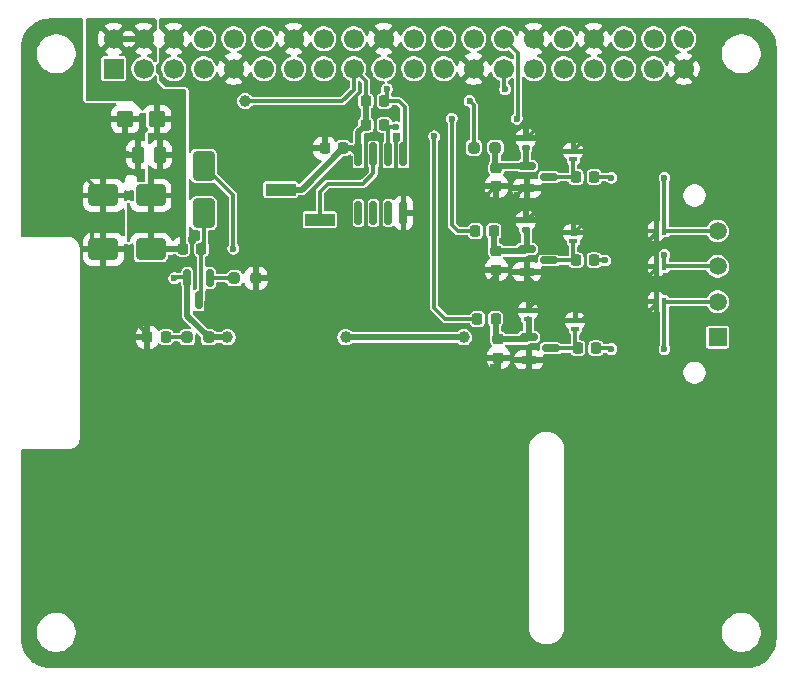
<source format=gtl>
G04 #@! TF.GenerationSoftware,KiCad,Pcbnew,9.0.7*
G04 #@! TF.CreationDate,2026-02-28T23:28:59+02:00*
G04 #@! TF.ProjectId,S-PCBASSY-001-01,532d5043-4241-4535-9359-2d3030312d30,rev?*
G04 #@! TF.SameCoordinates,Original*
G04 #@! TF.FileFunction,Copper,L1,Top*
G04 #@! TF.FilePolarity,Positive*
%FSLAX46Y46*%
G04 Gerber Fmt 4.6, Leading zero omitted, Abs format (unit mm)*
G04 Created by KiCad (PCBNEW 9.0.7) date 2026-02-28 23:28:59*
%MOMM*%
%LPD*%
G01*
G04 APERTURE LIST*
G04 Aperture macros list*
%AMRoundRect*
0 Rectangle with rounded corners*
0 $1 Rounding radius*
0 $2 $3 $4 $5 $6 $7 $8 $9 X,Y pos of 4 corners*
0 Add a 4 corners polygon primitive as box body*
4,1,4,$2,$3,$4,$5,$6,$7,$8,$9,$2,$3,0*
0 Add four circle primitives for the rounded corners*
1,1,$1+$1,$2,$3*
1,1,$1+$1,$4,$5*
1,1,$1+$1,$6,$7*
1,1,$1+$1,$8,$9*
0 Add four rect primitives between the rounded corners*
20,1,$1+$1,$2,$3,$4,$5,0*
20,1,$1+$1,$4,$5,$6,$7,0*
20,1,$1+$1,$6,$7,$8,$9,0*
20,1,$1+$1,$8,$9,$2,$3,0*%
G04 Aperture macros list end*
G04 #@! TA.AperFunction,SMDPad,CuDef*
%ADD10RoundRect,0.225000X-0.225000X-0.250000X0.225000X-0.250000X0.225000X0.250000X-0.225000X0.250000X0*%
G04 #@! TD*
G04 #@! TA.AperFunction,ComponentPad*
%ADD11R,1.520000X1.520000*%
G04 #@! TD*
G04 #@! TA.AperFunction,ComponentPad*
%ADD12C,1.520000*%
G04 #@! TD*
G04 #@! TA.AperFunction,SMDPad,CuDef*
%ADD13RoundRect,0.250000X1.000000X0.650000X-1.000000X0.650000X-1.000000X-0.650000X1.000000X-0.650000X0*%
G04 #@! TD*
G04 #@! TA.AperFunction,SMDPad,CuDef*
%ADD14RoundRect,0.150000X-0.150000X0.587500X-0.150000X-0.587500X0.150000X-0.587500X0.150000X0.587500X0*%
G04 #@! TD*
G04 #@! TA.AperFunction,SMDPad,CuDef*
%ADD15RoundRect,0.237500X-0.250000X-0.237500X0.250000X-0.237500X0.250000X0.237500X-0.250000X0.237500X0*%
G04 #@! TD*
G04 #@! TA.AperFunction,SMDPad,CuDef*
%ADD16RoundRect,0.125000X0.225000X-0.125000X0.225000X0.125000X-0.225000X0.125000X-0.225000X-0.125000X0*%
G04 #@! TD*
G04 #@! TA.AperFunction,SMDPad,CuDef*
%ADD17RoundRect,0.050000X0.150000X0.300000X-0.150000X0.300000X-0.150000X-0.300000X0.150000X-0.300000X0*%
G04 #@! TD*
G04 #@! TA.AperFunction,SMDPad,CuDef*
%ADD18RoundRect,0.225000X0.250000X-0.225000X0.250000X0.225000X-0.250000X0.225000X-0.250000X-0.225000X0*%
G04 #@! TD*
G04 #@! TA.AperFunction,SMDPad,CuDef*
%ADD19RoundRect,0.050000X0.300000X-0.150000X0.300000X0.150000X-0.300000X0.150000X-0.300000X-0.150000X0*%
G04 #@! TD*
G04 #@! TA.AperFunction,SMDPad,CuDef*
%ADD20RoundRect,0.225000X0.225000X0.250000X-0.225000X0.250000X-0.225000X-0.250000X0.225000X-0.250000X0*%
G04 #@! TD*
G04 #@! TA.AperFunction,SMDPad,CuDef*
%ADD21RoundRect,0.218750X-0.218750X-0.256250X0.218750X-0.256250X0.218750X0.256250X-0.218750X0.256250X0*%
G04 #@! TD*
G04 #@! TA.AperFunction,SMDPad,CuDef*
%ADD22R,2.510000X1.000000*%
G04 #@! TD*
G04 #@! TA.AperFunction,SMDPad,CuDef*
%ADD23RoundRect,0.237500X0.250000X0.237500X-0.250000X0.237500X-0.250000X-0.237500X0.250000X-0.237500X0*%
G04 #@! TD*
G04 #@! TA.AperFunction,SMDPad,CuDef*
%ADD24RoundRect,0.250000X-0.650000X1.000000X-0.650000X-1.000000X0.650000X-1.000000X0.650000X1.000000X0*%
G04 #@! TD*
G04 #@! TA.AperFunction,SMDPad,CuDef*
%ADD25RoundRect,0.150000X-0.587500X-0.150000X0.587500X-0.150000X0.587500X0.150000X-0.587500X0.150000X0*%
G04 #@! TD*
G04 #@! TA.AperFunction,SMDPad,CuDef*
%ADD26RoundRect,0.250000X0.250000X0.475000X-0.250000X0.475000X-0.250000X-0.475000X0.250000X-0.475000X0*%
G04 #@! TD*
G04 #@! TA.AperFunction,SMDPad,CuDef*
%ADD27RoundRect,0.150000X0.150000X-0.825000X0.150000X0.825000X-0.150000X0.825000X-0.150000X-0.825000X0*%
G04 #@! TD*
G04 #@! TA.AperFunction,SMDPad,CuDef*
%ADD28RoundRect,0.250000X0.457500X0.445000X-0.457500X0.445000X-0.457500X-0.445000X0.457500X-0.445000X0*%
G04 #@! TD*
G04 #@! TA.AperFunction,ComponentPad*
%ADD29C,1.700000*%
G04 #@! TD*
G04 #@! TA.AperFunction,ComponentPad*
%ADD30R,1.700000X1.700000*%
G04 #@! TD*
G04 #@! TA.AperFunction,ViaPad*
%ADD31C,0.600000*%
G04 #@! TD*
G04 #@! TA.AperFunction,ViaPad*
%ADD32C,1.000000*%
G04 #@! TD*
G04 #@! TA.AperFunction,Conductor*
%ADD33C,0.300000*%
G04 #@! TD*
G04 #@! TA.AperFunction,Conductor*
%ADD34C,0.500000*%
G04 #@! TD*
G04 APERTURE END LIST*
D10*
X147662500Y-72450000D03*
X149212500Y-72450000D03*
D11*
X159500000Y-71500000D03*
D12*
X159500000Y-68500000D03*
X159500000Y-65500000D03*
X159500000Y-62500000D03*
D13*
X111500000Y-59500000D03*
X107500000Y-59500000D03*
D14*
X116500000Y-66500000D03*
X114600000Y-66500000D03*
X115550000Y-68375000D03*
D10*
X147500000Y-65000000D03*
X149050000Y-65000000D03*
D15*
X118587500Y-66500000D03*
X120412500Y-66500000D03*
D16*
X143275000Y-55450000D03*
X143275000Y-54650000D03*
D17*
X155000000Y-62500000D03*
X154300000Y-62500000D03*
D18*
X140775000Y-65775000D03*
X140775000Y-64225000D03*
D16*
X143275000Y-62400000D03*
X143275000Y-61600000D03*
D19*
X143437500Y-69950000D03*
X143437500Y-69250000D03*
D20*
X127775000Y-55500000D03*
X126225000Y-55500000D03*
D19*
X147275000Y-63350000D03*
X147275000Y-62650000D03*
D17*
X155000000Y-65500000D03*
X154300000Y-65500000D03*
D21*
X111212500Y-71500000D03*
X112787500Y-71500000D03*
D10*
X139000000Y-62500000D03*
X140550000Y-62500000D03*
D18*
X140937500Y-73225000D03*
X140937500Y-71675000D03*
D17*
X155000000Y-68500000D03*
X154300000Y-68500000D03*
D21*
X114212500Y-64000000D03*
X115787500Y-64000000D03*
D10*
X147500000Y-57950000D03*
X149050000Y-57950000D03*
D22*
X125810000Y-61540000D03*
X122500000Y-59000000D03*
D23*
X116412500Y-71500000D03*
X114587500Y-71500000D03*
D15*
X138862500Y-55450000D03*
X140687500Y-55450000D03*
D18*
X140775000Y-58725000D03*
X140775000Y-57175000D03*
D24*
X116000000Y-57000000D03*
X116000000Y-61000000D03*
D10*
X129725000Y-51500000D03*
X131275000Y-51500000D03*
D25*
X143500000Y-71500000D03*
X143500000Y-73400000D03*
X145375000Y-72450000D03*
D10*
X139162500Y-69950000D03*
X140712500Y-69950000D03*
D25*
X143337500Y-57000000D03*
X143337500Y-58900000D03*
X145212500Y-57950000D03*
X143337500Y-64050000D03*
X143337500Y-65950000D03*
X145212500Y-65000000D03*
D26*
X112295000Y-56050000D03*
X110395000Y-56050000D03*
D27*
X129095000Y-60975000D03*
X130365000Y-60975000D03*
X131635000Y-60975000D03*
X132905000Y-60975000D03*
X132905000Y-56025000D03*
X131635000Y-56025000D03*
X130365000Y-56025000D03*
X129095000Y-56025000D03*
D19*
X147437500Y-70800000D03*
X147437500Y-70100000D03*
D13*
X111500000Y-64050000D03*
X107500000Y-64050000D03*
D10*
X129725000Y-53500000D03*
X131275000Y-53500000D03*
D28*
X112042500Y-53050000D03*
X109337500Y-53050000D03*
D19*
X147275000Y-56450000D03*
X147275000Y-55750000D03*
D29*
X156630000Y-46230000D03*
X156630000Y-48770000D03*
X154090000Y-46230000D03*
X154090000Y-48770000D03*
X151550000Y-46230000D03*
X151550000Y-48770000D03*
X149010000Y-46230000D03*
X149010000Y-48770000D03*
X146470000Y-46230000D03*
X146470000Y-48770000D03*
X143930000Y-46230000D03*
X143930000Y-48770000D03*
X141390000Y-46230000D03*
X141390000Y-48770000D03*
X138850000Y-46230000D03*
X138850000Y-48770000D03*
X136310000Y-46230000D03*
X136310000Y-48770000D03*
X133770000Y-46230000D03*
X133770000Y-48770000D03*
X131230000Y-46230000D03*
X131230000Y-48770000D03*
X128690000Y-46230000D03*
X128690000Y-48770000D03*
X126150000Y-46230000D03*
X126150000Y-48770000D03*
X123610000Y-46230000D03*
X123610000Y-48770000D03*
X121070000Y-46230000D03*
X121070000Y-48770000D03*
X118530000Y-46230000D03*
X118530000Y-48770000D03*
X115990000Y-46230000D03*
X115990000Y-48770000D03*
X113450000Y-46230000D03*
X113450000Y-48770000D03*
X110910000Y-46230000D03*
X110910000Y-48770000D03*
X108370000Y-46230000D03*
D30*
X108370000Y-48770000D03*
D31*
X153500000Y-69500000D03*
X153500000Y-63500000D03*
X153500000Y-66500000D03*
X148000000Y-55000000D03*
X144000000Y-54000000D03*
X142500000Y-59500000D03*
X140000000Y-59500000D03*
X144000000Y-61000000D03*
X148000000Y-62000000D03*
X140000000Y-67000000D03*
X144000000Y-67000000D03*
X148500000Y-69500000D03*
X144000000Y-68500000D03*
X143000000Y-74500000D03*
X140500000Y-74000000D03*
X134000000Y-61000000D03*
X121500000Y-66500000D03*
X110500000Y-70500000D03*
X106000000Y-70000000D03*
X120500000Y-63000000D03*
X120000000Y-58000000D03*
X119000000Y-56000000D03*
X116500000Y-53000000D03*
X106000000Y-62000000D03*
X106000000Y-58000000D03*
X109500000Y-56000000D03*
X108000000Y-53000000D03*
D32*
X119500000Y-51500000D03*
D31*
X113500000Y-66500000D03*
X118500000Y-64000000D03*
X132305000Y-53711770D03*
X142500000Y-53000000D03*
X141500000Y-50500000D03*
X131500000Y-50500000D03*
D32*
X138000000Y-71500000D03*
X128000000Y-71500000D03*
X118000000Y-71500000D03*
D31*
X155000000Y-58000000D03*
X150500000Y-58000000D03*
X155000000Y-64500000D03*
X150000000Y-65000000D03*
X155000000Y-72500000D03*
X150500000Y-72500000D03*
X135500000Y-54500000D03*
X137000000Y-53000000D03*
X138500000Y-51500000D03*
D33*
X133000000Y-55930000D02*
X132905000Y-56025000D01*
X133000000Y-52000000D02*
X133000000Y-55930000D01*
X132500000Y-51500000D02*
X133000000Y-52000000D01*
X131275000Y-51500000D02*
X132500000Y-51500000D01*
X116500000Y-66500000D02*
X118587500Y-66500000D01*
X107050000Y-64050000D02*
X107500000Y-64050000D01*
X106500000Y-62500000D02*
X106500000Y-63500000D01*
X106000000Y-62000000D02*
X106500000Y-62500000D01*
X106500000Y-63500000D02*
X107050000Y-64050000D01*
X154300000Y-68700000D02*
X153500000Y-69500000D01*
X154300000Y-68500000D02*
X154300000Y-68700000D01*
X154300000Y-62700000D02*
X153500000Y-63500000D01*
X154300000Y-62500000D02*
X154300000Y-62700000D01*
X154300000Y-65700000D02*
X153500000Y-66500000D01*
X154300000Y-65500000D02*
X154300000Y-65700000D01*
X147275000Y-55725000D02*
X148000000Y-55000000D01*
X147275000Y-55750000D02*
X147275000Y-55725000D01*
X143350000Y-54650000D02*
X144000000Y-54000000D01*
X143275000Y-54650000D02*
X143350000Y-54650000D01*
X143100000Y-58900000D02*
X142500000Y-59500000D01*
X143337500Y-58900000D02*
X143100000Y-58900000D01*
X140775000Y-58725000D02*
X140000000Y-59500000D01*
X143400000Y-61600000D02*
X144000000Y-61000000D01*
X143275000Y-61600000D02*
X143400000Y-61600000D01*
X147500000Y-62500000D02*
X148000000Y-62000000D01*
X147500000Y-62799000D02*
X147500000Y-62500000D01*
X147201000Y-62799000D02*
X147500000Y-62799000D01*
X147275000Y-62725000D02*
X147201000Y-62799000D01*
X147275000Y-62650000D02*
X147275000Y-62725000D01*
X140775000Y-66225000D02*
X140000000Y-67000000D01*
X140775000Y-65775000D02*
X140775000Y-66225000D01*
X143337500Y-66337500D02*
X144000000Y-67000000D01*
X143337500Y-65950000D02*
X143337500Y-66337500D01*
X147900000Y-70100000D02*
X148500000Y-69500000D01*
X147437500Y-70100000D02*
X147900000Y-70100000D01*
X143437500Y-69062500D02*
X144000000Y-68500000D01*
X143437500Y-69250000D02*
X143437500Y-69062500D01*
X143500000Y-74000000D02*
X143000000Y-74500000D01*
X143500000Y-73400000D02*
X143500000Y-74000000D01*
X140937500Y-73562500D02*
X140500000Y-74000000D01*
X140937500Y-73225000D02*
X140937500Y-73562500D01*
X133975000Y-60975000D02*
X134000000Y-61000000D01*
X132905000Y-60975000D02*
X133975000Y-60975000D01*
X120412500Y-66500000D02*
X121500000Y-66500000D01*
X111212500Y-71212500D02*
X110500000Y-70500000D01*
X111212500Y-71500000D02*
X111212500Y-71212500D01*
X107500000Y-59500000D02*
X106000000Y-58000000D01*
X109550000Y-56050000D02*
X109500000Y-56000000D01*
X110395000Y-56050000D02*
X109550000Y-56050000D01*
X108050000Y-53050000D02*
X108000000Y-53000000D01*
X109337500Y-53050000D02*
X108050000Y-53050000D01*
X128690000Y-48770000D02*
X129725000Y-49805000D01*
X129725000Y-49805000D02*
X129725000Y-51500000D01*
X128690000Y-50540000D02*
X128690000Y-48770000D01*
X127730000Y-51500000D02*
X128690000Y-50540000D01*
X119500000Y-51500000D02*
X127730000Y-51500000D01*
X113600000Y-66400000D02*
X114500000Y-66400000D01*
X113500000Y-66500000D02*
X113600000Y-66400000D01*
X114500000Y-66400000D02*
X114600000Y-66500000D01*
X118500000Y-59500000D02*
X118500000Y-64000000D01*
X116000000Y-57000000D02*
X118500000Y-59500000D01*
X132305000Y-53711770D02*
X131486770Y-53711770D01*
X142591000Y-52909000D02*
X142500000Y-53000000D01*
X131486770Y-53711770D02*
X131275000Y-53500000D01*
X141390000Y-46230000D02*
X142591000Y-47431000D01*
X142591000Y-47431000D02*
X142591000Y-52909000D01*
X131500000Y-51275000D02*
X131275000Y-51500000D01*
X131500000Y-50500000D02*
X131500000Y-51275000D01*
X141390000Y-50390000D02*
X141500000Y-50500000D01*
X141390000Y-48770000D02*
X141390000Y-50390000D01*
D34*
X128500000Y-71500000D02*
X138000000Y-71500000D01*
X124275000Y-59000000D02*
X127775000Y-55500000D01*
X122500000Y-59000000D02*
X124275000Y-59000000D01*
X129095000Y-54130000D02*
X129095000Y-56025000D01*
X129725000Y-53500000D02*
X129095000Y-54130000D01*
X128570000Y-55500000D02*
X129095000Y-56025000D01*
X127775000Y-55500000D02*
X128570000Y-55500000D01*
X129725000Y-51500000D02*
X129725000Y-53500000D01*
X108370000Y-46230000D02*
X110910000Y-46230000D01*
X116412500Y-71500000D02*
X118000000Y-71500000D01*
X114600000Y-69687500D02*
X116412500Y-71500000D01*
X114600000Y-66500000D02*
X114600000Y-69687500D01*
D33*
X114600000Y-66900000D02*
X114500000Y-67000000D01*
X114600000Y-66500000D02*
X114600000Y-66900000D01*
X155000000Y-65500000D02*
X159500000Y-65500000D01*
X155000000Y-64500000D02*
X155000000Y-65500000D01*
X155000000Y-62500000D02*
X159500000Y-62500000D01*
X155000000Y-58000000D02*
X155000000Y-62500000D01*
X150450000Y-57950000D02*
X150500000Y-58000000D01*
X149050000Y-57950000D02*
X150450000Y-57950000D01*
X149050000Y-65000000D02*
X150000000Y-65000000D01*
X155000000Y-68500000D02*
X159500000Y-68500000D01*
X150450000Y-72450000D02*
X150500000Y-72500000D01*
X149212500Y-72450000D02*
X150450000Y-72450000D01*
X155000000Y-72500000D02*
X155000000Y-68500000D01*
X147662500Y-72450000D02*
X145375000Y-72450000D01*
X147437500Y-70800000D02*
X147437500Y-72225000D01*
X147437500Y-72225000D02*
X147662500Y-72450000D01*
X147500000Y-65000000D02*
X145212500Y-65000000D01*
X147275000Y-64775000D02*
X147500000Y-65000000D01*
X147275000Y-63350000D02*
X147275000Y-64775000D01*
X147500000Y-57950000D02*
X145212500Y-57950000D01*
X147275000Y-57725000D02*
X147500000Y-57950000D01*
X147275000Y-56450000D02*
X147275000Y-57725000D01*
D34*
X143500000Y-70012500D02*
X143437500Y-69950000D01*
X143500000Y-71500000D02*
X143500000Y-70012500D01*
X143325000Y-71675000D02*
X143500000Y-71500000D01*
X140937500Y-71675000D02*
X143325000Y-71675000D01*
X140712500Y-71450000D02*
X140937500Y-71675000D01*
X140712500Y-69950000D02*
X140712500Y-71450000D01*
X143337500Y-64050000D02*
X143337500Y-62462500D01*
X143337500Y-62462500D02*
X143275000Y-62400000D01*
X140775000Y-64225000D02*
X143162500Y-64225000D01*
X143162500Y-64225000D02*
X143337500Y-64050000D01*
X140550000Y-62500000D02*
X140550000Y-64000000D01*
X140550000Y-64000000D02*
X140775000Y-64225000D01*
X140950000Y-57000000D02*
X140775000Y-57175000D01*
X143337500Y-57000000D02*
X140950000Y-57000000D01*
X143275000Y-56937500D02*
X143337500Y-57000000D01*
X143275000Y-55450000D02*
X143275000Y-56937500D01*
X140687500Y-57087500D02*
X140775000Y-57175000D01*
X140687500Y-55450000D02*
X140687500Y-57087500D01*
D33*
X135500000Y-69000000D02*
X135500000Y-54500000D01*
X136450000Y-69950000D02*
X135500000Y-69000000D01*
X139162500Y-69950000D02*
X136450000Y-69950000D01*
X137000000Y-62000000D02*
X137000000Y-53000000D01*
X137500000Y-62500000D02*
X137000000Y-62000000D01*
X139000000Y-62500000D02*
X137500000Y-62500000D01*
X138500000Y-51500000D02*
X138862500Y-51862500D01*
X138862500Y-51862500D02*
X138862500Y-55450000D01*
X131635000Y-53860000D02*
X131275000Y-53500000D01*
X131635000Y-56025000D02*
X131635000Y-53860000D01*
X130365000Y-57635000D02*
X130365000Y-56025000D01*
X125810000Y-59190000D02*
X126500000Y-58500000D01*
X129500000Y-58500000D02*
X130365000Y-57635000D01*
X125810000Y-61540000D02*
X125810000Y-59190000D01*
X126500000Y-58500000D02*
X129500000Y-58500000D01*
X114587500Y-71500000D02*
X112787500Y-71500000D01*
X116000000Y-63500000D02*
X116000000Y-61000000D01*
X115787500Y-63712500D02*
X116000000Y-63500000D01*
X115787500Y-64000000D02*
X115787500Y-63712500D01*
X115787500Y-68137500D02*
X115550000Y-68375000D01*
X115787500Y-64000000D02*
X115787500Y-68137500D01*
G04 #@! TA.AperFunction,Conductor*
G36*
X105740343Y-44520185D02*
G01*
X105786098Y-44572989D01*
X105797304Y-44624500D01*
X105797304Y-51375446D01*
X105802099Y-51419583D01*
X105813528Y-51471564D01*
X105813534Y-51471587D01*
X105815573Y-51479812D01*
X105816167Y-51482205D01*
X105816170Y-51482212D01*
X105859532Y-51562719D01*
X105859534Y-51562722D01*
X105859536Y-51562725D01*
X105876416Y-51582031D01*
X105905520Y-51615318D01*
X105905526Y-51615324D01*
X105923197Y-51633199D01*
X106003213Y-51677490D01*
X106070340Y-51696876D01*
X106070349Y-51696877D01*
X106070356Y-51696879D01*
X106118092Y-51703524D01*
X106128273Y-51704942D01*
X106128275Y-51704941D01*
X106128276Y-51704942D01*
X108489857Y-51694417D01*
X108556984Y-51713803D01*
X108602974Y-51766402D01*
X108613225Y-51835516D01*
X108584484Y-51899200D01*
X108555507Y-51923955D01*
X108411654Y-52012684D01*
X108287684Y-52136654D01*
X108195643Y-52285875D01*
X108195641Y-52285880D01*
X108140494Y-52452302D01*
X108140493Y-52452309D01*
X108130000Y-52555013D01*
X108130000Y-52800000D01*
X110544999Y-52800000D01*
X110544999Y-52618142D01*
X110564684Y-52551103D01*
X110617488Y-52505348D01*
X110686646Y-52495404D01*
X110713929Y-52502694D01*
X110713951Y-52502635D01*
X110714632Y-52502882D01*
X110714929Y-52502962D01*
X110715702Y-52503269D01*
X110715735Y-52503284D01*
X110739357Y-52511871D01*
X110830631Y-52517639D01*
X110899594Y-52506418D01*
X110924116Y-52500869D01*
X110950171Y-52486358D01*
X111018314Y-52470939D01*
X111083980Y-52494809D01*
X111126316Y-52550392D01*
X111134500Y-52594693D01*
X111134500Y-53549269D01*
X111137353Y-53579699D01*
X111137353Y-53579701D01*
X111182206Y-53707880D01*
X111182207Y-53707882D01*
X111262850Y-53817150D01*
X111266152Y-53819587D01*
X111268879Y-53823179D01*
X111269421Y-53823721D01*
X111269346Y-53823795D01*
X111308402Y-53875235D01*
X111313859Y-53944891D01*
X111280791Y-54006440D01*
X111250832Y-54028788D01*
X111170097Y-54071810D01*
X111170094Y-54071812D01*
X111117285Y-54117571D01*
X111099341Y-54135153D01*
X111099335Y-54135160D01*
X111054692Y-54214970D01*
X111054690Y-54214975D01*
X111035007Y-54282007D01*
X111035006Y-54282012D01*
X111035006Y-54282013D01*
X111026881Y-54338524D01*
X111026681Y-54339914D01*
X111026681Y-54739652D01*
X111006996Y-54806691D01*
X110954192Y-54852446D01*
X110885034Y-54862390D01*
X110863678Y-54857358D01*
X110797700Y-54835495D01*
X110797690Y-54835493D01*
X110694986Y-54825000D01*
X110645000Y-54825000D01*
X110645000Y-57274999D01*
X110694972Y-57274999D01*
X110694986Y-57274998D01*
X110797697Y-57264505D01*
X110863677Y-57242642D01*
X110933505Y-57240240D01*
X110993547Y-57275972D01*
X111024740Y-57338492D01*
X111026681Y-57360348D01*
X111026681Y-58030824D01*
X111027855Y-58052760D01*
X111030689Y-58079129D01*
X111030691Y-58079137D01*
X111038835Y-58105146D01*
X111039059Y-58106613D01*
X111039477Y-58107263D01*
X111044500Y-58142198D01*
X111044500Y-58275500D01*
X111024815Y-58342539D01*
X110972011Y-58388294D01*
X110920500Y-58399500D01*
X110445732Y-58399500D01*
X110443292Y-58399614D01*
X110375407Y-58383079D01*
X110327237Y-58332468D01*
X110314077Y-58263849D01*
X110322612Y-58229105D01*
X110326498Y-58219533D01*
X110331026Y-58208380D01*
X110331026Y-58208376D01*
X110331437Y-58207365D01*
X110331526Y-58207083D01*
X110332701Y-58201889D01*
X110332700Y-58201889D01*
X110332702Y-58201887D01*
X110336682Y-58151973D01*
X110340152Y-58117381D01*
X110339988Y-58116070D01*
X110339541Y-58116124D01*
X110339972Y-58110730D01*
X110339973Y-58110720D01*
X110335587Y-58080652D01*
X110335252Y-58078170D01*
X110331494Y-58048084D01*
X110327631Y-58027523D01*
X110326837Y-58023295D01*
X110325534Y-58020740D01*
X110324749Y-58016976D01*
X110301027Y-57972673D01*
X110285295Y-57941818D01*
X110285291Y-57941814D01*
X110284278Y-57940279D01*
X110284127Y-57940026D01*
X110283370Y-57938904D01*
X110282917Y-57938218D01*
X110282362Y-57937488D01*
X110281577Y-57936350D01*
X110279626Y-57934108D01*
X110261643Y-57913439D01*
X110260013Y-57911526D01*
X110251571Y-57901411D01*
X110240579Y-57888240D01*
X110223349Y-57869988D01*
X110220852Y-57868529D01*
X110218088Y-57865719D01*
X110174485Y-57841444D01*
X110144379Y-57823857D01*
X110144378Y-57823856D01*
X110144372Y-57823853D01*
X110142342Y-57822955D01*
X110142248Y-57822908D01*
X110141747Y-57822693D01*
X110140581Y-57822177D01*
X110139479Y-57821775D01*
X110138182Y-57821233D01*
X110138181Y-57821232D01*
X110138178Y-57821231D01*
X110109341Y-57812826D01*
X110106975Y-57812111D01*
X110094972Y-57808351D01*
X110094200Y-57808109D01*
X110094188Y-57808100D01*
X110094140Y-57808090D01*
X110077684Y-57802925D01*
X110055498Y-57797420D01*
X110053411Y-57796902D01*
X110053410Y-57796902D01*
X110053403Y-57796901D01*
X110052418Y-57796943D01*
X110029857Y-57795831D01*
X110018684Y-57794251D01*
X110013184Y-57793473D01*
X109626131Y-57794251D01*
X109626129Y-57794251D01*
X109582667Y-57798991D01*
X109531391Y-57810200D01*
X109521430Y-57812641D01*
X109440720Y-57855650D01*
X109440717Y-57855652D01*
X109387908Y-57901411D01*
X109369964Y-57918993D01*
X109369958Y-57919000D01*
X109325315Y-57998810D01*
X109325313Y-57998815D01*
X109305630Y-58065847D01*
X109305629Y-58065852D01*
X109305629Y-58065853D01*
X109298409Y-58116070D01*
X109297304Y-58123754D01*
X109297304Y-58287281D01*
X109277619Y-58354320D01*
X109224815Y-58400075D01*
X109155657Y-58410019D01*
X109092101Y-58380994D01*
X109085623Y-58374962D01*
X108968345Y-58257684D01*
X108819124Y-58165643D01*
X108819119Y-58165641D01*
X108652697Y-58110494D01*
X108652690Y-58110493D01*
X108549986Y-58100000D01*
X107750000Y-58100000D01*
X107750000Y-59250000D01*
X109249999Y-59250000D01*
X109249999Y-59157490D01*
X109269684Y-59090451D01*
X109322488Y-59044696D01*
X109391646Y-59034752D01*
X109436707Y-59050515D01*
X109492846Y-59083423D01*
X109492852Y-59083426D01*
X109515270Y-59094786D01*
X109515276Y-59094788D01*
X109560234Y-59103127D01*
X109605195Y-59111467D01*
X109675006Y-59108604D01*
X109675013Y-59108603D01*
X109675019Y-59108603D01*
X109700008Y-59106041D01*
X109700009Y-59106040D01*
X109700014Y-59106040D01*
X109784679Y-59071456D01*
X109841860Y-59031304D01*
X109848167Y-59026272D01*
X109912846Y-58999850D01*
X109981544Y-59012591D01*
X110032449Y-59060450D01*
X110049500Y-59123203D01*
X110049500Y-59878446D01*
X110029815Y-59945485D01*
X109977011Y-59991240D01*
X109907853Y-60001184D01*
X109850181Y-59976950D01*
X109793376Y-59933515D01*
X109793373Y-59933514D01*
X109729818Y-59904489D01*
X109706353Y-59895464D01*
X109706350Y-59895463D01*
X109615207Y-59888010D01*
X109615205Y-59888010D01*
X109546049Y-59897954D01*
X109521431Y-59903047D01*
X109521430Y-59903047D01*
X109498437Y-59915300D01*
X109440719Y-59946057D01*
X109440717Y-59946057D01*
X109434574Y-59949332D01*
X109433433Y-59947192D01*
X109377778Y-59965393D01*
X109310169Y-59947760D01*
X109262827Y-59896375D01*
X109250000Y-59841451D01*
X109250000Y-59750000D01*
X107750000Y-59750000D01*
X107750000Y-60899999D01*
X108549972Y-60899999D01*
X108549986Y-60899998D01*
X108652697Y-60889505D01*
X108819119Y-60834358D01*
X108819124Y-60834356D01*
X108968345Y-60742315D01*
X109085623Y-60625038D01*
X109146946Y-60591553D01*
X109216638Y-60596537D01*
X109272571Y-60638409D01*
X109296988Y-60703873D01*
X109297304Y-60712719D01*
X109297304Y-62837281D01*
X109277619Y-62904320D01*
X109224815Y-62950075D01*
X109155657Y-62960019D01*
X109092101Y-62930994D01*
X109085623Y-62924962D01*
X108968345Y-62807684D01*
X108819124Y-62715643D01*
X108819119Y-62715641D01*
X108652697Y-62660494D01*
X108652690Y-62660493D01*
X108549986Y-62650000D01*
X107750000Y-62650000D01*
X107750000Y-63800000D01*
X109249999Y-63800000D01*
X109249999Y-63707490D01*
X109269684Y-63640451D01*
X109322488Y-63594696D01*
X109391646Y-63584752D01*
X109436707Y-63600515D01*
X109492846Y-63633423D01*
X109492852Y-63633426D01*
X109515270Y-63644786D01*
X109515276Y-63644788D01*
X109551317Y-63651473D01*
X109605195Y-63661467D01*
X109675006Y-63658604D01*
X109675013Y-63658603D01*
X109675019Y-63658603D01*
X109700008Y-63656041D01*
X109700009Y-63656040D01*
X109700014Y-63656040D01*
X109784679Y-63621456D01*
X109841860Y-63581304D01*
X109848167Y-63576272D01*
X109912846Y-63549850D01*
X109981544Y-63562591D01*
X110032449Y-63610450D01*
X110049500Y-63673203D01*
X110049500Y-64754269D01*
X110052353Y-64784699D01*
X110052353Y-64784701D01*
X110095735Y-64908676D01*
X110097207Y-64912882D01*
X110177850Y-65022150D01*
X110287118Y-65102793D01*
X110329845Y-65117744D01*
X110415299Y-65147646D01*
X110445730Y-65150500D01*
X110445734Y-65150500D01*
X112554270Y-65150500D01*
X112584699Y-65147646D01*
X112584701Y-65147646D01*
X112660446Y-65121141D01*
X112712882Y-65102793D01*
X112822150Y-65022150D01*
X112902793Y-64912882D01*
X112935751Y-64818694D01*
X112947646Y-64784701D01*
X112947646Y-64784699D01*
X112950500Y-64754269D01*
X112950500Y-64629500D01*
X112970185Y-64562461D01*
X113022989Y-64516706D01*
X113074500Y-64505500D01*
X113278639Y-64505500D01*
X113281180Y-64505363D01*
X113300607Y-64504322D01*
X113300614Y-64504321D01*
X113300618Y-64504321D01*
X113326965Y-64501488D01*
X113403482Y-64477529D01*
X113415661Y-64470879D01*
X113416046Y-64470669D01*
X113430487Y-64466982D01*
X113440539Y-64460523D01*
X113475474Y-64455500D01*
X113550651Y-64455500D01*
X113617690Y-64475185D01*
X113643104Y-64499187D01*
X113643441Y-64498851D01*
X113744243Y-64599653D01*
X113744245Y-64599654D01*
X113744249Y-64599658D01*
X113862580Y-64659951D01*
X113862581Y-64659951D01*
X113862583Y-64659952D01*
X113862582Y-64659952D01*
X113960749Y-64675500D01*
X113960754Y-64675500D01*
X114464251Y-64675500D01*
X114562417Y-64659952D01*
X114562418Y-64659951D01*
X114562420Y-64659951D01*
X114680751Y-64599658D01*
X114774658Y-64505751D01*
X114834951Y-64387420D01*
X114834951Y-64387418D01*
X114834952Y-64387417D01*
X114850500Y-64289251D01*
X114850500Y-63710748D01*
X114834952Y-63612582D01*
X114833866Y-63610450D01*
X114774658Y-63494249D01*
X114774654Y-63494245D01*
X114774653Y-63494243D01*
X114704319Y-63423909D01*
X114689615Y-63396981D01*
X114673023Y-63371163D01*
X114672131Y-63364962D01*
X114670834Y-63362586D01*
X114668000Y-63336228D01*
X114668000Y-63112247D01*
X114679710Y-63064603D01*
X114678014Y-63063918D01*
X114680294Y-63058271D01*
X114699977Y-62991239D01*
X114699977Y-62991238D01*
X114699979Y-62991232D01*
X114708304Y-62933334D01*
X114708304Y-62259946D01*
X114727989Y-62192907D01*
X114780793Y-62147152D01*
X114849951Y-62137208D01*
X114913507Y-62166233D01*
X114940474Y-62205933D01*
X114942867Y-62204669D01*
X114947206Y-62212880D01*
X114947207Y-62212882D01*
X115027850Y-62322150D01*
X115137118Y-62402793D01*
X115144566Y-62405399D01*
X115265299Y-62447646D01*
X115295730Y-62450500D01*
X115295734Y-62450500D01*
X115525500Y-62450500D01*
X115592539Y-62470185D01*
X115638294Y-62522989D01*
X115649500Y-62574500D01*
X115649500Y-63200923D01*
X115629815Y-63267962D01*
X115577011Y-63313717D01*
X115540478Y-63323181D01*
X115540566Y-63323737D01*
X115437582Y-63340047D01*
X115364379Y-63377347D01*
X115319249Y-63400342D01*
X115319248Y-63400343D01*
X115319243Y-63400346D01*
X115225346Y-63494243D01*
X115225343Y-63494248D01*
X115225342Y-63494249D01*
X115215400Y-63513762D01*
X115165047Y-63612582D01*
X115149500Y-63710748D01*
X115149500Y-64289251D01*
X115165047Y-64387417D01*
X115172209Y-64401472D01*
X115225342Y-64505751D01*
X115225344Y-64505753D01*
X115225346Y-64505756D01*
X115319243Y-64599653D01*
X115319247Y-64599656D01*
X115319249Y-64599658D01*
X115369296Y-64625158D01*
X115420091Y-64673131D01*
X115437000Y-64735642D01*
X115437000Y-67319520D01*
X115431970Y-67336647D01*
X115431964Y-67354501D01*
X115422330Y-67369477D01*
X115417315Y-67386559D01*
X115403824Y-67398248D01*
X115394166Y-67413264D01*
X115377912Y-67420701D01*
X115364511Y-67432314D01*
X115347049Y-67434824D01*
X115330880Y-67442224D01*
X115298608Y-67446926D01*
X115228960Y-67480975D01*
X115160087Y-67492733D01*
X115095790Y-67465390D01*
X115056483Y-67407625D01*
X115050500Y-67369574D01*
X115050500Y-67299552D01*
X115055530Y-67277805D01*
X115055536Y-67264571D01*
X115060309Y-67257149D01*
X115063099Y-67245092D01*
X115090573Y-67188893D01*
X115100500Y-67120760D01*
X115100500Y-65879240D01*
X115090573Y-65811107D01*
X115039198Y-65706017D01*
X115039196Y-65706015D01*
X115039196Y-65706014D01*
X114956485Y-65623303D01*
X114851391Y-65571926D01*
X114783261Y-65562000D01*
X114783260Y-65562000D01*
X114416740Y-65562000D01*
X114416739Y-65562000D01*
X114348608Y-65571926D01*
X114243514Y-65623303D01*
X114160803Y-65706014D01*
X114109426Y-65811108D01*
X114099500Y-65879239D01*
X114099500Y-65925500D01*
X114096949Y-65934185D01*
X114098238Y-65943147D01*
X114087259Y-65967187D01*
X114079815Y-65992539D01*
X114072974Y-65998466D01*
X114069213Y-66006703D01*
X114046978Y-66020992D01*
X114027011Y-66038294D01*
X114016496Y-66040581D01*
X114010435Y-66044477D01*
X113975500Y-66049500D01*
X113753937Y-66049500D01*
X113701249Y-66035381D01*
X113700696Y-66036719D01*
X113693188Y-66033609D01*
X113693186Y-66033608D01*
X113565892Y-65999500D01*
X113434108Y-65999500D01*
X113306812Y-66033608D01*
X113192686Y-66099500D01*
X113192683Y-66099502D01*
X113099502Y-66192683D01*
X113099500Y-66192686D01*
X113033608Y-66306812D01*
X112999500Y-66434108D01*
X112999500Y-66565891D01*
X113033608Y-66693187D01*
X113051975Y-66724999D01*
X113099500Y-66807314D01*
X113192686Y-66900500D01*
X113306814Y-66966392D01*
X113434108Y-67000500D01*
X113434110Y-67000500D01*
X113565890Y-67000500D01*
X113565892Y-67000500D01*
X113693186Y-66966392D01*
X113807314Y-66900500D01*
X113887819Y-66819995D01*
X113949142Y-66786510D01*
X114018834Y-66791494D01*
X114074767Y-66833366D01*
X114099184Y-66898830D01*
X114099500Y-66907676D01*
X114099500Y-67120760D01*
X114109426Y-67188891D01*
X114136901Y-67245092D01*
X114149500Y-67299552D01*
X114149500Y-69746809D01*
X114161761Y-69792566D01*
X114167695Y-69814712D01*
X114167695Y-69814713D01*
X114180199Y-69861385D01*
X114202494Y-69900000D01*
X114239511Y-69964114D01*
X114239513Y-69964116D01*
X114888216Y-70612819D01*
X114921701Y-70674142D01*
X114916717Y-70743834D01*
X114874845Y-70799767D01*
X114809381Y-70824184D01*
X114800535Y-70824500D01*
X114284740Y-70824500D01*
X114255150Y-70827274D01*
X114130523Y-70870884D01*
X114024289Y-70949288D01*
X114024288Y-70949289D01*
X113945884Y-71055523D01*
X113942059Y-71066456D01*
X113901336Y-71123232D01*
X113836383Y-71148978D01*
X113825018Y-71149500D01*
X113504749Y-71149500D01*
X113437710Y-71129815D01*
X113394266Y-71081797D01*
X113349658Y-70994249D01*
X113349656Y-70994247D01*
X113349653Y-70994243D01*
X113255756Y-70900346D01*
X113255753Y-70900344D01*
X113255751Y-70900342D01*
X113137420Y-70840049D01*
X113137419Y-70840048D01*
X113137416Y-70840047D01*
X113137417Y-70840047D01*
X113039251Y-70824500D01*
X113039246Y-70824500D01*
X112535754Y-70824500D01*
X112535749Y-70824500D01*
X112437582Y-70840047D01*
X112377063Y-70870884D01*
X112319249Y-70900342D01*
X112319248Y-70900343D01*
X112319243Y-70900346D01*
X112272211Y-70947378D01*
X112210888Y-70980862D01*
X112141196Y-70975877D01*
X112085263Y-70934006D01*
X112078992Y-70924793D01*
X111998885Y-70794919D01*
X111880080Y-70676114D01*
X111737077Y-70587908D01*
X111737072Y-70587906D01*
X111577583Y-70535057D01*
X111479150Y-70525000D01*
X111462500Y-70525000D01*
X111462500Y-72474999D01*
X111479136Y-72474999D01*
X111479152Y-72474998D01*
X111577583Y-72464943D01*
X111737072Y-72412093D01*
X111737077Y-72412091D01*
X111880080Y-72323885D01*
X111998887Y-72205078D01*
X112078992Y-72075207D01*
X112130940Y-72028482D01*
X112199902Y-72017259D01*
X112263984Y-72045102D01*
X112272212Y-72052622D01*
X112319243Y-72099653D01*
X112319245Y-72099654D01*
X112319249Y-72099658D01*
X112437580Y-72159951D01*
X112437581Y-72159951D01*
X112437583Y-72159952D01*
X112437582Y-72159952D01*
X112535749Y-72175500D01*
X112535754Y-72175500D01*
X113039251Y-72175500D01*
X113137417Y-72159952D01*
X113137418Y-72159951D01*
X113137420Y-72159951D01*
X113255751Y-72099658D01*
X113349658Y-72005751D01*
X113394266Y-71918202D01*
X113442238Y-71867409D01*
X113504749Y-71850500D01*
X113825018Y-71850500D01*
X113892057Y-71870185D01*
X113937812Y-71922989D01*
X113942059Y-71933544D01*
X113945884Y-71944476D01*
X114024288Y-72050710D01*
X114024289Y-72050711D01*
X114130523Y-72129115D01*
X114130524Y-72129115D01*
X114130525Y-72129116D01*
X114255151Y-72172725D01*
X114255150Y-72172725D01*
X114284740Y-72175500D01*
X114284744Y-72175500D01*
X114890260Y-72175500D01*
X114919849Y-72172725D01*
X115044475Y-72129116D01*
X115150711Y-72050711D01*
X115229116Y-71944475D01*
X115272725Y-71819849D01*
X115275500Y-71790256D01*
X115275500Y-71299465D01*
X115295185Y-71232426D01*
X115347989Y-71186671D01*
X115417147Y-71176727D01*
X115480703Y-71205752D01*
X115487181Y-71211784D01*
X115688181Y-71412784D01*
X115721666Y-71474107D01*
X115724500Y-71500465D01*
X115724500Y-71790260D01*
X115727274Y-71819849D01*
X115770884Y-71944476D01*
X115849288Y-72050710D01*
X115849289Y-72050711D01*
X115955523Y-72129115D01*
X115955524Y-72129115D01*
X115955525Y-72129116D01*
X116080151Y-72172725D01*
X116080150Y-72172725D01*
X116109740Y-72175500D01*
X116109744Y-72175500D01*
X116715260Y-72175500D01*
X116744849Y-72172725D01*
X116869475Y-72129116D01*
X116975711Y-72050711D01*
X117012498Y-72000866D01*
X117068146Y-71958615D01*
X117112268Y-71950500D01*
X117408482Y-71950500D01*
X117475521Y-71970185D01*
X117496158Y-71986814D01*
X117524874Y-72015530D01*
X117553459Y-72044115D01*
X117668182Y-72120771D01*
X117668195Y-72120778D01*
X117792275Y-72172173D01*
X117795672Y-72173580D01*
X117795676Y-72173580D01*
X117795677Y-72173581D01*
X117931004Y-72200500D01*
X117931007Y-72200500D01*
X118068995Y-72200500D01*
X118177055Y-72179005D01*
X118204328Y-72173580D01*
X118331811Y-72120775D01*
X118446542Y-72044114D01*
X118544114Y-71946542D01*
X118620775Y-71831811D01*
X118673580Y-71704328D01*
X118700500Y-71568995D01*
X127299499Y-71568995D01*
X127326418Y-71704322D01*
X127326421Y-71704332D01*
X127379221Y-71831804D01*
X127379228Y-71831817D01*
X127455885Y-71946541D01*
X127455888Y-71946545D01*
X127553454Y-72044111D01*
X127553458Y-72044114D01*
X127668182Y-72120771D01*
X127668195Y-72120778D01*
X127792275Y-72172173D01*
X127795672Y-72173580D01*
X127795676Y-72173580D01*
X127795677Y-72173581D01*
X127931004Y-72200500D01*
X127931007Y-72200500D01*
X128068995Y-72200500D01*
X128177055Y-72179005D01*
X128204328Y-72173580D01*
X128331811Y-72120775D01*
X128446542Y-72044114D01*
X128503838Y-71986817D01*
X128565159Y-71953334D01*
X128591518Y-71950500D01*
X137408482Y-71950500D01*
X137475521Y-71970185D01*
X137496158Y-71986814D01*
X137524874Y-72015530D01*
X137553459Y-72044115D01*
X137668182Y-72120771D01*
X137668195Y-72120778D01*
X137792275Y-72172173D01*
X137795672Y-72173580D01*
X137795676Y-72173580D01*
X137795677Y-72173581D01*
X137931004Y-72200500D01*
X137931007Y-72200500D01*
X138068995Y-72200500D01*
X138177055Y-72179005D01*
X138204328Y-72173580D01*
X138331811Y-72120775D01*
X138446542Y-72044114D01*
X138544114Y-71946542D01*
X138620775Y-71831811D01*
X138673580Y-71704328D01*
X138700500Y-71568993D01*
X138700500Y-71431007D01*
X138700500Y-71431004D01*
X138673581Y-71295677D01*
X138673580Y-71295676D01*
X138673580Y-71295672D01*
X138644100Y-71224500D01*
X138620778Y-71168195D01*
X138620771Y-71168182D01*
X138544114Y-71053458D01*
X138544111Y-71053454D01*
X138446545Y-70955888D01*
X138446541Y-70955885D01*
X138331817Y-70879228D01*
X138331804Y-70879221D01*
X138204332Y-70826421D01*
X138204322Y-70826418D01*
X138068995Y-70799500D01*
X138068993Y-70799500D01*
X137931007Y-70799500D01*
X137931005Y-70799500D01*
X137795677Y-70826418D01*
X137795667Y-70826421D01*
X137668195Y-70879221D01*
X137668182Y-70879228D01*
X137553459Y-70955884D01*
X137534670Y-70974674D01*
X137496161Y-71013182D01*
X137434841Y-71046666D01*
X137408482Y-71049500D01*
X128591518Y-71049500D01*
X128524479Y-71029815D01*
X128503841Y-71013185D01*
X128446542Y-70955886D01*
X128446541Y-70955885D01*
X128446540Y-70955884D01*
X128331817Y-70879228D01*
X128331804Y-70879221D01*
X128204332Y-70826421D01*
X128204322Y-70826418D01*
X128068995Y-70799500D01*
X128068993Y-70799500D01*
X127931007Y-70799500D01*
X127931005Y-70799500D01*
X127795677Y-70826418D01*
X127795667Y-70826421D01*
X127668195Y-70879221D01*
X127668182Y-70879228D01*
X127553458Y-70955885D01*
X127553454Y-70955888D01*
X127455888Y-71053454D01*
X127455885Y-71053458D01*
X127379228Y-71168182D01*
X127379221Y-71168195D01*
X127326421Y-71295667D01*
X127326418Y-71295677D01*
X127299500Y-71431004D01*
X127299500Y-71431007D01*
X127299500Y-71568993D01*
X127299500Y-71568995D01*
X127299499Y-71568995D01*
X118700500Y-71568995D01*
X118700500Y-71568993D01*
X118700500Y-71431007D01*
X118700500Y-71431004D01*
X118673581Y-71295677D01*
X118673580Y-71295676D01*
X118673580Y-71295672D01*
X118644100Y-71224500D01*
X118620778Y-71168195D01*
X118620771Y-71168182D01*
X118544114Y-71053458D01*
X118544111Y-71053454D01*
X118446545Y-70955888D01*
X118446541Y-70955885D01*
X118331817Y-70879228D01*
X118331804Y-70879221D01*
X118204332Y-70826421D01*
X118204322Y-70826418D01*
X118068995Y-70799500D01*
X118068993Y-70799500D01*
X117931007Y-70799500D01*
X117931005Y-70799500D01*
X117795677Y-70826418D01*
X117795667Y-70826421D01*
X117668195Y-70879221D01*
X117668182Y-70879228D01*
X117553459Y-70955884D01*
X117534670Y-70974674D01*
X117496161Y-71013182D01*
X117434841Y-71046666D01*
X117408482Y-71049500D01*
X117112268Y-71049500D01*
X117045229Y-71029815D01*
X117012498Y-70999134D01*
X116998240Y-70979815D01*
X116975711Y-70949289D01*
X116975709Y-70949288D01*
X116975709Y-70949287D01*
X116869476Y-70870884D01*
X116744848Y-70827274D01*
X116744849Y-70827274D01*
X116715260Y-70824500D01*
X116715256Y-70824500D01*
X116425465Y-70824500D01*
X116358426Y-70804815D01*
X116337784Y-70788181D01*
X115086819Y-69537216D01*
X115072115Y-69510288D01*
X115055523Y-69484470D01*
X115054631Y-69478269D01*
X115053334Y-69475893D01*
X115050500Y-69449535D01*
X115050500Y-69380425D01*
X115070185Y-69313386D01*
X115122989Y-69267631D01*
X115192147Y-69257687D01*
X115228958Y-69269024D01*
X115298607Y-69303073D01*
X115366739Y-69313000D01*
X115366740Y-69313000D01*
X115733261Y-69313000D01*
X115755971Y-69309691D01*
X115801393Y-69303073D01*
X115906483Y-69251698D01*
X115989198Y-69168983D01*
X116040573Y-69063893D01*
X116050500Y-68995760D01*
X116050500Y-68416196D01*
X116067113Y-68354196D01*
X116098403Y-68300000D01*
X116114114Y-68272788D01*
X116138000Y-68183643D01*
X116138000Y-68091356D01*
X116138000Y-67555333D01*
X116157685Y-67488294D01*
X116210489Y-67442539D01*
X116279645Y-67432595D01*
X116316740Y-67438000D01*
X116316741Y-67438000D01*
X116683261Y-67438000D01*
X116720123Y-67432629D01*
X116751393Y-67428073D01*
X116856483Y-67376698D01*
X116939198Y-67293983D01*
X116990573Y-67188893D01*
X117000500Y-67120760D01*
X117000500Y-66974500D01*
X117020185Y-66907461D01*
X117072989Y-66861706D01*
X117124500Y-66850500D01*
X117825018Y-66850500D01*
X117892057Y-66870185D01*
X117937812Y-66922989D01*
X117942059Y-66933544D01*
X117945884Y-66944476D01*
X118024288Y-67050710D01*
X118024289Y-67050711D01*
X118130523Y-67129115D01*
X118130524Y-67129115D01*
X118130525Y-67129116D01*
X118255151Y-67172725D01*
X118255150Y-67172725D01*
X118284740Y-67175500D01*
X118284744Y-67175500D01*
X118890260Y-67175500D01*
X118919849Y-67172725D01*
X119044475Y-67129116D01*
X119150711Y-67050711D01*
X119229116Y-66944475D01*
X119229117Y-66944470D01*
X119231555Y-66939859D01*
X119280282Y-66889785D01*
X119348346Y-66874004D01*
X119414138Y-66897526D01*
X119456767Y-66952884D01*
X119458893Y-66958793D01*
X119489546Y-67051300D01*
X119489551Y-67051311D01*
X119580052Y-67198034D01*
X119580055Y-67198038D01*
X119701961Y-67319944D01*
X119701965Y-67319947D01*
X119848688Y-67410448D01*
X119848699Y-67410453D01*
X120012347Y-67464680D01*
X120113351Y-67474999D01*
X120662500Y-67474999D01*
X120711640Y-67474999D01*
X120711654Y-67474998D01*
X120812652Y-67464680D01*
X120976300Y-67410453D01*
X120976311Y-67410448D01*
X121123034Y-67319947D01*
X121123038Y-67319944D01*
X121244944Y-67198038D01*
X121244947Y-67198034D01*
X121335448Y-67051311D01*
X121335453Y-67051300D01*
X121389680Y-66887652D01*
X121399999Y-66786654D01*
X121400000Y-66786641D01*
X121400000Y-66750000D01*
X120662500Y-66750000D01*
X120662500Y-67474999D01*
X120113351Y-67474999D01*
X120162499Y-67474998D01*
X120162500Y-67474998D01*
X120162500Y-66250000D01*
X120662500Y-66250000D01*
X121399999Y-66250000D01*
X121399999Y-66213360D01*
X121399998Y-66213345D01*
X121389680Y-66112347D01*
X121335453Y-65948699D01*
X121335448Y-65948688D01*
X121244947Y-65801965D01*
X121244944Y-65801961D01*
X121123038Y-65680055D01*
X121123034Y-65680052D01*
X120976311Y-65589551D01*
X120976300Y-65589546D01*
X120812652Y-65535319D01*
X120711654Y-65525000D01*
X120662500Y-65525000D01*
X120662500Y-66250000D01*
X120162500Y-66250000D01*
X120162500Y-65525000D01*
X120162499Y-65524999D01*
X120113361Y-65525000D01*
X120113343Y-65525001D01*
X120012347Y-65535319D01*
X119848699Y-65589546D01*
X119848688Y-65589551D01*
X119701965Y-65680052D01*
X119701961Y-65680055D01*
X119580055Y-65801961D01*
X119580052Y-65801965D01*
X119489551Y-65948688D01*
X119489546Y-65948699D01*
X119458893Y-66041206D01*
X119419120Y-66098651D01*
X119354605Y-66125474D01*
X119285829Y-66113159D01*
X119234629Y-66065616D01*
X119231557Y-66060144D01*
X119229117Y-66055529D01*
X119229116Y-66055525D01*
X119150711Y-65949289D01*
X119130246Y-65934185D01*
X119044476Y-65870884D01*
X118919848Y-65827274D01*
X118919849Y-65827274D01*
X118890260Y-65824500D01*
X118890256Y-65824500D01*
X118284744Y-65824500D01*
X118284740Y-65824500D01*
X118255150Y-65827274D01*
X118130523Y-65870884D01*
X118024289Y-65949288D01*
X118024288Y-65949289D01*
X117945884Y-66055523D01*
X117942059Y-66066456D01*
X117901336Y-66123232D01*
X117836383Y-66148978D01*
X117825018Y-66149500D01*
X117124500Y-66149500D01*
X117057461Y-66129815D01*
X117011706Y-66077011D01*
X117000500Y-66025500D01*
X117000500Y-65879239D01*
X116992929Y-65827275D01*
X116990573Y-65811107D01*
X116939198Y-65706017D01*
X116939196Y-65706015D01*
X116939196Y-65706014D01*
X116856485Y-65623303D01*
X116751391Y-65571926D01*
X116683261Y-65562000D01*
X116683260Y-65562000D01*
X116316740Y-65562000D01*
X116285120Y-65566606D01*
X116279876Y-65567371D01*
X116210699Y-65557556D01*
X116157810Y-65511900D01*
X116138000Y-65444897D01*
X116138000Y-64735642D01*
X116157685Y-64668603D01*
X116205703Y-64625158D01*
X116255751Y-64599658D01*
X116349658Y-64505751D01*
X116409951Y-64387420D01*
X116409951Y-64387418D01*
X116409952Y-64387417D01*
X116425500Y-64289251D01*
X116425500Y-63710748D01*
X116409952Y-63612582D01*
X116364015Y-63522424D01*
X116350500Y-63466130D01*
X116350500Y-62574500D01*
X116370185Y-62507461D01*
X116422989Y-62461706D01*
X116474500Y-62450500D01*
X116704270Y-62450500D01*
X116734699Y-62447646D01*
X116734701Y-62447646D01*
X116798790Y-62425219D01*
X116862882Y-62402793D01*
X116972150Y-62322150D01*
X117052793Y-62212882D01*
X117079150Y-62137559D01*
X117097646Y-62084701D01*
X117097646Y-62084699D01*
X117100500Y-62054269D01*
X117100500Y-59945730D01*
X117097646Y-59915300D01*
X117097646Y-59915298D01*
X117057888Y-59801679D01*
X117052793Y-59787118D01*
X116972150Y-59677850D01*
X116862882Y-59597207D01*
X116862880Y-59597206D01*
X116734700Y-59552353D01*
X116704270Y-59549500D01*
X116704266Y-59549500D01*
X115295734Y-59549500D01*
X115295730Y-59549500D01*
X115265300Y-59552353D01*
X115265298Y-59552353D01*
X115137119Y-59597206D01*
X115137117Y-59597207D01*
X115027850Y-59677850D01*
X114947207Y-59787117D01*
X114942867Y-59795331D01*
X114940116Y-59793877D01*
X114908616Y-59837789D01*
X114843662Y-59863532D01*
X114775101Y-59850070D01*
X114724702Y-59801679D01*
X114708304Y-59740053D01*
X114708304Y-58259946D01*
X114727989Y-58192907D01*
X114780793Y-58147152D01*
X114849951Y-58137208D01*
X114913507Y-58166233D01*
X114940474Y-58205933D01*
X114942867Y-58204669D01*
X114947207Y-58212882D01*
X115027850Y-58322150D01*
X115137118Y-58402793D01*
X115153931Y-58408676D01*
X115265299Y-58447646D01*
X115295730Y-58450500D01*
X115295734Y-58450500D01*
X116704270Y-58450500D01*
X116734699Y-58447646D01*
X116734701Y-58447646D01*
X116822104Y-58417062D01*
X116891883Y-58413500D01*
X116950740Y-58446422D01*
X118113181Y-59608863D01*
X118146666Y-59670186D01*
X118149500Y-59696544D01*
X118149500Y-63591324D01*
X118129815Y-63658363D01*
X118113181Y-63679005D01*
X118099502Y-63692683D01*
X118099500Y-63692686D01*
X118033608Y-63806812D01*
X117999500Y-63934108D01*
X117999500Y-64065891D01*
X118033608Y-64193187D01*
X118056745Y-64233260D01*
X118099500Y-64307314D01*
X118192686Y-64400500D01*
X118306814Y-64466392D01*
X118434108Y-64500500D01*
X118434110Y-64500500D01*
X118565890Y-64500500D01*
X118565892Y-64500500D01*
X118693186Y-64466392D01*
X118807314Y-64400500D01*
X118900500Y-64307314D01*
X118966392Y-64193186D01*
X119000500Y-64065892D01*
X119000500Y-63934108D01*
X118966392Y-63806814D01*
X118900500Y-63692686D01*
X118886819Y-63679005D01*
X118853334Y-63617682D01*
X118850500Y-63591324D01*
X118850500Y-61020247D01*
X124354500Y-61020247D01*
X124354500Y-62059752D01*
X124366131Y-62118229D01*
X124366132Y-62118230D01*
X124410447Y-62184552D01*
X124476769Y-62228867D01*
X124476770Y-62228868D01*
X124535247Y-62240499D01*
X124535250Y-62240500D01*
X124535252Y-62240500D01*
X127084750Y-62240500D01*
X127084751Y-62240499D01*
X127099568Y-62237552D01*
X127143229Y-62228868D01*
X127143229Y-62228867D01*
X127143231Y-62228867D01*
X127209552Y-62184552D01*
X127253867Y-62118231D01*
X127253867Y-62118229D01*
X127253868Y-62118229D01*
X127265499Y-62059752D01*
X127265500Y-62059750D01*
X127265500Y-61020249D01*
X127265499Y-61020247D01*
X127253868Y-60961770D01*
X127253867Y-60961769D01*
X127209552Y-60895447D01*
X127143230Y-60851132D01*
X127143229Y-60851131D01*
X127084752Y-60839500D01*
X127084748Y-60839500D01*
X126284500Y-60839500D01*
X126217461Y-60819815D01*
X126171706Y-60767011D01*
X126160500Y-60715500D01*
X126160500Y-60116739D01*
X128594500Y-60116739D01*
X128594500Y-61833260D01*
X128604426Y-61901391D01*
X128655803Y-62006485D01*
X128738514Y-62089196D01*
X128738515Y-62089196D01*
X128738517Y-62089198D01*
X128843607Y-62140573D01*
X128877673Y-62145536D01*
X128911739Y-62150500D01*
X128911740Y-62150500D01*
X129278261Y-62150500D01*
X129301239Y-62147152D01*
X129346393Y-62140573D01*
X129451483Y-62089198D01*
X129534198Y-62006483D01*
X129585573Y-61901393D01*
X129595500Y-61833260D01*
X129595500Y-60116740D01*
X129595500Y-60116739D01*
X129864500Y-60116739D01*
X129864500Y-61833260D01*
X129874426Y-61901391D01*
X129925803Y-62006485D01*
X130008514Y-62089196D01*
X130008515Y-62089196D01*
X130008517Y-62089198D01*
X130113607Y-62140573D01*
X130147673Y-62145536D01*
X130181739Y-62150500D01*
X130181740Y-62150500D01*
X130548261Y-62150500D01*
X130571239Y-62147152D01*
X130616393Y-62140573D01*
X130721483Y-62089198D01*
X130804198Y-62006483D01*
X130855573Y-61901393D01*
X130865500Y-61833260D01*
X130865500Y-60116740D01*
X130865500Y-60116739D01*
X131134500Y-60116739D01*
X131134500Y-61833260D01*
X131144426Y-61901391D01*
X131195803Y-62006485D01*
X131278514Y-62089196D01*
X131278515Y-62089196D01*
X131278517Y-62089198D01*
X131383607Y-62140573D01*
X131417673Y-62145536D01*
X131451739Y-62150500D01*
X131451740Y-62150500D01*
X131818261Y-62150500D01*
X131841239Y-62147152D01*
X131886393Y-62140573D01*
X131991483Y-62089198D01*
X131991486Y-62089195D01*
X131999847Y-62083227D01*
X132000642Y-62084341D01*
X132052481Y-62056031D01*
X132122173Y-62061010D01*
X132178110Y-62102877D01*
X132185580Y-62114074D01*
X132237314Y-62201552D01*
X132237321Y-62201561D01*
X132353438Y-62317678D01*
X132353447Y-62317685D01*
X132494801Y-62401281D01*
X132652514Y-62447100D01*
X132652511Y-62447100D01*
X132654998Y-62447295D01*
X132655000Y-62447295D01*
X133155000Y-62447295D01*
X133155001Y-62447295D01*
X133157486Y-62447100D01*
X133315198Y-62401281D01*
X133456552Y-62317685D01*
X133456561Y-62317678D01*
X133572678Y-62201561D01*
X133572685Y-62201552D01*
X133656282Y-62060196D01*
X133656283Y-62060193D01*
X133702099Y-61902495D01*
X133702100Y-61902489D01*
X133704999Y-61865649D01*
X133705000Y-61865634D01*
X133705000Y-61225000D01*
X133155000Y-61225000D01*
X133155000Y-62447295D01*
X132655000Y-62447295D01*
X132655000Y-60725000D01*
X133155000Y-60725000D01*
X133705000Y-60725000D01*
X133705000Y-60084365D01*
X133704999Y-60084350D01*
X133702100Y-60047510D01*
X133702099Y-60047504D01*
X133656283Y-59889806D01*
X133656282Y-59889803D01*
X133572685Y-59748447D01*
X133572678Y-59748438D01*
X133456561Y-59632321D01*
X133456552Y-59632314D01*
X133315196Y-59548717D01*
X133315193Y-59548716D01*
X133157494Y-59502900D01*
X133157497Y-59502900D01*
X133155000Y-59502703D01*
X133155000Y-60725000D01*
X132655000Y-60725000D01*
X132655000Y-59502703D01*
X132652503Y-59502900D01*
X132494806Y-59548716D01*
X132494803Y-59548717D01*
X132353447Y-59632314D01*
X132353438Y-59632321D01*
X132237321Y-59748438D01*
X132237317Y-59748444D01*
X132185580Y-59835926D01*
X132134510Y-59883609D01*
X132065768Y-59896112D01*
X132001179Y-59869466D01*
X131991663Y-59860930D01*
X131991486Y-59860804D01*
X131991484Y-59860803D01*
X131991483Y-59860802D01*
X131886393Y-59809427D01*
X131886391Y-59809426D01*
X131818261Y-59799500D01*
X131818260Y-59799500D01*
X131451740Y-59799500D01*
X131451739Y-59799500D01*
X131383608Y-59809426D01*
X131278514Y-59860803D01*
X131195803Y-59943514D01*
X131144426Y-60048608D01*
X131134500Y-60116739D01*
X130865500Y-60116739D01*
X130862528Y-60096345D01*
X130855573Y-60048608D01*
X130855573Y-60048607D01*
X130804198Y-59943517D01*
X130804196Y-59943515D01*
X130804196Y-59943514D01*
X130721485Y-59860803D01*
X130616391Y-59809426D01*
X130548261Y-59799500D01*
X130548260Y-59799500D01*
X130181740Y-59799500D01*
X130181739Y-59799500D01*
X130113608Y-59809426D01*
X130008514Y-59860803D01*
X129925803Y-59943514D01*
X129874426Y-60048608D01*
X129864500Y-60116739D01*
X129595500Y-60116739D01*
X129592528Y-60096345D01*
X129585573Y-60048608D01*
X129585573Y-60048607D01*
X129534198Y-59943517D01*
X129534196Y-59943515D01*
X129534196Y-59943514D01*
X129451485Y-59860803D01*
X129346391Y-59809426D01*
X129278261Y-59799500D01*
X129278260Y-59799500D01*
X128911740Y-59799500D01*
X128911739Y-59799500D01*
X128843608Y-59809426D01*
X128738514Y-59860803D01*
X128655803Y-59943514D01*
X128604426Y-60048608D01*
X128594500Y-60116739D01*
X126160500Y-60116739D01*
X126160500Y-59386543D01*
X126180185Y-59319504D01*
X126196819Y-59298862D01*
X126608862Y-58886819D01*
X126670185Y-58853334D01*
X126696543Y-58850500D01*
X129546142Y-58850500D01*
X129546144Y-58850500D01*
X129635288Y-58826614D01*
X129636156Y-58826113D01*
X129715212Y-58780470D01*
X130645470Y-57850212D01*
X130667162Y-57812641D01*
X130691614Y-57770289D01*
X130692567Y-57766734D01*
X130701473Y-57733496D01*
X130715500Y-57681144D01*
X130715500Y-57196543D01*
X130735185Y-57129504D01*
X130751814Y-57108866D01*
X130804198Y-57056483D01*
X130855573Y-56951393D01*
X130865500Y-56883260D01*
X130865500Y-55166740D01*
X130864679Y-55161108D01*
X130860169Y-55130150D01*
X130855573Y-55098607D01*
X130804198Y-54993517D01*
X130804196Y-54993515D01*
X130804196Y-54993514D01*
X130721485Y-54910803D01*
X130616391Y-54859426D01*
X130548261Y-54849500D01*
X130548260Y-54849500D01*
X130181740Y-54849500D01*
X130181739Y-54849500D01*
X130113608Y-54859426D01*
X130008514Y-54910803D01*
X129925803Y-54993514D01*
X129874426Y-55098608D01*
X129864500Y-55166739D01*
X129864500Y-56883260D01*
X129874426Y-56951391D01*
X129874427Y-56951393D01*
X129925802Y-57056483D01*
X129978182Y-57108863D01*
X129992888Y-57135794D01*
X130009477Y-57161608D01*
X130010368Y-57167807D01*
X130011666Y-57170184D01*
X130014500Y-57196543D01*
X130014500Y-57438456D01*
X129994815Y-57505495D01*
X129978181Y-57526137D01*
X129391137Y-58113181D01*
X129329814Y-58146666D01*
X129303456Y-58149500D01*
X126453856Y-58149500D01*
X126364712Y-58173386D01*
X126364711Y-58173386D01*
X126364709Y-58173387D01*
X126364706Y-58173388D01*
X126284794Y-58219526D01*
X126284785Y-58219533D01*
X125529531Y-58974786D01*
X125529529Y-58974789D01*
X125507705Y-59012591D01*
X125496901Y-59031304D01*
X125483386Y-59054712D01*
X125468946Y-59108603D01*
X125459500Y-59143856D01*
X125459500Y-60715500D01*
X125439815Y-60782539D01*
X125387011Y-60828294D01*
X125335500Y-60839500D01*
X124535247Y-60839500D01*
X124476770Y-60851131D01*
X124476769Y-60851132D01*
X124410447Y-60895447D01*
X124366132Y-60961769D01*
X124366131Y-60961770D01*
X124354500Y-61020247D01*
X118850500Y-61020247D01*
X118850500Y-59453858D01*
X118850500Y-59453856D01*
X118826614Y-59364712D01*
X118824176Y-59360489D01*
X118824174Y-59360485D01*
X118824174Y-59360484D01*
X118780472Y-59284791D01*
X118780467Y-59284785D01*
X117136819Y-57641137D01*
X117103334Y-57579814D01*
X117100500Y-57553456D01*
X117100500Y-55945730D01*
X117097646Y-55915300D01*
X117097646Y-55915298D01*
X117057888Y-55801679D01*
X117052793Y-55787118D01*
X116972150Y-55677850D01*
X116862882Y-55597207D01*
X116862880Y-55597206D01*
X116734700Y-55552353D01*
X116704270Y-55549500D01*
X116704266Y-55549500D01*
X115295734Y-55549500D01*
X115295730Y-55549500D01*
X115265300Y-55552353D01*
X115265298Y-55552353D01*
X115137119Y-55597206D01*
X115137117Y-55597207D01*
X115027850Y-55677850D01*
X114947207Y-55787117D01*
X114942867Y-55795331D01*
X114940116Y-55793877D01*
X114908616Y-55837789D01*
X114843662Y-55863532D01*
X114775101Y-55850070D01*
X114724702Y-55801679D01*
X114708304Y-55740053D01*
X114708304Y-55201677D01*
X125275000Y-55201677D01*
X125275000Y-55250000D01*
X125975000Y-55250000D01*
X125975000Y-54524999D01*
X125951693Y-54525000D01*
X125951674Y-54525001D01*
X125852392Y-54535144D01*
X125691518Y-54588452D01*
X125691507Y-54588457D01*
X125547271Y-54677424D01*
X125547267Y-54677427D01*
X125427427Y-54797267D01*
X125427424Y-54797271D01*
X125338457Y-54941507D01*
X125338452Y-54941518D01*
X125285144Y-55102393D01*
X125275000Y-55201677D01*
X114708304Y-55201677D01*
X114708304Y-51568995D01*
X118799499Y-51568995D01*
X118826418Y-51704322D01*
X118826421Y-51704332D01*
X118879221Y-51831804D01*
X118879228Y-51831817D01*
X118955885Y-51946541D01*
X118955888Y-51946545D01*
X119053454Y-52044111D01*
X119053458Y-52044114D01*
X119168182Y-52120771D01*
X119168195Y-52120778D01*
X119287478Y-52170186D01*
X119295672Y-52173580D01*
X119295676Y-52173580D01*
X119295677Y-52173581D01*
X119431004Y-52200500D01*
X119431007Y-52200500D01*
X119568995Y-52200500D01*
X119660041Y-52182389D01*
X119704328Y-52173580D01*
X119831811Y-52120775D01*
X119946542Y-52044114D01*
X120044114Y-51946542D01*
X120063048Y-51918205D01*
X120071465Y-51905609D01*
X120125077Y-51860804D01*
X120174567Y-51850500D01*
X127776142Y-51850500D01*
X127776144Y-51850500D01*
X127865288Y-51826614D01*
X127883055Y-51816356D01*
X127945212Y-51780470D01*
X128970470Y-50755212D01*
X129016614Y-50675288D01*
X129017901Y-50670482D01*
X129017908Y-50670470D01*
X129017905Y-50670470D01*
X129030356Y-50624000D01*
X129040500Y-50586144D01*
X129040500Y-49915544D01*
X129060185Y-49848505D01*
X129112989Y-49802750D01*
X129182147Y-49792806D01*
X129245703Y-49821831D01*
X129252181Y-49827863D01*
X129338181Y-49913863D01*
X129371666Y-49975186D01*
X129374500Y-50001544D01*
X129374500Y-50760408D01*
X129373679Y-50763203D01*
X129374372Y-50766033D01*
X129363896Y-50796519D01*
X129354815Y-50827447D01*
X129352571Y-50829476D01*
X129351667Y-50832110D01*
X129335844Y-50844610D01*
X129306795Y-50870892D01*
X129246783Y-50901469D01*
X129246774Y-50901476D01*
X129151476Y-50996774D01*
X129151473Y-50996778D01*
X129151472Y-50996780D01*
X129099133Y-51099502D01*
X129090279Y-51116878D01*
X129074500Y-51216506D01*
X129074500Y-51783493D01*
X129090279Y-51883121D01*
X129090280Y-51883124D01*
X129090281Y-51883126D01*
X129151472Y-52003220D01*
X129151473Y-52003221D01*
X129151476Y-52003225D01*
X129238181Y-52089930D01*
X129271666Y-52151253D01*
X129274500Y-52177611D01*
X129274500Y-52822389D01*
X129254815Y-52889428D01*
X129238181Y-52910070D01*
X129151476Y-52996774D01*
X129151473Y-52996778D01*
X129090279Y-53116878D01*
X129074500Y-53216506D01*
X129074500Y-53462035D01*
X129054815Y-53529074D01*
X129038181Y-53549716D01*
X128734513Y-53853383D01*
X128734509Y-53853389D01*
X128675201Y-53956112D01*
X128675200Y-53956117D01*
X128644500Y-54070691D01*
X128644500Y-54925500D01*
X128641949Y-54934185D01*
X128643238Y-54943147D01*
X128632259Y-54967187D01*
X128624815Y-54992539D01*
X128617974Y-54998466D01*
X128614213Y-55006703D01*
X128591978Y-55020992D01*
X128572011Y-55038294D01*
X128561496Y-55040581D01*
X128555435Y-55044477D01*
X128520500Y-55049500D01*
X128450012Y-55049500D01*
X128382973Y-55029815D01*
X128349689Y-54998379D01*
X128348529Y-54996782D01*
X128348528Y-54996780D01*
X128348525Y-54996777D01*
X128348523Y-54996774D01*
X128253225Y-54901476D01*
X128253221Y-54901473D01*
X128253220Y-54901472D01*
X128133126Y-54840281D01*
X128133124Y-54840280D01*
X128133121Y-54840279D01*
X128033493Y-54824500D01*
X128033488Y-54824500D01*
X127516512Y-54824500D01*
X127516507Y-54824500D01*
X127416878Y-54840279D01*
X127296778Y-54901473D01*
X127277825Y-54920426D01*
X127216501Y-54953910D01*
X127146809Y-54948924D01*
X127090876Y-54907052D01*
X127084606Y-54897840D01*
X127022571Y-54797266D01*
X126902732Y-54677427D01*
X126902728Y-54677424D01*
X126758492Y-54588457D01*
X126758481Y-54588452D01*
X126597606Y-54535144D01*
X126498322Y-54525000D01*
X126475000Y-54525000D01*
X126475000Y-55376000D01*
X126455315Y-55443039D01*
X126402511Y-55488794D01*
X126351000Y-55500000D01*
X126225000Y-55500000D01*
X126225000Y-55626000D01*
X126205315Y-55693039D01*
X126152511Y-55738794D01*
X126101000Y-55750000D01*
X125275001Y-55750000D01*
X125275001Y-55798322D01*
X125285144Y-55897607D01*
X125338452Y-56058481D01*
X125338457Y-56058492D01*
X125427424Y-56202728D01*
X125427427Y-56202732D01*
X125547267Y-56322572D01*
X125547271Y-56322575D01*
X125691507Y-56411542D01*
X125691518Y-56411547D01*
X125852394Y-56464856D01*
X125852392Y-56464856D01*
X125883720Y-56468056D01*
X125948412Y-56494451D01*
X125988564Y-56551631D01*
X125991428Y-56621442D01*
X125958800Y-56679095D01*
X124153078Y-58484818D01*
X124091755Y-58518303D01*
X124022063Y-58513319D01*
X123966130Y-58471447D01*
X123948936Y-58432890D01*
X123948542Y-58433054D01*
X123943867Y-58421769D01*
X123899552Y-58355447D01*
X123833230Y-58311132D01*
X123833229Y-58311131D01*
X123774752Y-58299500D01*
X123774748Y-58299500D01*
X121225252Y-58299500D01*
X121225247Y-58299500D01*
X121166770Y-58311131D01*
X121166769Y-58311132D01*
X121100447Y-58355447D01*
X121056132Y-58421769D01*
X121056131Y-58421770D01*
X121044500Y-58480247D01*
X121044500Y-59519752D01*
X121056131Y-59578229D01*
X121056132Y-59578230D01*
X121100447Y-59644552D01*
X121166769Y-59688867D01*
X121166770Y-59688868D01*
X121225247Y-59700499D01*
X121225250Y-59700500D01*
X121225252Y-59700500D01*
X123774750Y-59700500D01*
X123774751Y-59700499D01*
X123794636Y-59696544D01*
X123833229Y-59688868D01*
X123833229Y-59688867D01*
X123833231Y-59688867D01*
X123899552Y-59644552D01*
X123943867Y-59578231D01*
X123945966Y-59567678D01*
X123949422Y-59550308D01*
X123981807Y-59488397D01*
X124042523Y-59453823D01*
X124071039Y-59450500D01*
X124334308Y-59450500D01*
X124334309Y-59450500D01*
X124424673Y-59426286D01*
X124448887Y-59419799D01*
X124551614Y-59360489D01*
X127700284Y-56211819D01*
X127761607Y-56178334D01*
X127787965Y-56175500D01*
X128033493Y-56175500D01*
X128133121Y-56159720D01*
X128133121Y-56159719D01*
X128133126Y-56159719D01*
X128253220Y-56098528D01*
X128272633Y-56079115D01*
X128304642Y-56047107D01*
X128312587Y-56042768D01*
X128318013Y-56035521D01*
X128342772Y-56026286D01*
X128365965Y-56013622D01*
X128374994Y-56014267D01*
X128383477Y-56011104D01*
X128409297Y-56016720D01*
X128435657Y-56018606D01*
X128444710Y-56024424D01*
X128451750Y-56025956D01*
X128480004Y-56047107D01*
X128558181Y-56125284D01*
X128591666Y-56186607D01*
X128594500Y-56212965D01*
X128594500Y-56883260D01*
X128604426Y-56951391D01*
X128655803Y-57056485D01*
X128738514Y-57139196D01*
X128738515Y-57139196D01*
X128738517Y-57139198D01*
X128843607Y-57190573D01*
X128877673Y-57195536D01*
X128911739Y-57200500D01*
X128911740Y-57200500D01*
X129278261Y-57200500D01*
X129305418Y-57196543D01*
X129346393Y-57190573D01*
X129451483Y-57139198D01*
X129534198Y-57056483D01*
X129585573Y-56951393D01*
X129595500Y-56883260D01*
X129595500Y-55166740D01*
X129594681Y-55161116D01*
X129585574Y-55098611D01*
X129585573Y-55098608D01*
X129585573Y-55098607D01*
X129561811Y-55050000D01*
X129558099Y-55042406D01*
X129545500Y-54987947D01*
X129545500Y-54367965D01*
X129554144Y-54338524D01*
X129560668Y-54308538D01*
X129564422Y-54303522D01*
X129565185Y-54300926D01*
X129581819Y-54280284D01*
X129650284Y-54211819D01*
X129711607Y-54178334D01*
X129737965Y-54175500D01*
X129983493Y-54175500D01*
X130083121Y-54159720D01*
X130083121Y-54159719D01*
X130083126Y-54159719D01*
X130203220Y-54098528D01*
X130298528Y-54003220D01*
X130359719Y-53883126D01*
X130364429Y-53853389D01*
X130375500Y-53783493D01*
X130375500Y-53216506D01*
X130359720Y-53116878D01*
X130359719Y-53116876D01*
X130359719Y-53116874D01*
X130298528Y-52996780D01*
X130298526Y-52996778D01*
X130298523Y-52996774D01*
X130211819Y-52910070D01*
X130178334Y-52848747D01*
X130175500Y-52822389D01*
X130175500Y-52177611D01*
X130195185Y-52110572D01*
X130211819Y-52089930D01*
X130298523Y-52003225D01*
X130298528Y-52003220D01*
X130359719Y-51883126D01*
X130361769Y-51870185D01*
X130375500Y-51783493D01*
X130375500Y-51216506D01*
X130359720Y-51116878D01*
X130359719Y-51116876D01*
X130359719Y-51116874D01*
X130298528Y-50996780D01*
X130298526Y-50996778D01*
X130298523Y-50996774D01*
X130203225Y-50901476D01*
X130203216Y-50901469D01*
X130143205Y-50870892D01*
X130092409Y-50822918D01*
X130075500Y-50760408D01*
X130075500Y-49758858D01*
X130075500Y-49758856D01*
X130051614Y-49669712D01*
X130034314Y-49639748D01*
X130034314Y-49639747D01*
X130005472Y-49589791D01*
X130005468Y-49589786D01*
X129697786Y-49282104D01*
X129664301Y-49220781D01*
X129669285Y-49151089D01*
X129670887Y-49147015D01*
X129700130Y-49076420D01*
X129740500Y-48873465D01*
X129740500Y-48666535D01*
X129700130Y-48463580D01*
X129620941Y-48272402D01*
X129505977Y-48100345D01*
X129505975Y-48100342D01*
X129359657Y-47954024D01*
X129193303Y-47842871D01*
X129187598Y-47839059D01*
X129187593Y-47839057D01*
X128996420Y-47759870D01*
X128996412Y-47759868D01*
X128793469Y-47719500D01*
X128793465Y-47719500D01*
X128586535Y-47719500D01*
X128586530Y-47719500D01*
X128383587Y-47759868D01*
X128383579Y-47759870D01*
X128192403Y-47839058D01*
X128020342Y-47954024D01*
X127874024Y-48100342D01*
X127759058Y-48272403D01*
X127679870Y-48463579D01*
X127679868Y-48463587D01*
X127639500Y-48666530D01*
X127639500Y-48873469D01*
X127679868Y-49076412D01*
X127679870Y-49076420D01*
X127745939Y-49235925D01*
X127759059Y-49267598D01*
X127816541Y-49353626D01*
X127874024Y-49439657D01*
X128020342Y-49585975D01*
X128192405Y-49700943D01*
X128262952Y-49730164D01*
X128317356Y-49774005D01*
X128339421Y-49840299D01*
X128339500Y-49844725D01*
X128339500Y-50343456D01*
X128319815Y-50410495D01*
X128303181Y-50431137D01*
X127621137Y-51113181D01*
X127559814Y-51146666D01*
X127533456Y-51149500D01*
X120174567Y-51149500D01*
X120107528Y-51129815D01*
X120071465Y-51094391D01*
X120044114Y-51053458D01*
X120044111Y-51053454D01*
X119946545Y-50955888D01*
X119946541Y-50955885D01*
X119831817Y-50879228D01*
X119831804Y-50879221D01*
X119704332Y-50826421D01*
X119704322Y-50826418D01*
X119568995Y-50799500D01*
X119568993Y-50799500D01*
X119431007Y-50799500D01*
X119431005Y-50799500D01*
X119295677Y-50826418D01*
X119295667Y-50826421D01*
X119168195Y-50879221D01*
X119168182Y-50879228D01*
X119053458Y-50955885D01*
X119053454Y-50955888D01*
X118955888Y-51053454D01*
X118955885Y-51053458D01*
X118879228Y-51168182D01*
X118879221Y-51168195D01*
X118826421Y-51295667D01*
X118826418Y-51295677D01*
X118799500Y-51431004D01*
X118799500Y-51431007D01*
X118799500Y-51568993D01*
X118799500Y-51568995D01*
X118799499Y-51568995D01*
X114708304Y-51568995D01*
X114708304Y-50624008D01*
X114708303Y-50623992D01*
X114705266Y-50595747D01*
X114703607Y-50580316D01*
X114699701Y-50562364D01*
X114692406Y-50528825D01*
X114692152Y-50527789D01*
X114689914Y-50518627D01*
X114646904Y-50437915D01*
X114601149Y-50385111D01*
X114601143Y-50385104D01*
X114583561Y-50367160D01*
X114583560Y-50367159D01*
X114583558Y-50367157D01*
X114583556Y-50367156D01*
X114583554Y-50367154D01*
X114503744Y-50322511D01*
X114503739Y-50322509D01*
X114436707Y-50302826D01*
X114436703Y-50302825D01*
X114436702Y-50302825D01*
X114378804Y-50294500D01*
X114378800Y-50294500D01*
X112764286Y-50294500D01*
X112697247Y-50274815D01*
X112676605Y-50258181D01*
X112244623Y-49826199D01*
X112211138Y-49764876D01*
X112208304Y-49738518D01*
X112208304Y-49434126D01*
X112206464Y-49406689D01*
X112206463Y-49406679D01*
X112203787Y-49386817D01*
X112202047Y-49373894D01*
X112173218Y-49293321D01*
X112136498Y-49233878D01*
X112129186Y-49223517D01*
X112122006Y-49213342D01*
X112122003Y-49213339D01*
X112050355Y-49156502D01*
X112050354Y-49156501D01*
X112003792Y-49134225D01*
X111951816Y-49087538D01*
X111933330Y-49020158D01*
X111935693Y-48998177D01*
X111960500Y-48873465D01*
X111960500Y-48666535D01*
X111935754Y-48542128D01*
X111935657Y-48541618D01*
X111939011Y-48507322D01*
X111942080Y-48473032D01*
X111942407Y-48472610D01*
X111942459Y-48472080D01*
X111963784Y-48445091D01*
X111984943Y-48417854D01*
X111985659Y-48417407D01*
X111985777Y-48417259D01*
X111986047Y-48417166D01*
X111999156Y-48409000D01*
X112003297Y-48406793D01*
X112064889Y-48373972D01*
X112117693Y-48328217D01*
X112135647Y-48310626D01*
X112180294Y-48230809D01*
X112199979Y-48163770D01*
X112208304Y-48105872D01*
X112208304Y-47115909D01*
X112227989Y-47048870D01*
X112280793Y-47003115D01*
X112332462Y-46993982D01*
X112967037Y-46359408D01*
X112984075Y-46422993D01*
X113049901Y-46537007D01*
X113142993Y-46630099D01*
X113257007Y-46695925D01*
X113320590Y-46712962D01*
X112688282Y-47345269D01*
X112688282Y-47345270D01*
X112742449Y-47384624D01*
X112931782Y-47481095D01*
X113107973Y-47538343D01*
X113165648Y-47577780D01*
X113192847Y-47642139D01*
X113180932Y-47710985D01*
X113133688Y-47762461D01*
X113117108Y-47770835D01*
X112952403Y-47839057D01*
X112780342Y-47954024D01*
X112634024Y-48100342D01*
X112519058Y-48272403D01*
X112439870Y-48463579D01*
X112439868Y-48463587D01*
X112399500Y-48666530D01*
X112399500Y-48873469D01*
X112439868Y-49076412D01*
X112439870Y-49076420D01*
X112505939Y-49235925D01*
X112519059Y-49267598D01*
X112576541Y-49353626D01*
X112634024Y-49439657D01*
X112780342Y-49585975D01*
X112780345Y-49585977D01*
X112952402Y-49700941D01*
X113143580Y-49780130D01*
X113346530Y-49820499D01*
X113346534Y-49820500D01*
X113346535Y-49820500D01*
X113553466Y-49820500D01*
X113553467Y-49820499D01*
X113756420Y-49780130D01*
X113947598Y-49700941D01*
X114119655Y-49585977D01*
X114265977Y-49439655D01*
X114380941Y-49267598D01*
X114460130Y-49076420D01*
X114500500Y-48873465D01*
X114500500Y-48666535D01*
X114500499Y-48666530D01*
X114939500Y-48666530D01*
X114939500Y-48873469D01*
X114979868Y-49076412D01*
X114979870Y-49076420D01*
X115045939Y-49235925D01*
X115059059Y-49267598D01*
X115116541Y-49353626D01*
X115174024Y-49439657D01*
X115320342Y-49585975D01*
X115320345Y-49585977D01*
X115492402Y-49700941D01*
X115683580Y-49780130D01*
X115886530Y-49820499D01*
X115886534Y-49820500D01*
X115886535Y-49820500D01*
X116093466Y-49820500D01*
X116093467Y-49820499D01*
X116296420Y-49780130D01*
X116487598Y-49700941D01*
X116659655Y-49585977D01*
X116805977Y-49439655D01*
X116920941Y-49267598D01*
X116989165Y-49102889D01*
X117033004Y-49048488D01*
X117099298Y-49026423D01*
X117166998Y-49043702D01*
X117214609Y-49094839D01*
X117221656Y-49112026D01*
X117278904Y-49288216D01*
X117375375Y-49477550D01*
X117414728Y-49531716D01*
X118047037Y-48899408D01*
X118064075Y-48962993D01*
X118129901Y-49077007D01*
X118222993Y-49170099D01*
X118337007Y-49235925D01*
X118400590Y-49252962D01*
X117768282Y-49885269D01*
X117768282Y-49885270D01*
X117822449Y-49924624D01*
X118011782Y-50021095D01*
X118213870Y-50086757D01*
X118423754Y-50120000D01*
X118636246Y-50120000D01*
X118846127Y-50086757D01*
X118846130Y-50086757D01*
X119048217Y-50021095D01*
X119237554Y-49924622D01*
X119291716Y-49885270D01*
X119291717Y-49885270D01*
X118659408Y-49252962D01*
X118722993Y-49235925D01*
X118837007Y-49170099D01*
X118930099Y-49077007D01*
X118995925Y-48962993D01*
X119012962Y-48899408D01*
X119645270Y-49531717D01*
X119645270Y-49531716D01*
X119684622Y-49477554D01*
X119781095Y-49288217D01*
X119838343Y-49112026D01*
X119877780Y-49054351D01*
X119942139Y-49027152D01*
X120010985Y-49039066D01*
X120062461Y-49086310D01*
X120070833Y-49102887D01*
X120079394Y-49123554D01*
X120125939Y-49235925D01*
X120139059Y-49267598D01*
X120196541Y-49353626D01*
X120254024Y-49439657D01*
X120400342Y-49585975D01*
X120400345Y-49585977D01*
X120572402Y-49700941D01*
X120763580Y-49780130D01*
X120966530Y-49820499D01*
X120966534Y-49820500D01*
X120966535Y-49820500D01*
X121173466Y-49820500D01*
X121173467Y-49820499D01*
X121376420Y-49780130D01*
X121567598Y-49700941D01*
X121739655Y-49585977D01*
X121885977Y-49439655D01*
X122000941Y-49267598D01*
X122080130Y-49076420D01*
X122120500Y-48873465D01*
X122120500Y-48666535D01*
X122080130Y-48463580D01*
X122000941Y-48272402D01*
X121885977Y-48100345D01*
X121885975Y-48100342D01*
X121739657Y-47954024D01*
X121573303Y-47842871D01*
X121567598Y-47839059D01*
X121567593Y-47839057D01*
X121376420Y-47759870D01*
X121376412Y-47759868D01*
X121173469Y-47719500D01*
X121173465Y-47719500D01*
X120966535Y-47719500D01*
X120966530Y-47719500D01*
X120763587Y-47759868D01*
X120763579Y-47759870D01*
X120572403Y-47839058D01*
X120400342Y-47954024D01*
X120254024Y-48100342D01*
X120139057Y-48272403D01*
X120070835Y-48437108D01*
X120026994Y-48491511D01*
X119960700Y-48513576D01*
X119893000Y-48496297D01*
X119845390Y-48445159D01*
X119838343Y-48427973D01*
X119781095Y-48251782D01*
X119684624Y-48062449D01*
X119645270Y-48008282D01*
X119645269Y-48008282D01*
X119012962Y-48640590D01*
X118995925Y-48577007D01*
X118930099Y-48462993D01*
X118837007Y-48369901D01*
X118722993Y-48304075D01*
X118659409Y-48287037D01*
X119291716Y-47654728D01*
X119237550Y-47615375D01*
X119048216Y-47518904D01*
X118872026Y-47461656D01*
X118814350Y-47422218D01*
X118787152Y-47357860D01*
X118799067Y-47289013D01*
X118846311Y-47237538D01*
X118862882Y-47229168D01*
X119027598Y-47160941D01*
X119199655Y-47045977D01*
X119345977Y-46899655D01*
X119460941Y-46727598D01*
X119540130Y-46536420D01*
X119580500Y-46333465D01*
X119580500Y-46126535D01*
X119580499Y-46126530D01*
X120019500Y-46126530D01*
X120019500Y-46333469D01*
X120059868Y-46536412D01*
X120059870Y-46536420D01*
X120125939Y-46695925D01*
X120139059Y-46727598D01*
X120152836Y-46748217D01*
X120254024Y-46899657D01*
X120400342Y-47045975D01*
X120400345Y-47045977D01*
X120572402Y-47160941D01*
X120763580Y-47240130D01*
X120932696Y-47273769D01*
X120966530Y-47280499D01*
X120966534Y-47280500D01*
X120966535Y-47280500D01*
X121173466Y-47280500D01*
X121173467Y-47280499D01*
X121376420Y-47240130D01*
X121567598Y-47160941D01*
X121739655Y-47045977D01*
X121885977Y-46899655D01*
X122000941Y-46727598D01*
X122069165Y-46562889D01*
X122113004Y-46508488D01*
X122179298Y-46486423D01*
X122246998Y-46503702D01*
X122294609Y-46554839D01*
X122301656Y-46572026D01*
X122358904Y-46748216D01*
X122455375Y-46937550D01*
X122494728Y-46991716D01*
X123127037Y-46359408D01*
X123144075Y-46422993D01*
X123209901Y-46537007D01*
X123302993Y-46630099D01*
X123417007Y-46695925D01*
X123480590Y-46712962D01*
X122848282Y-47345269D01*
X122848282Y-47345270D01*
X122902449Y-47384624D01*
X123091782Y-47481095D01*
X123267973Y-47538343D01*
X123325648Y-47577780D01*
X123352847Y-47642139D01*
X123340932Y-47710985D01*
X123293688Y-47762461D01*
X123277108Y-47770835D01*
X123112403Y-47839057D01*
X122940342Y-47954024D01*
X122794024Y-48100342D01*
X122679058Y-48272403D01*
X122599870Y-48463579D01*
X122599868Y-48463587D01*
X122559500Y-48666530D01*
X122559500Y-48873469D01*
X122599868Y-49076412D01*
X122599870Y-49076420D01*
X122665939Y-49235925D01*
X122679059Y-49267598D01*
X122736541Y-49353626D01*
X122794024Y-49439657D01*
X122940342Y-49585975D01*
X122940345Y-49585977D01*
X123112402Y-49700941D01*
X123303580Y-49780130D01*
X123506530Y-49820499D01*
X123506534Y-49820500D01*
X123506535Y-49820500D01*
X123713466Y-49820500D01*
X123713467Y-49820499D01*
X123916420Y-49780130D01*
X124107598Y-49700941D01*
X124279655Y-49585977D01*
X124425977Y-49439655D01*
X124540941Y-49267598D01*
X124620130Y-49076420D01*
X124660500Y-48873465D01*
X124660500Y-48666535D01*
X124660499Y-48666530D01*
X125099500Y-48666530D01*
X125099500Y-48873469D01*
X125139868Y-49076412D01*
X125139870Y-49076420D01*
X125205939Y-49235925D01*
X125219059Y-49267598D01*
X125276541Y-49353626D01*
X125334024Y-49439657D01*
X125480342Y-49585975D01*
X125480345Y-49585977D01*
X125652402Y-49700941D01*
X125843580Y-49780130D01*
X126046530Y-49820499D01*
X126046534Y-49820500D01*
X126046535Y-49820500D01*
X126253466Y-49820500D01*
X126253467Y-49820499D01*
X126456420Y-49780130D01*
X126647598Y-49700941D01*
X126819655Y-49585977D01*
X126965977Y-49439655D01*
X127080941Y-49267598D01*
X127160130Y-49076420D01*
X127200500Y-48873465D01*
X127200500Y-48666535D01*
X127160130Y-48463580D01*
X127080941Y-48272402D01*
X126965977Y-48100345D01*
X126965975Y-48100342D01*
X126819657Y-47954024D01*
X126653303Y-47842871D01*
X126647598Y-47839059D01*
X126647593Y-47839057D01*
X126456420Y-47759870D01*
X126456412Y-47759868D01*
X126253469Y-47719500D01*
X126253465Y-47719500D01*
X126046535Y-47719500D01*
X126046530Y-47719500D01*
X125843587Y-47759868D01*
X125843579Y-47759870D01*
X125652403Y-47839058D01*
X125480342Y-47954024D01*
X125334024Y-48100342D01*
X125219058Y-48272403D01*
X125139870Y-48463579D01*
X125139868Y-48463587D01*
X125099500Y-48666530D01*
X124660499Y-48666530D01*
X124620130Y-48463580D01*
X124540941Y-48272402D01*
X124425977Y-48100345D01*
X124425975Y-48100342D01*
X124279657Y-47954024D01*
X124113303Y-47842871D01*
X124107598Y-47839059D01*
X124107593Y-47839057D01*
X124045891Y-47813499D01*
X123942890Y-47770834D01*
X123888488Y-47726994D01*
X123866423Y-47660700D01*
X123883702Y-47593001D01*
X123934839Y-47545390D01*
X123952026Y-47538343D01*
X124128217Y-47481095D01*
X124317554Y-47384622D01*
X124371716Y-47345270D01*
X124371717Y-47345270D01*
X123739408Y-46712962D01*
X123802993Y-46695925D01*
X123917007Y-46630099D01*
X124010099Y-46537007D01*
X124075925Y-46422993D01*
X124092962Y-46359409D01*
X124725270Y-46991717D01*
X124725270Y-46991716D01*
X124764622Y-46937554D01*
X124861095Y-46748217D01*
X124918343Y-46572026D01*
X124957780Y-46514351D01*
X125022139Y-46487152D01*
X125090985Y-46499066D01*
X125142461Y-46546310D01*
X125150833Y-46562887D01*
X125157308Y-46578518D01*
X125205939Y-46695925D01*
X125219059Y-46727598D01*
X125232836Y-46748217D01*
X125334024Y-46899657D01*
X125480342Y-47045975D01*
X125480345Y-47045977D01*
X125652402Y-47160941D01*
X125843580Y-47240130D01*
X126012696Y-47273769D01*
X126046530Y-47280499D01*
X126046534Y-47280500D01*
X126046535Y-47280500D01*
X126253466Y-47280500D01*
X126253467Y-47280499D01*
X126456420Y-47240130D01*
X126647598Y-47160941D01*
X126819655Y-47045977D01*
X126965977Y-46899655D01*
X127080941Y-46727598D01*
X127160130Y-46536420D01*
X127200500Y-46333465D01*
X127200500Y-46126535D01*
X127200499Y-46126530D01*
X127639500Y-46126530D01*
X127639500Y-46333469D01*
X127679868Y-46536412D01*
X127679870Y-46536420D01*
X127745939Y-46695925D01*
X127759059Y-46727598D01*
X127772836Y-46748217D01*
X127874024Y-46899657D01*
X128020342Y-47045975D01*
X128020345Y-47045977D01*
X128192402Y-47160941D01*
X128383580Y-47240130D01*
X128552696Y-47273769D01*
X128586530Y-47280499D01*
X128586534Y-47280500D01*
X128586535Y-47280500D01*
X128793466Y-47280500D01*
X128793467Y-47280499D01*
X128996420Y-47240130D01*
X129187598Y-47160941D01*
X129359655Y-47045977D01*
X129505977Y-46899655D01*
X129620941Y-46727598D01*
X129689165Y-46562889D01*
X129733004Y-46508488D01*
X129799298Y-46486423D01*
X129866998Y-46503702D01*
X129914609Y-46554839D01*
X129921656Y-46572026D01*
X129978904Y-46748216D01*
X130075375Y-46937550D01*
X130114728Y-46991716D01*
X130747037Y-46359408D01*
X130764075Y-46422993D01*
X130829901Y-46537007D01*
X130922993Y-46630099D01*
X131037007Y-46695925D01*
X131100590Y-46712962D01*
X130468282Y-47345269D01*
X130468282Y-47345270D01*
X130522449Y-47384624D01*
X130711782Y-47481095D01*
X130887973Y-47538343D01*
X130945648Y-47577780D01*
X130972847Y-47642139D01*
X130960932Y-47710985D01*
X130913688Y-47762461D01*
X130897108Y-47770835D01*
X130732403Y-47839057D01*
X130560342Y-47954024D01*
X130414024Y-48100342D01*
X130299058Y-48272403D01*
X130219870Y-48463579D01*
X130219868Y-48463587D01*
X130179500Y-48666530D01*
X130179500Y-48873469D01*
X130219868Y-49076412D01*
X130219870Y-49076420D01*
X130285939Y-49235925D01*
X130299059Y-49267598D01*
X130356541Y-49353626D01*
X130414024Y-49439657D01*
X130560342Y-49585975D01*
X130560345Y-49585977D01*
X130732402Y-49700941D01*
X130923580Y-49780130D01*
X131126530Y-49820499D01*
X131126534Y-49820500D01*
X131213153Y-49820500D01*
X131280192Y-49840185D01*
X131325947Y-49892989D01*
X131335891Y-49962147D01*
X131306866Y-50025703D01*
X131275154Y-50051887D01*
X131192686Y-50099500D01*
X131192683Y-50099502D01*
X131099502Y-50192683D01*
X131099500Y-50192686D01*
X131033608Y-50306812D01*
X130999500Y-50434108D01*
X130999500Y-50565893D01*
X131031021Y-50683534D01*
X131029358Y-50753383D01*
X130990195Y-50811246D01*
X130930646Y-50838099D01*
X130916877Y-50840279D01*
X130796778Y-50901473D01*
X130796774Y-50901476D01*
X130701476Y-50996774D01*
X130701473Y-50996778D01*
X130701472Y-50996780D01*
X130649133Y-51099502D01*
X130640279Y-51116878D01*
X130624500Y-51216506D01*
X130624500Y-51783493D01*
X130640279Y-51883121D01*
X130640280Y-51883124D01*
X130640281Y-51883126D01*
X130701472Y-52003220D01*
X130701473Y-52003221D01*
X130701476Y-52003225D01*
X130796774Y-52098523D01*
X130796778Y-52098526D01*
X130796780Y-52098528D01*
X130916874Y-52159719D01*
X130916876Y-52159719D01*
X130916878Y-52159720D01*
X131016507Y-52175500D01*
X131016512Y-52175500D01*
X131533493Y-52175500D01*
X131633121Y-52159720D01*
X131633121Y-52159719D01*
X131633126Y-52159719D01*
X131753220Y-52098528D01*
X131848528Y-52003220D01*
X131891845Y-51918204D01*
X131939820Y-51867409D01*
X132002330Y-51850500D01*
X132303456Y-51850500D01*
X132370495Y-51870185D01*
X132391137Y-51886819D01*
X132613181Y-52108863D01*
X132646666Y-52170186D01*
X132649500Y-52196544D01*
X132649500Y-53124322D01*
X132629815Y-53191361D01*
X132577011Y-53237116D01*
X132507853Y-53247060D01*
X132493407Y-53244097D01*
X132414606Y-53222983D01*
X132370892Y-53211270D01*
X132239108Y-53211270D01*
X132111814Y-53245378D01*
X132111813Y-53245378D01*
X132111811Y-53245379D01*
X132111808Y-53245380D01*
X132101546Y-53251305D01*
X132033645Y-53267776D01*
X131967619Y-53244923D01*
X131924429Y-53190001D01*
X131917075Y-53163314D01*
X131909720Y-53116878D01*
X131909719Y-53116876D01*
X131909719Y-53116874D01*
X131848528Y-52996780D01*
X131848526Y-52996778D01*
X131848523Y-52996774D01*
X131753225Y-52901476D01*
X131753221Y-52901473D01*
X131753220Y-52901472D01*
X131633126Y-52840281D01*
X131633124Y-52840280D01*
X131633121Y-52840279D01*
X131533493Y-52824500D01*
X131533488Y-52824500D01*
X131016512Y-52824500D01*
X131016507Y-52824500D01*
X130916878Y-52840279D01*
X130796778Y-52901473D01*
X130796774Y-52901476D01*
X130701476Y-52996774D01*
X130701473Y-52996778D01*
X130640279Y-53116878D01*
X130624500Y-53216506D01*
X130624500Y-53783493D01*
X130640279Y-53883121D01*
X130640280Y-53883124D01*
X130640281Y-53883126D01*
X130699577Y-53999500D01*
X130701473Y-54003221D01*
X130701476Y-54003225D01*
X130796774Y-54098523D01*
X130796778Y-54098526D01*
X130796780Y-54098528D01*
X130916874Y-54159719D01*
X130916876Y-54159719D01*
X130916878Y-54159720D01*
X131016507Y-54175500D01*
X131016512Y-54175500D01*
X131160500Y-54175500D01*
X131227539Y-54195185D01*
X131273294Y-54247989D01*
X131284500Y-54299500D01*
X131284500Y-54853456D01*
X131264815Y-54920495D01*
X131248181Y-54941137D01*
X131195803Y-54993514D01*
X131144426Y-55098608D01*
X131134500Y-55166739D01*
X131134500Y-56883260D01*
X131144426Y-56951391D01*
X131195803Y-57056485D01*
X131278514Y-57139196D01*
X131278515Y-57139196D01*
X131278517Y-57139198D01*
X131383607Y-57190573D01*
X131417673Y-57195536D01*
X131451739Y-57200500D01*
X131451740Y-57200500D01*
X131818261Y-57200500D01*
X131845418Y-57196543D01*
X131886393Y-57190573D01*
X131991483Y-57139198D01*
X132074198Y-57056483D01*
X132125573Y-56951393D01*
X132135500Y-56883260D01*
X132135500Y-55166740D01*
X132134679Y-55161108D01*
X132130169Y-55130150D01*
X132125573Y-55098607D01*
X132074198Y-54993517D01*
X132074196Y-54993515D01*
X132074196Y-54993514D01*
X132021819Y-54941137D01*
X131988334Y-54879814D01*
X131985500Y-54853456D01*
X131985500Y-54305915D01*
X132005185Y-54238876D01*
X132057989Y-54193121D01*
X132127147Y-54183177D01*
X132141570Y-54186135D01*
X132239108Y-54212270D01*
X132239111Y-54212270D01*
X132370890Y-54212270D01*
X132370892Y-54212270D01*
X132493408Y-54179442D01*
X132563256Y-54181105D01*
X132621119Y-54220268D01*
X132648623Y-54284496D01*
X132649500Y-54299217D01*
X132649500Y-54784029D01*
X132629815Y-54851068D01*
X132579961Y-54895429D01*
X132548517Y-54910801D01*
X132548516Y-54910801D01*
X132465803Y-54993514D01*
X132414426Y-55098608D01*
X132404500Y-55166739D01*
X132404500Y-56883260D01*
X132414426Y-56951391D01*
X132465803Y-57056485D01*
X132548514Y-57139196D01*
X132548515Y-57139196D01*
X132548517Y-57139198D01*
X132653607Y-57190573D01*
X132687673Y-57195536D01*
X132721739Y-57200500D01*
X132721740Y-57200500D01*
X133088261Y-57200500D01*
X133115418Y-57196543D01*
X133156393Y-57190573D01*
X133261483Y-57139198D01*
X133344198Y-57056483D01*
X133395573Y-56951393D01*
X133405500Y-56883260D01*
X133405500Y-55166740D01*
X133404679Y-55161108D01*
X133395573Y-55098607D01*
X133395573Y-55098606D01*
X133363099Y-55032178D01*
X133350500Y-54977719D01*
X133350500Y-54434108D01*
X134999500Y-54434108D01*
X134999500Y-54565891D01*
X135033608Y-54693187D01*
X135035027Y-54695644D01*
X135099500Y-54807314D01*
X135099502Y-54807316D01*
X135113181Y-54820995D01*
X135146666Y-54882318D01*
X135149500Y-54908676D01*
X135149500Y-69046143D01*
X135167222Y-69112284D01*
X135167222Y-69112285D01*
X135173384Y-69135285D01*
X135173385Y-69135286D01*
X135219527Y-69215208D01*
X135219529Y-69215211D01*
X135219530Y-69215212D01*
X136234788Y-70230470D01*
X136314712Y-70276614D01*
X136403856Y-70300500D01*
X138435170Y-70300500D01*
X138502209Y-70320185D01*
X138545654Y-70368204D01*
X138588972Y-70453220D01*
X138588974Y-70453222D01*
X138588976Y-70453225D01*
X138684274Y-70548523D01*
X138684278Y-70548526D01*
X138684280Y-70548528D01*
X138804374Y-70609719D01*
X138804376Y-70609719D01*
X138804378Y-70609720D01*
X138904007Y-70625500D01*
X138904012Y-70625500D01*
X139420993Y-70625500D01*
X139520621Y-70609720D01*
X139520621Y-70609719D01*
X139520626Y-70609719D01*
X139640720Y-70548528D01*
X139736028Y-70453220D01*
X139797219Y-70333126D01*
X139801571Y-70305650D01*
X139813000Y-70233493D01*
X139813000Y-69666506D01*
X139797220Y-69566878D01*
X139797219Y-69566876D01*
X139797219Y-69566874D01*
X139736028Y-69446780D01*
X139736026Y-69446778D01*
X139736023Y-69446774D01*
X139640725Y-69351476D01*
X139640721Y-69351473D01*
X139640720Y-69351472D01*
X139520626Y-69290281D01*
X139520624Y-69290280D01*
X139520621Y-69290279D01*
X139420993Y-69274500D01*
X139420988Y-69274500D01*
X138904012Y-69274500D01*
X138904007Y-69274500D01*
X138804378Y-69290279D01*
X138804374Y-69290280D01*
X138804374Y-69290281D01*
X138759028Y-69313386D01*
X138684278Y-69351473D01*
X138684274Y-69351476D01*
X138588976Y-69446774D01*
X138588974Y-69446778D01*
X138588972Y-69446780D01*
X138561398Y-69500897D01*
X138545655Y-69531795D01*
X138497680Y-69582591D01*
X138435170Y-69599500D01*
X136646544Y-69599500D01*
X136579505Y-69579815D01*
X136558863Y-69563181D01*
X136045682Y-69050000D01*
X142588332Y-69050000D01*
X143237500Y-69050000D01*
X143637500Y-69050000D01*
X144286667Y-69050000D01*
X144276886Y-68968557D01*
X144276886Y-68968556D01*
X144227394Y-68843053D01*
X153600000Y-68843053D01*
X153610613Y-68931443D01*
X153666079Y-69072095D01*
X153757435Y-69192564D01*
X153877904Y-69283920D01*
X154018557Y-69339386D01*
X154100000Y-69349165D01*
X154100000Y-68700000D01*
X153600000Y-68700000D01*
X153600000Y-68843053D01*
X144227394Y-68843053D01*
X144221419Y-68827902D01*
X144142296Y-68723563D01*
X144142295Y-68723562D01*
X144130067Y-68707436D01*
X144009595Y-68616079D01*
X143868943Y-68560613D01*
X143780554Y-68550000D01*
X143637500Y-68550000D01*
X143637500Y-69050000D01*
X143237500Y-69050000D01*
X143237500Y-68550000D01*
X143094446Y-68550000D01*
X143006056Y-68560613D01*
X142865404Y-68616079D01*
X142744935Y-68707435D01*
X142653579Y-68827904D01*
X142598113Y-68968556D01*
X142598113Y-68968557D01*
X142588332Y-69050000D01*
X136045682Y-69050000D01*
X135886819Y-68891137D01*
X135853334Y-68829814D01*
X135850500Y-68803456D01*
X135850500Y-68156946D01*
X153600000Y-68156946D01*
X153600000Y-68300000D01*
X154100000Y-68300000D01*
X154100000Y-67650832D01*
X154018557Y-67660613D01*
X154018556Y-67660613D01*
X153877904Y-67716079D01*
X153757435Y-67807435D01*
X153666079Y-67927904D01*
X153610613Y-68068556D01*
X153600000Y-68156946D01*
X135850500Y-68156946D01*
X135850500Y-66048322D01*
X139800001Y-66048322D01*
X139810144Y-66147607D01*
X139863452Y-66308481D01*
X139863457Y-66308492D01*
X139952424Y-66452728D01*
X139952427Y-66452732D01*
X140072267Y-66572572D01*
X140072271Y-66572575D01*
X140216507Y-66661542D01*
X140216518Y-66661547D01*
X140377393Y-66714855D01*
X140476683Y-66724999D01*
X141025000Y-66724999D01*
X141073308Y-66724999D01*
X141073322Y-66724998D01*
X141172607Y-66714855D01*
X141333481Y-66661547D01*
X141333492Y-66661542D01*
X141477728Y-66572575D01*
X141477732Y-66572572D01*
X141597572Y-66452732D01*
X141597575Y-66452728D01*
X141686542Y-66308492D01*
X141686547Y-66308481D01*
X141722494Y-66200001D01*
X142102704Y-66200001D01*
X142102899Y-66202486D01*
X142148718Y-66360198D01*
X142232314Y-66501552D01*
X142232321Y-66501561D01*
X142348438Y-66617678D01*
X142348447Y-66617685D01*
X142489803Y-66701282D01*
X142489806Y-66701283D01*
X142647504Y-66747099D01*
X142647510Y-66747100D01*
X142684350Y-66749999D01*
X142684366Y-66750000D01*
X143087500Y-66750000D01*
X143587500Y-66750000D01*
X143990634Y-66750000D01*
X143990649Y-66749999D01*
X144027489Y-66747100D01*
X144027495Y-66747099D01*
X144185193Y-66701283D01*
X144185196Y-66701282D01*
X144326552Y-66617685D01*
X144326561Y-66617678D01*
X144442678Y-66501561D01*
X144442685Y-66501552D01*
X144526281Y-66360198D01*
X144572100Y-66202486D01*
X144572295Y-66200001D01*
X144572295Y-66200000D01*
X143587500Y-66200000D01*
X143587500Y-66750000D01*
X143087500Y-66750000D01*
X143087500Y-66200000D01*
X142102705Y-66200000D01*
X142102704Y-66200001D01*
X141722494Y-66200001D01*
X141739856Y-66147606D01*
X141740321Y-66143056D01*
X141740321Y-66143053D01*
X141749999Y-66048322D01*
X141750000Y-66048309D01*
X141750000Y-66025000D01*
X141025000Y-66025000D01*
X141025000Y-66724999D01*
X140476683Y-66724999D01*
X140524999Y-66724998D01*
X140525000Y-66724998D01*
X140525000Y-66025000D01*
X139800001Y-66025000D01*
X139800001Y-66048322D01*
X135850500Y-66048322D01*
X135850500Y-65843053D01*
X153600000Y-65843053D01*
X153610613Y-65931443D01*
X153666079Y-66072095D01*
X153757435Y-66192564D01*
X153877904Y-66283920D01*
X154018557Y-66339386D01*
X154100000Y-66349165D01*
X154100000Y-65700000D01*
X153600000Y-65700000D01*
X153600000Y-65843053D01*
X135850500Y-65843053D01*
X135850500Y-65699998D01*
X142102704Y-65699998D01*
X142102705Y-65700000D01*
X143087500Y-65700000D01*
X143087500Y-65150000D01*
X143587500Y-65150000D01*
X143587500Y-65700000D01*
X144572295Y-65700000D01*
X144572295Y-65699998D01*
X144572100Y-65697513D01*
X144560939Y-65659095D01*
X144561139Y-65589225D01*
X144599082Y-65530555D01*
X144662720Y-65501712D01*
X144680016Y-65500500D01*
X145833261Y-65500500D01*
X145855971Y-65497191D01*
X145901393Y-65490573D01*
X146006483Y-65439198D01*
X146058863Y-65386817D01*
X146120184Y-65353334D01*
X146146543Y-65350500D01*
X146772670Y-65350500D01*
X146839709Y-65370185D01*
X146883154Y-65418204D01*
X146926472Y-65503220D01*
X146926474Y-65503222D01*
X146926476Y-65503225D01*
X147021774Y-65598523D01*
X147021778Y-65598526D01*
X147021780Y-65598528D01*
X147141874Y-65659719D01*
X147141876Y-65659719D01*
X147141878Y-65659720D01*
X147241507Y-65675500D01*
X147241512Y-65675500D01*
X147758493Y-65675500D01*
X147858121Y-65659720D01*
X147858121Y-65659719D01*
X147858126Y-65659719D01*
X147978220Y-65598528D01*
X148073528Y-65503220D01*
X148134719Y-65383126D01*
X148139438Y-65353334D01*
X148150500Y-65283493D01*
X148150500Y-64716506D01*
X148399500Y-64716506D01*
X148399500Y-65283493D01*
X148415279Y-65383121D01*
X148415280Y-65383124D01*
X148415281Y-65383126D01*
X148475704Y-65501712D01*
X148476473Y-65503221D01*
X148476476Y-65503225D01*
X148571774Y-65598523D01*
X148571778Y-65598526D01*
X148571780Y-65598528D01*
X148691874Y-65659719D01*
X148691876Y-65659719D01*
X148691878Y-65659720D01*
X148791507Y-65675500D01*
X148791512Y-65675500D01*
X149308493Y-65675500D01*
X149408121Y-65659720D01*
X149408121Y-65659719D01*
X149408126Y-65659719D01*
X149528220Y-65598528D01*
X149623528Y-65503220D01*
X149628289Y-65493874D01*
X149640194Y-65481118D01*
X149655837Y-65471860D01*
X149668316Y-65458642D01*
X149685282Y-65454436D01*
X149700324Y-65445535D01*
X149718489Y-65446204D01*
X149736133Y-65441831D01*
X149755909Y-65447584D01*
X149770146Y-65448109D01*
X149779074Y-65454323D01*
X149792853Y-65458331D01*
X149806814Y-65466392D01*
X149934108Y-65500500D01*
X149934110Y-65500500D01*
X150065890Y-65500500D01*
X150065892Y-65500500D01*
X150193186Y-65466392D01*
X150307314Y-65400500D01*
X150400500Y-65307314D01*
X150466392Y-65193186D01*
X150476102Y-65156946D01*
X153600000Y-65156946D01*
X153600000Y-65300000D01*
X154100000Y-65300000D01*
X154100000Y-64650832D01*
X154018557Y-64660613D01*
X154018556Y-64660613D01*
X153877904Y-64716079D01*
X153757435Y-64807435D01*
X153666079Y-64927904D01*
X153610613Y-65068556D01*
X153600000Y-65156946D01*
X150476102Y-65156946D01*
X150500500Y-65065892D01*
X150500500Y-64934108D01*
X150466392Y-64806814D01*
X150400500Y-64692686D01*
X150307314Y-64599500D01*
X150193186Y-64533608D01*
X150065892Y-64499500D01*
X149934108Y-64499500D01*
X149806811Y-64533608D01*
X149792851Y-64541669D01*
X149724950Y-64558140D01*
X149658924Y-64535288D01*
X149631273Y-64503221D01*
X149629268Y-64504679D01*
X149623532Y-64496785D01*
X149623529Y-64496782D01*
X149623528Y-64496780D01*
X149560856Y-64434108D01*
X154499500Y-64434108D01*
X154499500Y-64565892D01*
X154502098Y-64575589D01*
X154502361Y-64590824D01*
X154500000Y-64599409D01*
X154500000Y-66349165D01*
X154581442Y-66339386D01*
X154722095Y-66283920D01*
X154842566Y-66192563D01*
X154913082Y-66099575D01*
X154969275Y-66058051D01*
X155011886Y-66050500D01*
X155174676Y-66050500D01*
X155174677Y-66050499D01*
X155247740Y-66035966D01*
X155330601Y-65980601D01*
X155367418Y-65925500D01*
X155380709Y-65905609D01*
X155434321Y-65860804D01*
X155483811Y-65850500D01*
X158522691Y-65850500D01*
X158589730Y-65870185D01*
X158635485Y-65922989D01*
X158637235Y-65927009D01*
X158643920Y-65943147D01*
X158648815Y-65954965D01*
X158648822Y-65954977D01*
X158753927Y-66112278D01*
X158753933Y-66112286D01*
X158887713Y-66246066D01*
X158887721Y-66246072D01*
X159045031Y-66351183D01*
X159045034Y-66351185D01*
X159219828Y-66423586D01*
X159219833Y-66423588D01*
X159219837Y-66423588D01*
X159219838Y-66423589D01*
X159405396Y-66460500D01*
X159405399Y-66460500D01*
X159594603Y-66460500D01*
X159727280Y-66434108D01*
X159780167Y-66423588D01*
X159954967Y-66351184D01*
X160112283Y-66246069D01*
X160246069Y-66112283D01*
X160351184Y-65954967D01*
X160423588Y-65780167D01*
X160438338Y-65706014D01*
X160460500Y-65594603D01*
X160460500Y-65405396D01*
X160423589Y-65219838D01*
X160423588Y-65219837D01*
X160423588Y-65219833D01*
X160395864Y-65152900D01*
X160351185Y-65045034D01*
X160351183Y-65045031D01*
X160246072Y-64887721D01*
X160246066Y-64887713D01*
X160112286Y-64753933D01*
X160112278Y-64753927D01*
X159954968Y-64648816D01*
X159954965Y-64648814D01*
X159780171Y-64576413D01*
X159780161Y-64576410D01*
X159594603Y-64539500D01*
X159594601Y-64539500D01*
X159405399Y-64539500D01*
X159405397Y-64539500D01*
X159219838Y-64576410D01*
X159219828Y-64576413D01*
X159045034Y-64648814D01*
X159045031Y-64648816D01*
X158887721Y-64753927D01*
X158887713Y-64753933D01*
X158753933Y-64887713D01*
X158753927Y-64887721D01*
X158648822Y-65045022D01*
X158648815Y-65045034D01*
X158647098Y-65049180D01*
X158637251Y-65072953D01*
X158593413Y-65127355D01*
X158527119Y-65149421D01*
X158522691Y-65149500D01*
X155483810Y-65149500D01*
X155476191Y-65147263D01*
X155468354Y-65148533D01*
X155443144Y-65137559D01*
X155416771Y-65129815D01*
X155409940Y-65123105D01*
X155404291Y-65120646D01*
X155380709Y-65094392D01*
X155371395Y-65080452D01*
X155350520Y-65013777D01*
X155350500Y-65011566D01*
X155350500Y-64908676D01*
X155370185Y-64841637D01*
X155386819Y-64820995D01*
X155391075Y-64816739D01*
X155400500Y-64807314D01*
X155466392Y-64693186D01*
X155500500Y-64565892D01*
X155500500Y-64434108D01*
X155466392Y-64306814D01*
X155400500Y-64192686D01*
X155307314Y-64099500D01*
X155249100Y-64065890D01*
X155193187Y-64033608D01*
X155129539Y-64016554D01*
X155065892Y-63999500D01*
X154934108Y-63999500D01*
X154806812Y-64033608D01*
X154692686Y-64099500D01*
X154692683Y-64099502D01*
X154599502Y-64192683D01*
X154599500Y-64192686D01*
X154533608Y-64306812D01*
X154506902Y-64406483D01*
X154499500Y-64434108D01*
X149560856Y-64434108D01*
X149528220Y-64401472D01*
X149408126Y-64340281D01*
X149408124Y-64340280D01*
X149408121Y-64340279D01*
X149308493Y-64324500D01*
X149308488Y-64324500D01*
X148791512Y-64324500D01*
X148791507Y-64324500D01*
X148691878Y-64340279D01*
X148571778Y-64401473D01*
X148571774Y-64401476D01*
X148476476Y-64496774D01*
X148476473Y-64496778D01*
X148476472Y-64496780D01*
X148424133Y-64599502D01*
X148415279Y-64616878D01*
X148399500Y-64716506D01*
X148150500Y-64716506D01*
X148134720Y-64616878D01*
X148134719Y-64616876D01*
X148134719Y-64616874D01*
X148073528Y-64496780D01*
X148073526Y-64496778D01*
X148073523Y-64496774D01*
X147978225Y-64401476D01*
X147978221Y-64401473D01*
X147978220Y-64401472D01*
X147858126Y-64340281D01*
X147858124Y-64340280D01*
X147858121Y-64340279D01*
X147758493Y-64324500D01*
X147758488Y-64324500D01*
X147749500Y-64324500D01*
X147682461Y-64304815D01*
X147636706Y-64252011D01*
X147625500Y-64200500D01*
X147625500Y-63833810D01*
X147645185Y-63766771D01*
X147680608Y-63730708D01*
X147755601Y-63680601D01*
X147810966Y-63597740D01*
X147825500Y-63524674D01*
X147825500Y-63361885D01*
X147845185Y-63294846D01*
X147874575Y-63263081D01*
X147967563Y-63192566D01*
X148058920Y-63072095D01*
X148114386Y-62931443D01*
X148114386Y-62931442D01*
X148124167Y-62850000D01*
X146425833Y-62850000D01*
X146435613Y-62931442D01*
X146435613Y-62931443D01*
X146491079Y-63072095D01*
X146582436Y-63192566D01*
X146675425Y-63263081D01*
X146716948Y-63319273D01*
X146724500Y-63361885D01*
X146724500Y-63524678D01*
X146739032Y-63597735D01*
X146739033Y-63597739D01*
X146754879Y-63621454D01*
X146794399Y-63680601D01*
X146869390Y-63730708D01*
X146914196Y-63784319D01*
X146924500Y-63833810D01*
X146924500Y-64470879D01*
X146921378Y-64483881D01*
X146922370Y-64493765D01*
X146910985Y-64527173D01*
X146883155Y-64581794D01*
X146835182Y-64632590D01*
X146772670Y-64649500D01*
X146146543Y-64649500D01*
X146079504Y-64629815D01*
X146058866Y-64613185D01*
X146006483Y-64560802D01*
X145901393Y-64509427D01*
X145901391Y-64509426D01*
X145833261Y-64499500D01*
X145833260Y-64499500D01*
X144591740Y-64499500D01*
X144591739Y-64499500D01*
X144523608Y-64509426D01*
X144418514Y-64560803D01*
X144335803Y-64643514D01*
X144284426Y-64748608D01*
X144274500Y-64816739D01*
X144274500Y-65059510D01*
X144254815Y-65126549D01*
X144202011Y-65172304D01*
X144132853Y-65182248D01*
X144115905Y-65178586D01*
X144027495Y-65152900D01*
X144027489Y-65152899D01*
X143990649Y-65150000D01*
X143587500Y-65150000D01*
X143087500Y-65150000D01*
X142684350Y-65150000D01*
X142647510Y-65152899D01*
X142647504Y-65152900D01*
X142489806Y-65198716D01*
X142489803Y-65198717D01*
X142348447Y-65282314D01*
X142348438Y-65282321D01*
X142232321Y-65398438D01*
X142232314Y-65398447D01*
X142148718Y-65539801D01*
X142102899Y-65697513D01*
X142102704Y-65699998D01*
X135850500Y-65699998D01*
X135850500Y-65501677D01*
X139800000Y-65501677D01*
X139800000Y-65525000D01*
X141749999Y-65525000D01*
X141749999Y-65501692D01*
X141749998Y-65501677D01*
X141739855Y-65402392D01*
X141686547Y-65241518D01*
X141686542Y-65241507D01*
X141597575Y-65097271D01*
X141597572Y-65097267D01*
X141477732Y-64977427D01*
X141477728Y-64977424D01*
X141377159Y-64915392D01*
X141361606Y-64898101D01*
X141342985Y-64884160D01*
X141338677Y-64872608D01*
X141330434Y-64863444D01*
X141326698Y-64840485D01*
X141318572Y-64818694D01*
X141321192Y-64806649D01*
X141319213Y-64794482D01*
X141328481Y-64773149D01*
X141333427Y-64750422D01*
X141345174Y-64734731D01*
X141347056Y-64730400D01*
X141354579Y-64722169D01*
X141364934Y-64711815D01*
X141426259Y-64678333D01*
X141452611Y-64675500D01*
X143221807Y-64675500D01*
X143221809Y-64675500D01*
X143318842Y-64649500D01*
X143336387Y-64644799D01*
X143439114Y-64585489D01*
X143450494Y-64574108D01*
X143466292Y-64565530D01*
X143483583Y-64561810D01*
X143499107Y-64553334D01*
X143525465Y-64550500D01*
X143958261Y-64550500D01*
X143980971Y-64547191D01*
X144026393Y-64540573D01*
X144131483Y-64489198D01*
X144214198Y-64406483D01*
X144265573Y-64301393D01*
X144275500Y-64233260D01*
X144275500Y-63866740D01*
X144265573Y-63798607D01*
X144214198Y-63693517D01*
X144214196Y-63693515D01*
X144214196Y-63693514D01*
X144131485Y-63610803D01*
X144026391Y-63559426D01*
X143958261Y-63549500D01*
X143958260Y-63549500D01*
X143912000Y-63549500D01*
X143844961Y-63529815D01*
X143799206Y-63477011D01*
X143788000Y-63425500D01*
X143788000Y-62843053D01*
X153600000Y-62843053D01*
X153610613Y-62931443D01*
X153666079Y-63072095D01*
X153757435Y-63192564D01*
X153877904Y-63283920D01*
X154018557Y-63339386D01*
X154100000Y-63349165D01*
X154100000Y-62700000D01*
X153600000Y-62700000D01*
X153600000Y-62843053D01*
X143788000Y-62843053D01*
X143788000Y-62705069D01*
X143790160Y-62694973D01*
X143789147Y-62688244D01*
X143798144Y-62657670D01*
X143798863Y-62654314D01*
X143799222Y-62653513D01*
X143819259Y-62610545D01*
X143825500Y-62563139D01*
X143825500Y-62450000D01*
X146425832Y-62450000D01*
X147075000Y-62450000D01*
X147475000Y-62450000D01*
X148124167Y-62450000D01*
X148114386Y-62368557D01*
X148114386Y-62368556D01*
X148058920Y-62227904D01*
X148005110Y-62156946D01*
X153600000Y-62156946D01*
X153600000Y-62300000D01*
X154100000Y-62300000D01*
X154100000Y-61650832D01*
X154018557Y-61660613D01*
X154018556Y-61660613D01*
X153877904Y-61716079D01*
X153757435Y-61807435D01*
X153666079Y-61927904D01*
X153610613Y-62068556D01*
X153600000Y-62156946D01*
X148005110Y-62156946D01*
X147967564Y-62107435D01*
X147847095Y-62016079D01*
X147706443Y-61960613D01*
X147618054Y-61950000D01*
X147475000Y-61950000D01*
X147475000Y-62450000D01*
X147075000Y-62450000D01*
X147075000Y-61950000D01*
X146931946Y-61950000D01*
X146843556Y-61960613D01*
X146702904Y-62016079D01*
X146582435Y-62107435D01*
X146491079Y-62227904D01*
X146435613Y-62368556D01*
X146435613Y-62368557D01*
X146425832Y-62450000D01*
X143825500Y-62450000D01*
X143825499Y-62329345D01*
X143845183Y-62262306D01*
X143880510Y-62228270D01*
X143879951Y-62227549D01*
X143886118Y-62222765D01*
X143997767Y-62111116D01*
X143997773Y-62111108D01*
X144078154Y-61975191D01*
X144078156Y-61975185D01*
X144114525Y-61850000D01*
X142435474Y-61850000D01*
X142471843Y-61975185D01*
X142471845Y-61975191D01*
X142552226Y-62111108D01*
X142552232Y-62111116D01*
X142663883Y-62222767D01*
X142670052Y-62227552D01*
X142669224Y-62228618D01*
X142711300Y-62273673D01*
X142724500Y-62329344D01*
X142724500Y-62563132D01*
X142724501Y-62563138D01*
X142730741Y-62610545D01*
X142730742Y-62610547D01*
X142730742Y-62610548D01*
X142779253Y-62714579D01*
X142850681Y-62786007D01*
X142884166Y-62847330D01*
X142887000Y-62873688D01*
X142887000Y-63425500D01*
X142867315Y-63492539D01*
X142814511Y-63538294D01*
X142763000Y-63549500D01*
X142716739Y-63549500D01*
X142648608Y-63559426D01*
X142543514Y-63610803D01*
X142460802Y-63693515D01*
X142455207Y-63704961D01*
X142408079Y-63756543D01*
X142343807Y-63774500D01*
X141452611Y-63774500D01*
X141385572Y-63754815D01*
X141364930Y-63738181D01*
X141278225Y-63651476D01*
X141278221Y-63651473D01*
X141278220Y-63651472D01*
X141158126Y-63590281D01*
X141158124Y-63590280D01*
X141158121Y-63590279D01*
X141105102Y-63581882D01*
X141041967Y-63551953D01*
X141005036Y-63492641D01*
X141000500Y-63459409D01*
X141000500Y-63177611D01*
X141020185Y-63110572D01*
X141036819Y-63089930D01*
X141123523Y-63003225D01*
X141123528Y-63003220D01*
X141184719Y-62883126D01*
X141186769Y-62870185D01*
X141200500Y-62783493D01*
X141200500Y-62216506D01*
X141184720Y-62116878D01*
X141184719Y-62116876D01*
X141184719Y-62116874D01*
X141123528Y-61996780D01*
X141123526Y-61996778D01*
X141123523Y-61996774D01*
X141028225Y-61901476D01*
X141028221Y-61901473D01*
X141028220Y-61901472D01*
X140908126Y-61840281D01*
X140908124Y-61840280D01*
X140908121Y-61840279D01*
X140808493Y-61824500D01*
X140808488Y-61824500D01*
X140291512Y-61824500D01*
X140291507Y-61824500D01*
X140191878Y-61840279D01*
X140071778Y-61901473D01*
X140071774Y-61901476D01*
X139976476Y-61996774D01*
X139976473Y-61996778D01*
X139915279Y-62116878D01*
X139899500Y-62216506D01*
X139899500Y-62783493D01*
X139915279Y-62883121D01*
X139915280Y-62883124D01*
X139915281Y-62883126D01*
X139976472Y-63003220D01*
X139976473Y-63003221D01*
X139976476Y-63003225D01*
X140063181Y-63089930D01*
X140096666Y-63151253D01*
X140099500Y-63177611D01*
X140099500Y-64483493D01*
X140115279Y-64583121D01*
X140115280Y-64583124D01*
X140115281Y-64583126D01*
X140171360Y-64693187D01*
X140176473Y-64703221D01*
X140176476Y-64703225D01*
X140195424Y-64722173D01*
X140228909Y-64783496D01*
X140223925Y-64853188D01*
X140182053Y-64909121D01*
X140172841Y-64915392D01*
X140072268Y-64977426D01*
X139952427Y-65097267D01*
X139952424Y-65097271D01*
X139863457Y-65241507D01*
X139863452Y-65241518D01*
X139810144Y-65402393D01*
X139800000Y-65501677D01*
X135850500Y-65501677D01*
X135850500Y-54908676D01*
X135870185Y-54841637D01*
X135886819Y-54820995D01*
X135886930Y-54820884D01*
X135900500Y-54807314D01*
X135966392Y-54693186D01*
X136000500Y-54565892D01*
X136000500Y-54434108D01*
X135966392Y-54306814D01*
X135900500Y-54192686D01*
X135807314Y-54099500D01*
X135750250Y-54066554D01*
X135693187Y-54033608D01*
X135619130Y-54013765D01*
X135565892Y-53999500D01*
X135434108Y-53999500D01*
X135306812Y-54033608D01*
X135192686Y-54099500D01*
X135192683Y-54099502D01*
X135099502Y-54192683D01*
X135099500Y-54192686D01*
X135033608Y-54306812D01*
X134999500Y-54434108D01*
X133350500Y-54434108D01*
X133350500Y-52934108D01*
X136499500Y-52934108D01*
X136499500Y-53065892D01*
X136513162Y-53116878D01*
X136533608Y-53193187D01*
X136563478Y-53244923D01*
X136599500Y-53307314D01*
X136599502Y-53307316D01*
X136613181Y-53320995D01*
X136646666Y-53382318D01*
X136649500Y-53408676D01*
X136649500Y-62046144D01*
X136653265Y-62060196D01*
X136668451Y-62116872D01*
X136673384Y-62135283D01*
X136673387Y-62135290D01*
X136719527Y-62215208D01*
X136719529Y-62215211D01*
X136719530Y-62215212D01*
X137284788Y-62780470D01*
X137284789Y-62780471D01*
X137284791Y-62780472D01*
X137358432Y-62822989D01*
X137358433Y-62822989D01*
X137364708Y-62826612D01*
X137364712Y-62826614D01*
X137453856Y-62850500D01*
X138272670Y-62850500D01*
X138339709Y-62870185D01*
X138383154Y-62918204D01*
X138426472Y-63003220D01*
X138426474Y-63003222D01*
X138426476Y-63003225D01*
X138521774Y-63098523D01*
X138521778Y-63098526D01*
X138521780Y-63098528D01*
X138641874Y-63159719D01*
X138641876Y-63159719D01*
X138641878Y-63159720D01*
X138741507Y-63175500D01*
X138741512Y-63175500D01*
X139258493Y-63175500D01*
X139358121Y-63159720D01*
X139358121Y-63159719D01*
X139358126Y-63159719D01*
X139478220Y-63098528D01*
X139573528Y-63003220D01*
X139634719Y-62883126D01*
X139636769Y-62870185D01*
X139650500Y-62783493D01*
X139650500Y-62216506D01*
X139634720Y-62116878D01*
X139634719Y-62116876D01*
X139634719Y-62116874D01*
X139573528Y-61996780D01*
X139573526Y-61996778D01*
X139573523Y-61996774D01*
X139478225Y-61901476D01*
X139478221Y-61901473D01*
X139478220Y-61901472D01*
X139358126Y-61840281D01*
X139358124Y-61840280D01*
X139358121Y-61840279D01*
X139258493Y-61824500D01*
X139258488Y-61824500D01*
X138741512Y-61824500D01*
X138741507Y-61824500D01*
X138641878Y-61840279D01*
X138521778Y-61901473D01*
X138521774Y-61901476D01*
X138426476Y-61996774D01*
X138426474Y-61996778D01*
X138426472Y-61996780D01*
X138383155Y-62081795D01*
X138335180Y-62132591D01*
X138272670Y-62149500D01*
X137696544Y-62149500D01*
X137629505Y-62129815D01*
X137608863Y-62113181D01*
X137386819Y-61891137D01*
X137353334Y-61829814D01*
X137350500Y-61803456D01*
X137350500Y-61349999D01*
X142435474Y-61349999D01*
X142435474Y-61350000D01*
X143025000Y-61350000D01*
X143525000Y-61350000D01*
X144114526Y-61350000D01*
X144114525Y-61349999D01*
X144078156Y-61224814D01*
X144078154Y-61224808D01*
X143997773Y-61088891D01*
X143997767Y-61088883D01*
X143886116Y-60977232D01*
X143886108Y-60977226D01*
X143750188Y-60896844D01*
X143750185Y-60896843D01*
X143598553Y-60852789D01*
X143598547Y-60852788D01*
X143563118Y-60850000D01*
X143525000Y-60850000D01*
X143525000Y-61350000D01*
X143025000Y-61350000D01*
X143025000Y-60850000D01*
X142986881Y-60850000D01*
X142951452Y-60852788D01*
X142951446Y-60852789D01*
X142799814Y-60896843D01*
X142799811Y-60896844D01*
X142663891Y-60977226D01*
X142663883Y-60977232D01*
X142552232Y-61088883D01*
X142552226Y-61088891D01*
X142471845Y-61224808D01*
X142471843Y-61224814D01*
X142435474Y-61349999D01*
X137350500Y-61349999D01*
X137350500Y-58998322D01*
X139800001Y-58998322D01*
X139810144Y-59097607D01*
X139863452Y-59258481D01*
X139863457Y-59258492D01*
X139952424Y-59402728D01*
X139952427Y-59402732D01*
X140072267Y-59522572D01*
X140072271Y-59522575D01*
X140216507Y-59611542D01*
X140216518Y-59611547D01*
X140377393Y-59664855D01*
X140476683Y-59674999D01*
X141025000Y-59674999D01*
X141073308Y-59674999D01*
X141073322Y-59674998D01*
X141172607Y-59664855D01*
X141333481Y-59611547D01*
X141333492Y-59611542D01*
X141477728Y-59522575D01*
X141477732Y-59522572D01*
X141597572Y-59402732D01*
X141597575Y-59402728D01*
X141686542Y-59258492D01*
X141686547Y-59258481D01*
X141722494Y-59150001D01*
X142102704Y-59150001D01*
X142102899Y-59152486D01*
X142148718Y-59310198D01*
X142232314Y-59451552D01*
X142232321Y-59451561D01*
X142348438Y-59567678D01*
X142348447Y-59567685D01*
X142489803Y-59651282D01*
X142489806Y-59651283D01*
X142647504Y-59697099D01*
X142647510Y-59697100D01*
X142684350Y-59699999D01*
X142684366Y-59700000D01*
X143087500Y-59700000D01*
X143587500Y-59700000D01*
X143990634Y-59700000D01*
X143990649Y-59699999D01*
X144027489Y-59697100D01*
X144027495Y-59697099D01*
X144185193Y-59651283D01*
X144185196Y-59651282D01*
X144326552Y-59567685D01*
X144326561Y-59567678D01*
X144442678Y-59451561D01*
X144442685Y-59451552D01*
X144526281Y-59310198D01*
X144572100Y-59152486D01*
X144572295Y-59150001D01*
X144572295Y-59150000D01*
X143587500Y-59150000D01*
X143587500Y-59700000D01*
X143087500Y-59700000D01*
X143087500Y-59150000D01*
X142102705Y-59150000D01*
X142102704Y-59150001D01*
X141722494Y-59150001D01*
X141739856Y-59097606D01*
X141740321Y-59093056D01*
X141740321Y-59093053D01*
X141749999Y-58998322D01*
X141750000Y-58998309D01*
X141750000Y-58975000D01*
X141025000Y-58975000D01*
X141025000Y-59674999D01*
X140476683Y-59674999D01*
X140524999Y-59674998D01*
X140525000Y-59674998D01*
X140525000Y-58975000D01*
X139800001Y-58975000D01*
X139800001Y-58998322D01*
X137350500Y-58998322D01*
X137350500Y-58649998D01*
X142102704Y-58649998D01*
X142102705Y-58650000D01*
X143087500Y-58650000D01*
X143087500Y-58100000D01*
X143587500Y-58100000D01*
X143587500Y-58650000D01*
X144572295Y-58650000D01*
X144572295Y-58649998D01*
X144572100Y-58647513D01*
X144560939Y-58609095D01*
X144561139Y-58539225D01*
X144599082Y-58480555D01*
X144662720Y-58451712D01*
X144680016Y-58450500D01*
X145833261Y-58450500D01*
X145861249Y-58446422D01*
X145901393Y-58440573D01*
X146006483Y-58389198D01*
X146058863Y-58336817D01*
X146120184Y-58303334D01*
X146146543Y-58300500D01*
X146772670Y-58300500D01*
X146839709Y-58320185D01*
X146883154Y-58368204D01*
X146926472Y-58453220D01*
X146926474Y-58453222D01*
X146926476Y-58453225D01*
X147021774Y-58548523D01*
X147021778Y-58548526D01*
X147021780Y-58548528D01*
X147141874Y-58609719D01*
X147141876Y-58609719D01*
X147141878Y-58609720D01*
X147241507Y-58625500D01*
X147241512Y-58625500D01*
X147758493Y-58625500D01*
X147858121Y-58609720D01*
X147858121Y-58609719D01*
X147858126Y-58609719D01*
X147978220Y-58548528D01*
X148073528Y-58453220D01*
X148134719Y-58333126D01*
X148135305Y-58329428D01*
X148150500Y-58233493D01*
X148150500Y-57666506D01*
X148399500Y-57666506D01*
X148399500Y-58233493D01*
X148415279Y-58333121D01*
X148415280Y-58333124D01*
X148415281Y-58333126D01*
X148475704Y-58451712D01*
X148476473Y-58453221D01*
X148476476Y-58453225D01*
X148571774Y-58548523D01*
X148571778Y-58548526D01*
X148571780Y-58548528D01*
X148691874Y-58609719D01*
X148691876Y-58609719D01*
X148691878Y-58609720D01*
X148791507Y-58625500D01*
X148791512Y-58625500D01*
X149308493Y-58625500D01*
X149408121Y-58609720D01*
X149408121Y-58609719D01*
X149408126Y-58609719D01*
X149528220Y-58548528D01*
X149623528Y-58453220D01*
X149666845Y-58368204D01*
X149714820Y-58317409D01*
X149777330Y-58300500D01*
X150041324Y-58300500D01*
X150108363Y-58320185D01*
X150129005Y-58336819D01*
X150192686Y-58400500D01*
X150306814Y-58466392D01*
X150434108Y-58500500D01*
X150434110Y-58500500D01*
X150565890Y-58500500D01*
X150565892Y-58500500D01*
X150693186Y-58466392D01*
X150807314Y-58400500D01*
X150900500Y-58307314D01*
X150966392Y-58193186D01*
X151000500Y-58065892D01*
X151000500Y-57934108D01*
X154499500Y-57934108D01*
X154499500Y-58065892D01*
X154509416Y-58102899D01*
X154533608Y-58193187D01*
X154556876Y-58233488D01*
X154599500Y-58307314D01*
X154599502Y-58307316D01*
X154613181Y-58320995D01*
X154646666Y-58382318D01*
X154649500Y-58408676D01*
X154649500Y-61529004D01*
X154629815Y-61596043D01*
X154577011Y-61641798D01*
X154510715Y-61652119D01*
X154500000Y-61650832D01*
X154500000Y-63349165D01*
X154581442Y-63339386D01*
X154722095Y-63283920D01*
X154842566Y-63192563D01*
X154913082Y-63099575D01*
X154969275Y-63058051D01*
X155011886Y-63050500D01*
X155174676Y-63050500D01*
X155174677Y-63050499D01*
X155247740Y-63035966D01*
X155330601Y-62980601D01*
X155361666Y-62934108D01*
X155380709Y-62905609D01*
X155434321Y-62860804D01*
X155483811Y-62850500D01*
X158522691Y-62850500D01*
X158589730Y-62870185D01*
X158635485Y-62922989D01*
X158637235Y-62927009D01*
X158646552Y-62949500D01*
X158648815Y-62954965D01*
X158648822Y-62954977D01*
X158753927Y-63112278D01*
X158753933Y-63112286D01*
X158887713Y-63246066D01*
X158887721Y-63246072D01*
X159045031Y-63351183D01*
X159045034Y-63351185D01*
X159163714Y-63400343D01*
X159219833Y-63423588D01*
X159219837Y-63423588D01*
X159219838Y-63423589D01*
X159405396Y-63460500D01*
X159405399Y-63460500D01*
X159594603Y-63460500D01*
X159736787Y-63432217D01*
X159780167Y-63423588D01*
X159927440Y-63362586D01*
X159954965Y-63351185D01*
X159954968Y-63351183D01*
X160112283Y-63246069D01*
X160246069Y-63112283D01*
X160351184Y-62954967D01*
X160353449Y-62949500D01*
X160405153Y-62824674D01*
X160423588Y-62780167D01*
X160436423Y-62715641D01*
X160460500Y-62594603D01*
X160460500Y-62405396D01*
X160423589Y-62219838D01*
X160423588Y-62219837D01*
X160423588Y-62219833D01*
X160420708Y-62212880D01*
X160351185Y-62045034D01*
X160351183Y-62045031D01*
X160246072Y-61887721D01*
X160246066Y-61887713D01*
X160112286Y-61753933D01*
X160112278Y-61753927D01*
X159954968Y-61648816D01*
X159954965Y-61648814D01*
X159780171Y-61576413D01*
X159780161Y-61576410D01*
X159594603Y-61539500D01*
X159594601Y-61539500D01*
X159405399Y-61539500D01*
X159405397Y-61539500D01*
X159219838Y-61576410D01*
X159219828Y-61576413D01*
X159045034Y-61648814D01*
X159045031Y-61648816D01*
X158887721Y-61753927D01*
X158887713Y-61753933D01*
X158753933Y-61887713D01*
X158753927Y-61887721D01*
X158648822Y-62045022D01*
X158648815Y-62045034D01*
X158647098Y-62049180D01*
X158637251Y-62072953D01*
X158593413Y-62127355D01*
X158527119Y-62149421D01*
X158522691Y-62149500D01*
X155483810Y-62149500D01*
X155476191Y-62147263D01*
X155468354Y-62148533D01*
X155443144Y-62137559D01*
X155416771Y-62129815D01*
X155409940Y-62123105D01*
X155404291Y-62120646D01*
X155380709Y-62094392D01*
X155371395Y-62080452D01*
X155350520Y-62013777D01*
X155350500Y-62011566D01*
X155350500Y-59592141D01*
X156604499Y-59592141D01*
X156640449Y-59772869D01*
X156640451Y-59772875D01*
X156710969Y-59943122D01*
X156710974Y-59943131D01*
X156813349Y-60096345D01*
X156813352Y-60096349D01*
X156943650Y-60226647D01*
X156943654Y-60226650D01*
X157096868Y-60329025D01*
X157096874Y-60329028D01*
X157096875Y-60329029D01*
X157267125Y-60399549D01*
X157267129Y-60399549D01*
X157267130Y-60399550D01*
X157447858Y-60435500D01*
X157447861Y-60435500D01*
X157632141Y-60435500D01*
X157753732Y-60411313D01*
X157812875Y-60399549D01*
X157983125Y-60329029D01*
X158136346Y-60226650D01*
X158266650Y-60096346D01*
X158369029Y-59943125D01*
X158439549Y-59772875D01*
X158461036Y-59664855D01*
X158475500Y-59592141D01*
X158475500Y-59407858D01*
X158439550Y-59227130D01*
X158439549Y-59227129D01*
X158439549Y-59227125D01*
X158369029Y-59056875D01*
X158369028Y-59056874D01*
X158369025Y-59056868D01*
X158266650Y-58903654D01*
X158266647Y-58903650D01*
X158136349Y-58773352D01*
X158136345Y-58773349D01*
X157983131Y-58670974D01*
X157983122Y-58670969D01*
X157812875Y-58600451D01*
X157812869Y-58600449D01*
X157632141Y-58564500D01*
X157632139Y-58564500D01*
X157447861Y-58564500D01*
X157447859Y-58564500D01*
X157267130Y-58600449D01*
X157267124Y-58600451D01*
X157096877Y-58670969D01*
X157096868Y-58670974D01*
X156943654Y-58773349D01*
X156943650Y-58773352D01*
X156813352Y-58903650D01*
X156813349Y-58903654D01*
X156710974Y-59056868D01*
X156710969Y-59056877D01*
X156640451Y-59227124D01*
X156640449Y-59227130D01*
X156604500Y-59407858D01*
X156604500Y-59407861D01*
X156604500Y-59592139D01*
X156604500Y-59592141D01*
X156604499Y-59592141D01*
X155350500Y-59592141D01*
X155350500Y-58408676D01*
X155370185Y-58341637D01*
X155386819Y-58320995D01*
X155390405Y-58317409D01*
X155400500Y-58307314D01*
X155466392Y-58193186D01*
X155500500Y-58065892D01*
X155500500Y-57934108D01*
X155466392Y-57806814D01*
X155400500Y-57692686D01*
X155307314Y-57599500D01*
X155227564Y-57553456D01*
X155193187Y-57533608D01*
X155129539Y-57516554D01*
X155065892Y-57499500D01*
X154934108Y-57499500D01*
X154806812Y-57533608D01*
X154692686Y-57599500D01*
X154692683Y-57599502D01*
X154599502Y-57692683D01*
X154599500Y-57692686D01*
X154533608Y-57806812D01*
X154515853Y-57873076D01*
X154499500Y-57934108D01*
X151000500Y-57934108D01*
X150966392Y-57806814D01*
X150900500Y-57692686D01*
X150807314Y-57599500D01*
X150727564Y-57553456D01*
X150693187Y-57533608D01*
X150629539Y-57516554D01*
X150565892Y-57499500D01*
X150434108Y-57499500D01*
X150306814Y-57533608D01*
X150306813Y-57533608D01*
X150306811Y-57533609D01*
X150306810Y-57533609D01*
X150221460Y-57582887D01*
X150159460Y-57599500D01*
X149777330Y-57599500D01*
X149710291Y-57579815D01*
X149666845Y-57531795D01*
X149623528Y-57446780D01*
X149623524Y-57446776D01*
X149623523Y-57446774D01*
X149528225Y-57351476D01*
X149528221Y-57351473D01*
X149528220Y-57351472D01*
X149408126Y-57290281D01*
X149408124Y-57290280D01*
X149408121Y-57290279D01*
X149308493Y-57274500D01*
X149308488Y-57274500D01*
X148791512Y-57274500D01*
X148791507Y-57274500D01*
X148691878Y-57290279D01*
X148571778Y-57351473D01*
X148571774Y-57351476D01*
X148476476Y-57446774D01*
X148476473Y-57446778D01*
X148476472Y-57446780D01*
X148432477Y-57533126D01*
X148415279Y-57566878D01*
X148399500Y-57666506D01*
X148150500Y-57666506D01*
X148134720Y-57566878D01*
X148134719Y-57566876D01*
X148134719Y-57566874D01*
X148073528Y-57446780D01*
X148073526Y-57446778D01*
X148073523Y-57446774D01*
X147978225Y-57351476D01*
X147978221Y-57351473D01*
X147978220Y-57351472D01*
X147858126Y-57290281D01*
X147858124Y-57290280D01*
X147858121Y-57290279D01*
X147758493Y-57274500D01*
X147758488Y-57274500D01*
X147749500Y-57274500D01*
X147740814Y-57271949D01*
X147731853Y-57273238D01*
X147707812Y-57262259D01*
X147682461Y-57254815D01*
X147676533Y-57247974D01*
X147668297Y-57244213D01*
X147654007Y-57221978D01*
X147636706Y-57202011D01*
X147634418Y-57191496D01*
X147630523Y-57185435D01*
X147625500Y-57150500D01*
X147625500Y-56933810D01*
X147645185Y-56866771D01*
X147680608Y-56830708D01*
X147755601Y-56780601D01*
X147810966Y-56697740D01*
X147825500Y-56624674D01*
X147825500Y-56461885D01*
X147845185Y-56394846D01*
X147874575Y-56363081D01*
X147967563Y-56292566D01*
X148058920Y-56172095D01*
X148114386Y-56031443D01*
X148114386Y-56031442D01*
X148124167Y-55950000D01*
X146425833Y-55950000D01*
X146435613Y-56031442D01*
X146435613Y-56031443D01*
X146491079Y-56172095D01*
X146582436Y-56292566D01*
X146675425Y-56363081D01*
X146716948Y-56419273D01*
X146724500Y-56461885D01*
X146724500Y-56624678D01*
X146739032Y-56697735D01*
X146739033Y-56697739D01*
X146739034Y-56697740D01*
X146794399Y-56780601D01*
X146869390Y-56830708D01*
X146914196Y-56884319D01*
X146924500Y-56933810D01*
X146924500Y-57420879D01*
X146921378Y-57433881D01*
X146922370Y-57443765D01*
X146910985Y-57477173D01*
X146883155Y-57531794D01*
X146835182Y-57582590D01*
X146772670Y-57599500D01*
X146146543Y-57599500D01*
X146079504Y-57579815D01*
X146058866Y-57563185D01*
X146006483Y-57510802D01*
X145901393Y-57459427D01*
X145901391Y-57459426D01*
X145833261Y-57449500D01*
X145833260Y-57449500D01*
X144591740Y-57449500D01*
X144591739Y-57449500D01*
X144523608Y-57459426D01*
X144418514Y-57510803D01*
X144335803Y-57593514D01*
X144284426Y-57698608D01*
X144274500Y-57766739D01*
X144274500Y-58009510D01*
X144254815Y-58076549D01*
X144202011Y-58122304D01*
X144132853Y-58132248D01*
X144115905Y-58128586D01*
X144027495Y-58102900D01*
X144027489Y-58102899D01*
X143990649Y-58100000D01*
X143587500Y-58100000D01*
X143087500Y-58100000D01*
X142684350Y-58100000D01*
X142647510Y-58102899D01*
X142647504Y-58102900D01*
X142489806Y-58148716D01*
X142489803Y-58148717D01*
X142348447Y-58232314D01*
X142348438Y-58232321D01*
X142232321Y-58348438D01*
X142232314Y-58348447D01*
X142148718Y-58489801D01*
X142102899Y-58647513D01*
X142102704Y-58649998D01*
X137350500Y-58649998D01*
X137350500Y-58451677D01*
X139800000Y-58451677D01*
X139800000Y-58475000D01*
X141749999Y-58475000D01*
X141749999Y-58451692D01*
X141749998Y-58451677D01*
X141739855Y-58352392D01*
X141686547Y-58191518D01*
X141686542Y-58191507D01*
X141597575Y-58047271D01*
X141597572Y-58047267D01*
X141477732Y-57927427D01*
X141477728Y-57927424D01*
X141377159Y-57865392D01*
X141330434Y-57813444D01*
X141319213Y-57744482D01*
X141335469Y-57696826D01*
X141343458Y-57683289D01*
X141373528Y-57653220D01*
X141434719Y-57533126D01*
X141435683Y-57527036D01*
X141444870Y-57511472D01*
X141460828Y-57496545D01*
X141473164Y-57478506D01*
X141485844Y-57473147D01*
X141495898Y-57463744D01*
X141517393Y-57459814D01*
X141537523Y-57451308D01*
X141551657Y-57450500D01*
X142537948Y-57450500D01*
X142592407Y-57463098D01*
X142648607Y-57490573D01*
X142682673Y-57495536D01*
X142716739Y-57500500D01*
X142716740Y-57500500D01*
X143958261Y-57500500D01*
X143985405Y-57496545D01*
X144026393Y-57490573D01*
X144131483Y-57439198D01*
X144214198Y-57356483D01*
X144265573Y-57251393D01*
X144275500Y-57183260D01*
X144275500Y-56816740D01*
X144265573Y-56748607D01*
X144214198Y-56643517D01*
X144214196Y-56643515D01*
X144214196Y-56643514D01*
X144131485Y-56560803D01*
X144026391Y-56509426D01*
X143958261Y-56499500D01*
X143958260Y-56499500D01*
X143849500Y-56499500D01*
X143782461Y-56479815D01*
X143736706Y-56427011D01*
X143725500Y-56375500D01*
X143725500Y-55861188D01*
X143745185Y-55794149D01*
X143761819Y-55773507D01*
X143765477Y-55769849D01*
X143770747Y-55764579D01*
X143819259Y-55660545D01*
X143825500Y-55613139D01*
X143825500Y-55550000D01*
X146425832Y-55550000D01*
X147075000Y-55550000D01*
X147475000Y-55550000D01*
X148124167Y-55550000D01*
X148114386Y-55468557D01*
X148114386Y-55468556D01*
X148058920Y-55327904D01*
X147967564Y-55207435D01*
X147847095Y-55116079D01*
X147706443Y-55060613D01*
X147618054Y-55050000D01*
X147475000Y-55050000D01*
X147475000Y-55550000D01*
X147075000Y-55550000D01*
X147075000Y-55050000D01*
X146931946Y-55050000D01*
X146843556Y-55060613D01*
X146702904Y-55116079D01*
X146582435Y-55207435D01*
X146491079Y-55327904D01*
X146435613Y-55468556D01*
X146435613Y-55468557D01*
X146425832Y-55550000D01*
X143825500Y-55550000D01*
X143825499Y-55379345D01*
X143845183Y-55312306D01*
X143880510Y-55278270D01*
X143879951Y-55277549D01*
X143886118Y-55272765D01*
X143997767Y-55161116D01*
X143997773Y-55161108D01*
X144078154Y-55025191D01*
X144078156Y-55025185D01*
X144114525Y-54900000D01*
X142435474Y-54900000D01*
X142471843Y-55025185D01*
X142471845Y-55025191D01*
X142552226Y-55161108D01*
X142552232Y-55161116D01*
X142663883Y-55272767D01*
X142670052Y-55277552D01*
X142669224Y-55278618D01*
X142711300Y-55323673D01*
X142724500Y-55379344D01*
X142724500Y-55613132D01*
X142724501Y-55613138D01*
X142730741Y-55660545D01*
X142730742Y-55660547D01*
X142730742Y-55660548D01*
X142779253Y-55764579D01*
X142788181Y-55773507D01*
X142821666Y-55834830D01*
X142824500Y-55861188D01*
X142824500Y-56376557D01*
X142804815Y-56443596D01*
X142752011Y-56489351D01*
X142736250Y-56495292D01*
X142722274Y-56499500D01*
X142716740Y-56499500D01*
X142648607Y-56509427D01*
X142583351Y-56541328D01*
X142573698Y-56544235D01*
X142560309Y-56544326D01*
X142537948Y-56549500D01*
X141262000Y-56549500D01*
X141194961Y-56529815D01*
X141149206Y-56477011D01*
X141138000Y-56425500D01*
X141138000Y-56146492D01*
X141157685Y-56079453D01*
X141188362Y-56046725D01*
X141250711Y-56000711D01*
X141329116Y-55894475D01*
X141372725Y-55769849D01*
X141373219Y-55764579D01*
X141375500Y-55740260D01*
X141375500Y-55159739D01*
X141372725Y-55130150D01*
X141338442Y-55032178D01*
X141329116Y-55005525D01*
X141324670Y-54999501D01*
X141250711Y-54899289D01*
X141250710Y-54899288D01*
X141144476Y-54820884D01*
X141019848Y-54777274D01*
X141019849Y-54777274D01*
X140990260Y-54774500D01*
X140990256Y-54774500D01*
X140384744Y-54774500D01*
X140384740Y-54774500D01*
X140355150Y-54777274D01*
X140230523Y-54820884D01*
X140124289Y-54899288D01*
X140124288Y-54899289D01*
X140045884Y-55005523D01*
X140002274Y-55130150D01*
X139999500Y-55159739D01*
X139999500Y-55740260D01*
X140002274Y-55769849D01*
X140045884Y-55894476D01*
X140086863Y-55950000D01*
X140124289Y-56000711D01*
X140186635Y-56046724D01*
X140228884Y-56102368D01*
X140237000Y-56146492D01*
X140237000Y-56584889D01*
X140217315Y-56651928D01*
X140200681Y-56672570D01*
X140176476Y-56696774D01*
X140176473Y-56696778D01*
X140115279Y-56816878D01*
X140099500Y-56916506D01*
X140099500Y-57433493D01*
X140115279Y-57533121D01*
X140115280Y-57533124D01*
X140115281Y-57533126D01*
X140176472Y-57653220D01*
X140176473Y-57653221D01*
X140176476Y-57653225D01*
X140195424Y-57672173D01*
X140228909Y-57733496D01*
X140223925Y-57803188D01*
X140182053Y-57859121D01*
X140172841Y-57865392D01*
X140072268Y-57927426D01*
X139952427Y-58047267D01*
X139952424Y-58047271D01*
X139863457Y-58191507D01*
X139863452Y-58191518D01*
X139810144Y-58352393D01*
X139800000Y-58451677D01*
X137350500Y-58451677D01*
X137350500Y-53408676D01*
X137370185Y-53341637D01*
X137386819Y-53320995D01*
X137400500Y-53307314D01*
X137466392Y-53193186D01*
X137500500Y-53065892D01*
X137500500Y-52934108D01*
X137466392Y-52806814D01*
X137400500Y-52692686D01*
X137307314Y-52599500D01*
X137250250Y-52566554D01*
X137193187Y-52533608D01*
X137129539Y-52516554D01*
X137065892Y-52499500D01*
X136934108Y-52499500D01*
X136806812Y-52533608D01*
X136692686Y-52599500D01*
X136692683Y-52599502D01*
X136599502Y-52692683D01*
X136599500Y-52692686D01*
X136533608Y-52806812D01*
X136505941Y-52910070D01*
X136499500Y-52934108D01*
X133350500Y-52934108D01*
X133350500Y-51953858D01*
X133350500Y-51953856D01*
X133326614Y-51864712D01*
X133318408Y-51850499D01*
X133280470Y-51784788D01*
X132929790Y-51434108D01*
X137999500Y-51434108D01*
X137999500Y-51565892D01*
X138012744Y-51615318D01*
X138033608Y-51693187D01*
X138053251Y-51727209D01*
X138099500Y-51807314D01*
X138192686Y-51900500D01*
X138306814Y-51966392D01*
X138420095Y-51996745D01*
X138479754Y-52033109D01*
X138510283Y-52095955D01*
X138512000Y-52116519D01*
X138512000Y-54695644D01*
X138492315Y-54762683D01*
X138439511Y-54808438D01*
X138428956Y-54812685D01*
X138405523Y-54820884D01*
X138299289Y-54899288D01*
X138299288Y-54899289D01*
X138220884Y-55005523D01*
X138177274Y-55130150D01*
X138174500Y-55159739D01*
X138174500Y-55740260D01*
X138177274Y-55769849D01*
X138220884Y-55894476D01*
X138299288Y-56000710D01*
X138299289Y-56000711D01*
X138405523Y-56079115D01*
X138405524Y-56079115D01*
X138405525Y-56079116D01*
X138530151Y-56122725D01*
X138530150Y-56122725D01*
X138559740Y-56125500D01*
X138559744Y-56125500D01*
X139165260Y-56125500D01*
X139194849Y-56122725D01*
X139204354Y-56119399D01*
X139319475Y-56079116D01*
X139425711Y-56000711D01*
X139504116Y-55894475D01*
X139547725Y-55769849D01*
X139548219Y-55764579D01*
X139550500Y-55740260D01*
X139550500Y-55159739D01*
X139547725Y-55130150D01*
X139513442Y-55032178D01*
X139504116Y-55005525D01*
X139499670Y-54999501D01*
X139425711Y-54899289D01*
X139425710Y-54899288D01*
X139319476Y-54820884D01*
X139319477Y-54820884D01*
X139296044Y-54812685D01*
X139239269Y-54771963D01*
X139213522Y-54707010D01*
X139213000Y-54695644D01*
X139213000Y-54399999D01*
X142435474Y-54399999D01*
X142435474Y-54400000D01*
X143025000Y-54400000D01*
X143525000Y-54400000D01*
X144114526Y-54400000D01*
X144114525Y-54399999D01*
X144078156Y-54274814D01*
X144078154Y-54274808D01*
X143997773Y-54138891D01*
X143997767Y-54138883D01*
X143886116Y-54027232D01*
X143886108Y-54027226D01*
X143750188Y-53946844D01*
X143750185Y-53946843D01*
X143598553Y-53902789D01*
X143598547Y-53902788D01*
X143563118Y-53900000D01*
X143525000Y-53900000D01*
X143525000Y-54400000D01*
X143025000Y-54400000D01*
X143025000Y-53900000D01*
X142986881Y-53900000D01*
X142951452Y-53902788D01*
X142951446Y-53902789D01*
X142799814Y-53946843D01*
X142799811Y-53946844D01*
X142663891Y-54027226D01*
X142663883Y-54027232D01*
X142552232Y-54138883D01*
X142552226Y-54138891D01*
X142471845Y-54274808D01*
X142471843Y-54274814D01*
X142435474Y-54399999D01*
X139213000Y-54399999D01*
X139213000Y-51816358D01*
X139212999Y-51816354D01*
X139189114Y-51727212D01*
X139189111Y-51727206D01*
X139142973Y-51647294D01*
X139142970Y-51647291D01*
X139142969Y-51647288D01*
X139077712Y-51582031D01*
X139077709Y-51582028D01*
X139036817Y-51541134D01*
X139017668Y-51506064D01*
X139003333Y-51479812D01*
X139000500Y-51453455D01*
X139000500Y-51434110D01*
X139000500Y-51434108D01*
X138966392Y-51306814D01*
X138900500Y-51192686D01*
X138807314Y-51099500D01*
X138750250Y-51066554D01*
X138693187Y-51033608D01*
X138629539Y-51016554D01*
X138565892Y-50999500D01*
X138434108Y-50999500D01*
X138306812Y-51033608D01*
X138192686Y-51099500D01*
X138192683Y-51099502D01*
X138099502Y-51192683D01*
X138099500Y-51192686D01*
X138033608Y-51306812D01*
X138015218Y-51375446D01*
X137999500Y-51434108D01*
X132929790Y-51434108D01*
X132715212Y-51219530D01*
X132715211Y-51219529D01*
X132715208Y-51219527D01*
X132635286Y-51173385D01*
X132635284Y-51173384D01*
X132615894Y-51168189D01*
X132615893Y-51168188D01*
X132615893Y-51168189D01*
X132581018Y-51158844D01*
X132546144Y-51149500D01*
X132546143Y-51149500D01*
X132002330Y-51149500D01*
X131987727Y-51145212D01*
X131972521Y-51145864D01*
X131954882Y-51135567D01*
X131935291Y-51129815D01*
X131924394Y-51117770D01*
X131912180Y-51110641D01*
X131891845Y-51081794D01*
X131864015Y-51027173D01*
X131850500Y-50970879D01*
X131850500Y-50908676D01*
X131870185Y-50841637D01*
X131886819Y-50820995D01*
X131900500Y-50807314D01*
X131966392Y-50693186D01*
X132000500Y-50565892D01*
X132000500Y-50434108D01*
X131966392Y-50306814D01*
X131959282Y-50294500D01*
X131944270Y-50268498D01*
X131900500Y-50192686D01*
X131807314Y-50099500D01*
X131693186Y-50033608D01*
X131579259Y-50003081D01*
X131519600Y-49966717D01*
X131489071Y-49903870D01*
X131497366Y-49834494D01*
X131541851Y-49780616D01*
X131563897Y-49768748D01*
X131683520Y-49719199D01*
X131727594Y-49700943D01*
X131727595Y-49700942D01*
X131727598Y-49700941D01*
X131899655Y-49585977D01*
X132045977Y-49439655D01*
X132160941Y-49267598D01*
X132240130Y-49076420D01*
X132280500Y-48873465D01*
X132280500Y-48666535D01*
X132280499Y-48666530D01*
X132719500Y-48666530D01*
X132719500Y-48873469D01*
X132759868Y-49076412D01*
X132759870Y-49076420D01*
X132825939Y-49235925D01*
X132839059Y-49267598D01*
X132896541Y-49353626D01*
X132954024Y-49439657D01*
X133100342Y-49585975D01*
X133100345Y-49585977D01*
X133272402Y-49700941D01*
X133463580Y-49780130D01*
X133666530Y-49820499D01*
X133666534Y-49820500D01*
X133666535Y-49820500D01*
X133873466Y-49820500D01*
X133873467Y-49820499D01*
X134076420Y-49780130D01*
X134267598Y-49700941D01*
X134439655Y-49585977D01*
X134585977Y-49439655D01*
X134700941Y-49267598D01*
X134780130Y-49076420D01*
X134820500Y-48873465D01*
X134820500Y-48666535D01*
X134820499Y-48666530D01*
X135259500Y-48666530D01*
X135259500Y-48873469D01*
X135299868Y-49076412D01*
X135299870Y-49076420D01*
X135365939Y-49235925D01*
X135379059Y-49267598D01*
X135436541Y-49353626D01*
X135494024Y-49439657D01*
X135640342Y-49585975D01*
X135640345Y-49585977D01*
X135812402Y-49700941D01*
X136003580Y-49780130D01*
X136206530Y-49820499D01*
X136206534Y-49820500D01*
X136206535Y-49820500D01*
X136413466Y-49820500D01*
X136413467Y-49820499D01*
X136616420Y-49780130D01*
X136807598Y-49700941D01*
X136979655Y-49585977D01*
X137125977Y-49439655D01*
X137240941Y-49267598D01*
X137309165Y-49102889D01*
X137353004Y-49048488D01*
X137419298Y-49026423D01*
X137486998Y-49043702D01*
X137534609Y-49094839D01*
X137541656Y-49112026D01*
X137598904Y-49288216D01*
X137695375Y-49477550D01*
X137734728Y-49531716D01*
X138367037Y-48899408D01*
X138384075Y-48962993D01*
X138449901Y-49077007D01*
X138542993Y-49170099D01*
X138657007Y-49235925D01*
X138720590Y-49252962D01*
X138088282Y-49885269D01*
X138088282Y-49885270D01*
X138142449Y-49924624D01*
X138331782Y-50021095D01*
X138533870Y-50086757D01*
X138743754Y-50120000D01*
X138956246Y-50120000D01*
X139166127Y-50086757D01*
X139166130Y-50086757D01*
X139368217Y-50021095D01*
X139557554Y-49924622D01*
X139611716Y-49885270D01*
X139611717Y-49885270D01*
X138979408Y-49252962D01*
X139042993Y-49235925D01*
X139157007Y-49170099D01*
X139250099Y-49077007D01*
X139315925Y-48962993D01*
X139332962Y-48899408D01*
X139965270Y-49531717D01*
X139965270Y-49531716D01*
X140004622Y-49477554D01*
X140101095Y-49288217D01*
X140158343Y-49112026D01*
X140197780Y-49054351D01*
X140262139Y-49027152D01*
X140330985Y-49039066D01*
X140382461Y-49086310D01*
X140390833Y-49102887D01*
X140399394Y-49123554D01*
X140445939Y-49235925D01*
X140459059Y-49267598D01*
X140516541Y-49353626D01*
X140574024Y-49439657D01*
X140720342Y-49585975D01*
X140892405Y-49700943D01*
X140962952Y-49730164D01*
X141017356Y-49774005D01*
X141039421Y-49840299D01*
X141039500Y-49844725D01*
X141039500Y-50268498D01*
X141035275Y-50300591D01*
X141007500Y-50404252D01*
X140999500Y-50434108D01*
X140999500Y-50565892D01*
X141007500Y-50595747D01*
X141033608Y-50693187D01*
X141066554Y-50750250D01*
X141099500Y-50807314D01*
X141192686Y-50900500D01*
X141306814Y-50966392D01*
X141434108Y-51000500D01*
X141434110Y-51000500D01*
X141565890Y-51000500D01*
X141565892Y-51000500D01*
X141693186Y-50966392D01*
X141807314Y-50900500D01*
X141900500Y-50807314D01*
X141966392Y-50693186D01*
X142000500Y-50565892D01*
X142000500Y-50434108D01*
X141966392Y-50306814D01*
X141959282Y-50294500D01*
X141944270Y-50268498D01*
X141900500Y-50192686D01*
X141807314Y-50099500D01*
X141802494Y-50096717D01*
X141794213Y-50088031D01*
X141783297Y-50083046D01*
X141770550Y-50063211D01*
X141754282Y-50046148D01*
X141751067Y-50032894D01*
X141745523Y-50024268D01*
X141740500Y-49989333D01*
X141740500Y-49844725D01*
X141760185Y-49777686D01*
X141812989Y-49731931D01*
X141817048Y-49730164D01*
X141887596Y-49700942D01*
X141887600Y-49700940D01*
X142047610Y-49594026D01*
X142114287Y-49573148D01*
X142181667Y-49591633D01*
X142228357Y-49643612D01*
X142240500Y-49697128D01*
X142240500Y-52501660D01*
X142220815Y-52568699D01*
X142198086Y-52593406D01*
X142198433Y-52593753D01*
X142099500Y-52692686D01*
X142033608Y-52806812D01*
X142005941Y-52910070D01*
X141999500Y-52934108D01*
X141999500Y-53065892D01*
X142013162Y-53116878D01*
X142033608Y-53193187D01*
X142063478Y-53244923D01*
X142099500Y-53307314D01*
X142192686Y-53400500D01*
X142306814Y-53466392D01*
X142434108Y-53500500D01*
X142434110Y-53500500D01*
X142565890Y-53500500D01*
X142565892Y-53500500D01*
X142693186Y-53466392D01*
X142807314Y-53400500D01*
X142900500Y-53307314D01*
X142966392Y-53193186D01*
X143000500Y-53065892D01*
X143000500Y-52934108D01*
X142966392Y-52806814D01*
X142958111Y-52792470D01*
X142941500Y-52730473D01*
X142941500Y-49566495D01*
X142961185Y-49499456D01*
X143013989Y-49453701D01*
X143083147Y-49443757D01*
X143146703Y-49472782D01*
X143153181Y-49478814D01*
X143260342Y-49585975D01*
X143260345Y-49585977D01*
X143432402Y-49700941D01*
X143623580Y-49780130D01*
X143826530Y-49820499D01*
X143826534Y-49820500D01*
X143826535Y-49820500D01*
X144033466Y-49820500D01*
X144033467Y-49820499D01*
X144236420Y-49780130D01*
X144427598Y-49700941D01*
X144599655Y-49585977D01*
X144745977Y-49439655D01*
X144860941Y-49267598D01*
X144940130Y-49076420D01*
X144980500Y-48873465D01*
X144980500Y-48666535D01*
X144980499Y-48666530D01*
X145419500Y-48666530D01*
X145419500Y-48873469D01*
X145459868Y-49076412D01*
X145459870Y-49076420D01*
X145525939Y-49235925D01*
X145539059Y-49267598D01*
X145596541Y-49353626D01*
X145654024Y-49439657D01*
X145800342Y-49585975D01*
X145800345Y-49585977D01*
X145972402Y-49700941D01*
X146163580Y-49780130D01*
X146366530Y-49820499D01*
X146366534Y-49820500D01*
X146366535Y-49820500D01*
X146573466Y-49820500D01*
X146573467Y-49820499D01*
X146776420Y-49780130D01*
X146967598Y-49700941D01*
X147139655Y-49585977D01*
X147285977Y-49439655D01*
X147400941Y-49267598D01*
X147480130Y-49076420D01*
X147520500Y-48873465D01*
X147520500Y-48666535D01*
X147480130Y-48463580D01*
X147400941Y-48272402D01*
X147285977Y-48100345D01*
X147285975Y-48100342D01*
X147139657Y-47954024D01*
X146973303Y-47842871D01*
X146967598Y-47839059D01*
X146967593Y-47839057D01*
X146776420Y-47759870D01*
X146776412Y-47759868D01*
X146573469Y-47719500D01*
X146573465Y-47719500D01*
X146366535Y-47719500D01*
X146366530Y-47719500D01*
X146163587Y-47759868D01*
X146163579Y-47759870D01*
X145972403Y-47839058D01*
X145800342Y-47954024D01*
X145654024Y-48100342D01*
X145539058Y-48272403D01*
X145459870Y-48463579D01*
X145459868Y-48463587D01*
X145419500Y-48666530D01*
X144980499Y-48666530D01*
X144940130Y-48463580D01*
X144860941Y-48272402D01*
X144745977Y-48100345D01*
X144745975Y-48100342D01*
X144599657Y-47954024D01*
X144433303Y-47842871D01*
X144427598Y-47839059D01*
X144427593Y-47839057D01*
X144365891Y-47813499D01*
X144262890Y-47770834D01*
X144208488Y-47726994D01*
X144186423Y-47660700D01*
X144203702Y-47593001D01*
X144254839Y-47545390D01*
X144272026Y-47538343D01*
X144448217Y-47481095D01*
X144637554Y-47384622D01*
X144691716Y-47345270D01*
X144691717Y-47345270D01*
X144059408Y-46712962D01*
X144122993Y-46695925D01*
X144237007Y-46630099D01*
X144330099Y-46537007D01*
X144395925Y-46422993D01*
X144412962Y-46359408D01*
X145045270Y-46991717D01*
X145045270Y-46991716D01*
X145084622Y-46937554D01*
X145181095Y-46748217D01*
X145238343Y-46572026D01*
X145277780Y-46514351D01*
X145342139Y-46487152D01*
X145410985Y-46499066D01*
X145462461Y-46546310D01*
X145470833Y-46562887D01*
X145477308Y-46578518D01*
X145525939Y-46695925D01*
X145539059Y-46727598D01*
X145552836Y-46748217D01*
X145654024Y-46899657D01*
X145800342Y-47045975D01*
X145800345Y-47045977D01*
X145972402Y-47160941D01*
X146163580Y-47240130D01*
X146332696Y-47273769D01*
X146366530Y-47280499D01*
X146366534Y-47280500D01*
X146366535Y-47280500D01*
X146573466Y-47280500D01*
X146573467Y-47280499D01*
X146776420Y-47240130D01*
X146967598Y-47160941D01*
X147139655Y-47045977D01*
X147285977Y-46899655D01*
X147400941Y-46727598D01*
X147469165Y-46562889D01*
X147513004Y-46508488D01*
X147579298Y-46486423D01*
X147646998Y-46503702D01*
X147694609Y-46554839D01*
X147701656Y-46572026D01*
X147758904Y-46748216D01*
X147855375Y-46937550D01*
X147894728Y-46991716D01*
X148527037Y-46359408D01*
X148544075Y-46422993D01*
X148609901Y-46537007D01*
X148702993Y-46630099D01*
X148817007Y-46695925D01*
X148880590Y-46712962D01*
X148248282Y-47345269D01*
X148248282Y-47345270D01*
X148302449Y-47384624D01*
X148491782Y-47481095D01*
X148667973Y-47538343D01*
X148725648Y-47577780D01*
X148752847Y-47642139D01*
X148740932Y-47710985D01*
X148693688Y-47762461D01*
X148677108Y-47770835D01*
X148512403Y-47839057D01*
X148340342Y-47954024D01*
X148194024Y-48100342D01*
X148079058Y-48272403D01*
X147999870Y-48463579D01*
X147999868Y-48463587D01*
X147959500Y-48666530D01*
X147959500Y-48873469D01*
X147999868Y-49076412D01*
X147999870Y-49076420D01*
X148065939Y-49235925D01*
X148079059Y-49267598D01*
X148136541Y-49353626D01*
X148194024Y-49439657D01*
X148340342Y-49585975D01*
X148340345Y-49585977D01*
X148512402Y-49700941D01*
X148703580Y-49780130D01*
X148906530Y-49820499D01*
X148906534Y-49820500D01*
X148906535Y-49820500D01*
X149113466Y-49820500D01*
X149113467Y-49820499D01*
X149316420Y-49780130D01*
X149507598Y-49700941D01*
X149679655Y-49585977D01*
X149825977Y-49439655D01*
X149940941Y-49267598D01*
X150020130Y-49076420D01*
X150060500Y-48873465D01*
X150060500Y-48666535D01*
X150060499Y-48666530D01*
X150499500Y-48666530D01*
X150499500Y-48873469D01*
X150539868Y-49076412D01*
X150539870Y-49076420D01*
X150605939Y-49235925D01*
X150619059Y-49267598D01*
X150676541Y-49353626D01*
X150734024Y-49439657D01*
X150880342Y-49585975D01*
X150880345Y-49585977D01*
X151052402Y-49700941D01*
X151243580Y-49780130D01*
X151446530Y-49820499D01*
X151446534Y-49820500D01*
X151446535Y-49820500D01*
X151653466Y-49820500D01*
X151653467Y-49820499D01*
X151856420Y-49780130D01*
X152047598Y-49700941D01*
X152219655Y-49585977D01*
X152365977Y-49439655D01*
X152480941Y-49267598D01*
X152560130Y-49076420D01*
X152600500Y-48873465D01*
X152600500Y-48666535D01*
X152600499Y-48666530D01*
X153039500Y-48666530D01*
X153039500Y-48873469D01*
X153079868Y-49076412D01*
X153079870Y-49076420D01*
X153145939Y-49235925D01*
X153159059Y-49267598D01*
X153216541Y-49353626D01*
X153274024Y-49439657D01*
X153420342Y-49585975D01*
X153420345Y-49585977D01*
X153592402Y-49700941D01*
X153783580Y-49780130D01*
X153986530Y-49820499D01*
X153986534Y-49820500D01*
X153986535Y-49820500D01*
X154193466Y-49820500D01*
X154193467Y-49820499D01*
X154396420Y-49780130D01*
X154587598Y-49700941D01*
X154759655Y-49585977D01*
X154905977Y-49439655D01*
X155020941Y-49267598D01*
X155089165Y-49102889D01*
X155133004Y-49048488D01*
X155199298Y-49026423D01*
X155266998Y-49043702D01*
X155314609Y-49094839D01*
X155321656Y-49112026D01*
X155378904Y-49288216D01*
X155475375Y-49477550D01*
X155514728Y-49531716D01*
X156147037Y-48899408D01*
X156164075Y-48962993D01*
X156229901Y-49077007D01*
X156322993Y-49170099D01*
X156437007Y-49235925D01*
X156500590Y-49252962D01*
X155868282Y-49885269D01*
X155868282Y-49885270D01*
X155922449Y-49924624D01*
X156111782Y-50021095D01*
X156313870Y-50086757D01*
X156523754Y-50120000D01*
X156736246Y-50120000D01*
X156946127Y-50086757D01*
X156946130Y-50086757D01*
X157148217Y-50021095D01*
X157337554Y-49924622D01*
X157391716Y-49885270D01*
X157391717Y-49885270D01*
X156759408Y-49252962D01*
X156822993Y-49235925D01*
X156937007Y-49170099D01*
X157030099Y-49077007D01*
X157095925Y-48962993D01*
X157112962Y-48899408D01*
X157745270Y-49531717D01*
X157745270Y-49531716D01*
X157784622Y-49477554D01*
X157881095Y-49288217D01*
X157946757Y-49086130D01*
X157946757Y-49086127D01*
X157980000Y-48876246D01*
X157980000Y-48663753D01*
X157946757Y-48453872D01*
X157946757Y-48453869D01*
X157881095Y-48251782D01*
X157784624Y-48062449D01*
X157745270Y-48008282D01*
X157745269Y-48008282D01*
X157112962Y-48640590D01*
X157095925Y-48577007D01*
X157030099Y-48462993D01*
X156937007Y-48369901D01*
X156822993Y-48304075D01*
X156759409Y-48287037D01*
X157391716Y-47654728D01*
X157337550Y-47615375D01*
X157148216Y-47518904D01*
X157038214Y-47483162D01*
X156972026Y-47461656D01*
X156914350Y-47422218D01*
X156892323Y-47370097D01*
X159849500Y-47370097D01*
X159849500Y-47629902D01*
X159890140Y-47886493D01*
X159970422Y-48133576D01*
X160019965Y-48230807D01*
X160060636Y-48310629D01*
X160088368Y-48365054D01*
X160216649Y-48541618D01*
X160241069Y-48575229D01*
X160424771Y-48758931D01*
X160634949Y-48911634D01*
X160782445Y-48986787D01*
X160866423Y-49029577D01*
X160866425Y-49029577D01*
X160866428Y-49029579D01*
X161113507Y-49109860D01*
X161245706Y-49130797D01*
X161370098Y-49150500D01*
X161370103Y-49150500D01*
X161629902Y-49150500D01*
X161743298Y-49132539D01*
X161886493Y-49109860D01*
X162133572Y-49029579D01*
X162365051Y-48911634D01*
X162575229Y-48758931D01*
X162758931Y-48575229D01*
X162911634Y-48365051D01*
X163029579Y-48133572D01*
X163109860Y-47886493D01*
X163139259Y-47700873D01*
X163150500Y-47629902D01*
X163150500Y-47370097D01*
X163120264Y-47179199D01*
X163109860Y-47113507D01*
X163029579Y-46866428D01*
X163029577Y-46866425D01*
X163029577Y-46866423D01*
X162969347Y-46748217D01*
X162911634Y-46634949D01*
X162758931Y-46424771D01*
X162575229Y-46241069D01*
X162559994Y-46230000D01*
X162365054Y-46088368D01*
X162365053Y-46088367D01*
X162365051Y-46088366D01*
X162264254Y-46037007D01*
X162133576Y-45970422D01*
X161886493Y-45890140D01*
X161629902Y-45849500D01*
X161629897Y-45849500D01*
X161370103Y-45849500D01*
X161370098Y-45849500D01*
X161113506Y-45890140D01*
X160866423Y-45970422D01*
X160634945Y-46088368D01*
X160424774Y-46241066D01*
X160424768Y-46241071D01*
X160241071Y-46424768D01*
X160241066Y-46424774D01*
X160088368Y-46634945D01*
X159970422Y-46866423D01*
X159890140Y-47113506D01*
X159849500Y-47370097D01*
X156892323Y-47370097D01*
X156887152Y-47357860D01*
X156899067Y-47289013D01*
X156946311Y-47237538D01*
X156962882Y-47229168D01*
X157127598Y-47160941D01*
X157299655Y-47045977D01*
X157445977Y-46899655D01*
X157560941Y-46727598D01*
X157640130Y-46536420D01*
X157680500Y-46333465D01*
X157680500Y-46126535D01*
X157640130Y-45923580D01*
X157560941Y-45732402D01*
X157445977Y-45560345D01*
X157445975Y-45560342D01*
X157299657Y-45414024D01*
X157184707Y-45337218D01*
X157127598Y-45299059D01*
X156936420Y-45219870D01*
X156936412Y-45219868D01*
X156733469Y-45179500D01*
X156733465Y-45179500D01*
X156526535Y-45179500D01*
X156526530Y-45179500D01*
X156323587Y-45219868D01*
X156323579Y-45219870D01*
X156132403Y-45299058D01*
X155960342Y-45414024D01*
X155814024Y-45560342D01*
X155699058Y-45732403D01*
X155619870Y-45923579D01*
X155619868Y-45923587D01*
X155579500Y-46126530D01*
X155579500Y-46333469D01*
X155619868Y-46536412D01*
X155619870Y-46536420D01*
X155685939Y-46695925D01*
X155699059Y-46727598D01*
X155712836Y-46748217D01*
X155814024Y-46899657D01*
X155960342Y-47045975D01*
X156132405Y-47160943D01*
X156234996Y-47203437D01*
X156297108Y-47229164D01*
X156351511Y-47273005D01*
X156373576Y-47339299D01*
X156356297Y-47406998D01*
X156305160Y-47454609D01*
X156287974Y-47461656D01*
X156111781Y-47518905D01*
X155922439Y-47615380D01*
X155868282Y-47654727D01*
X155868282Y-47654728D01*
X156500591Y-48287037D01*
X156437007Y-48304075D01*
X156322993Y-48369901D01*
X156229901Y-48462993D01*
X156164075Y-48577007D01*
X156147037Y-48640591D01*
X155514728Y-48008282D01*
X155514727Y-48008282D01*
X155475380Y-48062439D01*
X155378905Y-48251781D01*
X155321656Y-48427974D01*
X155282218Y-48485649D01*
X155217859Y-48512847D01*
X155149013Y-48500932D01*
X155097537Y-48453688D01*
X155089164Y-48437107D01*
X155082937Y-48422074D01*
X155059318Y-48365051D01*
X155020943Y-48272405D01*
X154905975Y-48100342D01*
X154759657Y-47954024D01*
X154593303Y-47842871D01*
X154587598Y-47839059D01*
X154587593Y-47839057D01*
X154396420Y-47759870D01*
X154396412Y-47759868D01*
X154193469Y-47719500D01*
X154193465Y-47719500D01*
X153986535Y-47719500D01*
X153986530Y-47719500D01*
X153783587Y-47759868D01*
X153783579Y-47759870D01*
X153592403Y-47839058D01*
X153420342Y-47954024D01*
X153274024Y-48100342D01*
X153159058Y-48272403D01*
X153079870Y-48463579D01*
X153079868Y-48463587D01*
X153039500Y-48666530D01*
X152600499Y-48666530D01*
X152560130Y-48463580D01*
X152480941Y-48272402D01*
X152365977Y-48100345D01*
X152365975Y-48100342D01*
X152219657Y-47954024D01*
X152053303Y-47842871D01*
X152047598Y-47839059D01*
X152047593Y-47839057D01*
X151856420Y-47759870D01*
X151856412Y-47759868D01*
X151653469Y-47719500D01*
X151653465Y-47719500D01*
X151446535Y-47719500D01*
X151446530Y-47719500D01*
X151243587Y-47759868D01*
X151243579Y-47759870D01*
X151052403Y-47839058D01*
X150880342Y-47954024D01*
X150734024Y-48100342D01*
X150619058Y-48272403D01*
X150539870Y-48463579D01*
X150539868Y-48463587D01*
X150499500Y-48666530D01*
X150060499Y-48666530D01*
X150020130Y-48463580D01*
X149940941Y-48272402D01*
X149825977Y-48100345D01*
X149825975Y-48100342D01*
X149679657Y-47954024D01*
X149513303Y-47842871D01*
X149507598Y-47839059D01*
X149507593Y-47839057D01*
X149445891Y-47813499D01*
X149342890Y-47770834D01*
X149288488Y-47726994D01*
X149266423Y-47660700D01*
X149283702Y-47593001D01*
X149334839Y-47545390D01*
X149352026Y-47538343D01*
X149528217Y-47481095D01*
X149717554Y-47384622D01*
X149771716Y-47345270D01*
X149771717Y-47345270D01*
X149139408Y-46712962D01*
X149202993Y-46695925D01*
X149317007Y-46630099D01*
X149410099Y-46537007D01*
X149475925Y-46422993D01*
X149492962Y-46359408D01*
X150125270Y-46991717D01*
X150125270Y-46991716D01*
X150164622Y-46937554D01*
X150261095Y-46748217D01*
X150318343Y-46572026D01*
X150357780Y-46514351D01*
X150422139Y-46487152D01*
X150490985Y-46499066D01*
X150542461Y-46546310D01*
X150550833Y-46562887D01*
X150557308Y-46578518D01*
X150605939Y-46695925D01*
X150619059Y-46727598D01*
X150632836Y-46748217D01*
X150734024Y-46899657D01*
X150880342Y-47045975D01*
X150880345Y-47045977D01*
X151052402Y-47160941D01*
X151243580Y-47240130D01*
X151412696Y-47273769D01*
X151446530Y-47280499D01*
X151446534Y-47280500D01*
X151446535Y-47280500D01*
X151653466Y-47280500D01*
X151653467Y-47280499D01*
X151856420Y-47240130D01*
X152047598Y-47160941D01*
X152219655Y-47045977D01*
X152365977Y-46899655D01*
X152480941Y-46727598D01*
X152560130Y-46536420D01*
X152600500Y-46333465D01*
X152600500Y-46126535D01*
X152600499Y-46126530D01*
X153039500Y-46126530D01*
X153039500Y-46333469D01*
X153079868Y-46536412D01*
X153079870Y-46536420D01*
X153145939Y-46695925D01*
X153159059Y-46727598D01*
X153172836Y-46748217D01*
X153274024Y-46899657D01*
X153420342Y-47045975D01*
X153420345Y-47045977D01*
X153592402Y-47160941D01*
X153783580Y-47240130D01*
X153952696Y-47273769D01*
X153986530Y-47280499D01*
X153986534Y-47280500D01*
X153986535Y-47280500D01*
X154193466Y-47280500D01*
X154193467Y-47280499D01*
X154396420Y-47240130D01*
X154587598Y-47160941D01*
X154759655Y-47045977D01*
X154905977Y-46899655D01*
X155020941Y-46727598D01*
X155100130Y-46536420D01*
X155140500Y-46333465D01*
X155140500Y-46126535D01*
X155100130Y-45923580D01*
X155020941Y-45732402D01*
X154905977Y-45560345D01*
X154905975Y-45560342D01*
X154759657Y-45414024D01*
X154644707Y-45337218D01*
X154587598Y-45299059D01*
X154396420Y-45219870D01*
X154396412Y-45219868D01*
X154193469Y-45179500D01*
X154193465Y-45179500D01*
X153986535Y-45179500D01*
X153986530Y-45179500D01*
X153783587Y-45219868D01*
X153783579Y-45219870D01*
X153592403Y-45299058D01*
X153420342Y-45414024D01*
X153274024Y-45560342D01*
X153159058Y-45732403D01*
X153079870Y-45923579D01*
X153079868Y-45923587D01*
X153039500Y-46126530D01*
X152600499Y-46126530D01*
X152560130Y-45923580D01*
X152480941Y-45732402D01*
X152365977Y-45560345D01*
X152365975Y-45560342D01*
X152219657Y-45414024D01*
X152104707Y-45337218D01*
X152047598Y-45299059D01*
X151856420Y-45219870D01*
X151856412Y-45219868D01*
X151653469Y-45179500D01*
X151653465Y-45179500D01*
X151446535Y-45179500D01*
X151446530Y-45179500D01*
X151243587Y-45219868D01*
X151243579Y-45219870D01*
X151052403Y-45299058D01*
X150880342Y-45414024D01*
X150734024Y-45560342D01*
X150619057Y-45732403D01*
X150550835Y-45897108D01*
X150506994Y-45951511D01*
X150440700Y-45973576D01*
X150373000Y-45956297D01*
X150325390Y-45905159D01*
X150318343Y-45887973D01*
X150261095Y-45711782D01*
X150164624Y-45522449D01*
X150125270Y-45468282D01*
X150125269Y-45468282D01*
X149492962Y-46100590D01*
X149475925Y-46037007D01*
X149410099Y-45922993D01*
X149317007Y-45829901D01*
X149202993Y-45764075D01*
X149139409Y-45747037D01*
X149771716Y-45114728D01*
X149717550Y-45075375D01*
X149528217Y-44978904D01*
X149326129Y-44913242D01*
X149116246Y-44880000D01*
X148903754Y-44880000D01*
X148693872Y-44913242D01*
X148693869Y-44913242D01*
X148491782Y-44978904D01*
X148302439Y-45075380D01*
X148248282Y-45114727D01*
X148248282Y-45114728D01*
X148880591Y-45747037D01*
X148817007Y-45764075D01*
X148702993Y-45829901D01*
X148609901Y-45922993D01*
X148544075Y-46037007D01*
X148527037Y-46100591D01*
X147894728Y-45468282D01*
X147894727Y-45468282D01*
X147855380Y-45522439D01*
X147758905Y-45711781D01*
X147701656Y-45887974D01*
X147662218Y-45945649D01*
X147597859Y-45972847D01*
X147529013Y-45960932D01*
X147477537Y-45913688D01*
X147469164Y-45897107D01*
X147466278Y-45890140D01*
X147441327Y-45829901D01*
X147400943Y-45732405D01*
X147285975Y-45560342D01*
X147139657Y-45414024D01*
X147024707Y-45337218D01*
X146967598Y-45299059D01*
X146776420Y-45219870D01*
X146776412Y-45219868D01*
X146573469Y-45179500D01*
X146573465Y-45179500D01*
X146366535Y-45179500D01*
X146366530Y-45179500D01*
X146163587Y-45219868D01*
X146163579Y-45219870D01*
X145972403Y-45299058D01*
X145800342Y-45414024D01*
X145654024Y-45560342D01*
X145539057Y-45732403D01*
X145470835Y-45897108D01*
X145426994Y-45951511D01*
X145360700Y-45973576D01*
X145293000Y-45956297D01*
X145245390Y-45905159D01*
X145238343Y-45887973D01*
X145181095Y-45711782D01*
X145084624Y-45522449D01*
X145045270Y-45468282D01*
X145045269Y-45468282D01*
X144412962Y-46100590D01*
X144395925Y-46037007D01*
X144330099Y-45922993D01*
X144237007Y-45829901D01*
X144122993Y-45764075D01*
X144059409Y-45747037D01*
X144691716Y-45114728D01*
X144637550Y-45075375D01*
X144448217Y-44978904D01*
X144246129Y-44913242D01*
X144036246Y-44880000D01*
X143823754Y-44880000D01*
X143613872Y-44913242D01*
X143613869Y-44913242D01*
X143411782Y-44978904D01*
X143222439Y-45075380D01*
X143168282Y-45114727D01*
X143168282Y-45114728D01*
X143800591Y-45747037D01*
X143737007Y-45764075D01*
X143622993Y-45829901D01*
X143529901Y-45922993D01*
X143464075Y-46037007D01*
X143447037Y-46100591D01*
X142814728Y-45468282D01*
X142814727Y-45468282D01*
X142775380Y-45522439D01*
X142678905Y-45711781D01*
X142621656Y-45887974D01*
X142582218Y-45945649D01*
X142517859Y-45972847D01*
X142449013Y-45960932D01*
X142397537Y-45913688D01*
X142389164Y-45897107D01*
X142386278Y-45890140D01*
X142361327Y-45829901D01*
X142320943Y-45732405D01*
X142205975Y-45560342D01*
X142059657Y-45414024D01*
X141944707Y-45337218D01*
X141887598Y-45299059D01*
X141696420Y-45219870D01*
X141696412Y-45219868D01*
X141493469Y-45179500D01*
X141493465Y-45179500D01*
X141286535Y-45179500D01*
X141286530Y-45179500D01*
X141083587Y-45219868D01*
X141083579Y-45219870D01*
X140892403Y-45299058D01*
X140720342Y-45414024D01*
X140574024Y-45560342D01*
X140459058Y-45732403D01*
X140379870Y-45923579D01*
X140379868Y-45923587D01*
X140339500Y-46126530D01*
X140339500Y-46333469D01*
X140379868Y-46536412D01*
X140379870Y-46536420D01*
X140445939Y-46695925D01*
X140459059Y-46727598D01*
X140472836Y-46748217D01*
X140574024Y-46899657D01*
X140720342Y-47045975D01*
X140720345Y-47045977D01*
X140892402Y-47160941D01*
X141083580Y-47240130D01*
X141252696Y-47273769D01*
X141286530Y-47280499D01*
X141286534Y-47280500D01*
X141286535Y-47280500D01*
X141493466Y-47280500D01*
X141493467Y-47280499D01*
X141696420Y-47240130D01*
X141766972Y-47210905D01*
X141836438Y-47203437D01*
X141898918Y-47234711D01*
X141902104Y-47237786D01*
X142204181Y-47539863D01*
X142218884Y-47566790D01*
X142235477Y-47592609D01*
X142236368Y-47598809D01*
X142237666Y-47601186D01*
X142240500Y-47627544D01*
X142240500Y-47842871D01*
X142220815Y-47909910D01*
X142168011Y-47955665D01*
X142098853Y-47965609D01*
X142047610Y-47945974D01*
X141893303Y-47842871D01*
X141887598Y-47839059D01*
X141887593Y-47839057D01*
X141696420Y-47759870D01*
X141696412Y-47759868D01*
X141493469Y-47719500D01*
X141493465Y-47719500D01*
X141286535Y-47719500D01*
X141286530Y-47719500D01*
X141083587Y-47759868D01*
X141083579Y-47759870D01*
X140892403Y-47839058D01*
X140720342Y-47954024D01*
X140574024Y-48100342D01*
X140459057Y-48272403D01*
X140390835Y-48437108D01*
X140346994Y-48491511D01*
X140280700Y-48513576D01*
X140213000Y-48496297D01*
X140165390Y-48445159D01*
X140158343Y-48427973D01*
X140101095Y-48251782D01*
X140004624Y-48062449D01*
X139965270Y-48008282D01*
X139965269Y-48008282D01*
X139332962Y-48640590D01*
X139315925Y-48577007D01*
X139250099Y-48462993D01*
X139157007Y-48369901D01*
X139042993Y-48304075D01*
X138979409Y-48287037D01*
X139611716Y-47654728D01*
X139557550Y-47615375D01*
X139368216Y-47518904D01*
X139192026Y-47461656D01*
X139134350Y-47422218D01*
X139107152Y-47357860D01*
X139119067Y-47289013D01*
X139166311Y-47237538D01*
X139182882Y-47229168D01*
X139347598Y-47160941D01*
X139519655Y-47045977D01*
X139665977Y-46899655D01*
X139780941Y-46727598D01*
X139860130Y-46536420D01*
X139900500Y-46333465D01*
X139900500Y-46126535D01*
X139860130Y-45923580D01*
X139780941Y-45732402D01*
X139665977Y-45560345D01*
X139665975Y-45560342D01*
X139519657Y-45414024D01*
X139404707Y-45337218D01*
X139347598Y-45299059D01*
X139156420Y-45219870D01*
X139156412Y-45219868D01*
X138953469Y-45179500D01*
X138953465Y-45179500D01*
X138746535Y-45179500D01*
X138746530Y-45179500D01*
X138543587Y-45219868D01*
X138543579Y-45219870D01*
X138352403Y-45299058D01*
X138180342Y-45414024D01*
X138034024Y-45560342D01*
X137919058Y-45732403D01*
X137839870Y-45923579D01*
X137839868Y-45923587D01*
X137799500Y-46126530D01*
X137799500Y-46333469D01*
X137839868Y-46536412D01*
X137839870Y-46536420D01*
X137905939Y-46695925D01*
X137919059Y-46727598D01*
X137932836Y-46748217D01*
X138034024Y-46899657D01*
X138180342Y-47045975D01*
X138352405Y-47160943D01*
X138454996Y-47203437D01*
X138517108Y-47229164D01*
X138571511Y-47273005D01*
X138593576Y-47339299D01*
X138576297Y-47406998D01*
X138525160Y-47454609D01*
X138507974Y-47461656D01*
X138331781Y-47518905D01*
X138142439Y-47615380D01*
X138088282Y-47654727D01*
X138088282Y-47654728D01*
X138720591Y-48287037D01*
X138657007Y-48304075D01*
X138542993Y-48369901D01*
X138449901Y-48462993D01*
X138384075Y-48577007D01*
X138367037Y-48640591D01*
X137734728Y-48008282D01*
X137734727Y-48008282D01*
X137695380Y-48062439D01*
X137598905Y-48251781D01*
X137541656Y-48427974D01*
X137502218Y-48485649D01*
X137437859Y-48512847D01*
X137369013Y-48500932D01*
X137317537Y-48453688D01*
X137309164Y-48437107D01*
X137302937Y-48422074D01*
X137279318Y-48365051D01*
X137240943Y-48272405D01*
X137125975Y-48100342D01*
X136979657Y-47954024D01*
X136813303Y-47842871D01*
X136807598Y-47839059D01*
X136807593Y-47839057D01*
X136616420Y-47759870D01*
X136616412Y-47759868D01*
X136413469Y-47719500D01*
X136413465Y-47719500D01*
X136206535Y-47719500D01*
X136206530Y-47719500D01*
X136003587Y-47759868D01*
X136003579Y-47759870D01*
X135812403Y-47839058D01*
X135640342Y-47954024D01*
X135494024Y-48100342D01*
X135379058Y-48272403D01*
X135299870Y-48463579D01*
X135299868Y-48463587D01*
X135259500Y-48666530D01*
X134820499Y-48666530D01*
X134780130Y-48463580D01*
X134700941Y-48272402D01*
X134585977Y-48100345D01*
X134585975Y-48100342D01*
X134439657Y-47954024D01*
X134273303Y-47842871D01*
X134267598Y-47839059D01*
X134267593Y-47839057D01*
X134076420Y-47759870D01*
X134076412Y-47759868D01*
X133873469Y-47719500D01*
X133873465Y-47719500D01*
X133666535Y-47719500D01*
X133666530Y-47719500D01*
X133463587Y-47759868D01*
X133463579Y-47759870D01*
X133272403Y-47839058D01*
X133100342Y-47954024D01*
X132954024Y-48100342D01*
X132839058Y-48272403D01*
X132759870Y-48463579D01*
X132759868Y-48463587D01*
X132719500Y-48666530D01*
X132280499Y-48666530D01*
X132240130Y-48463580D01*
X132160941Y-48272402D01*
X132045977Y-48100345D01*
X132045975Y-48100342D01*
X131899657Y-47954024D01*
X131733303Y-47842871D01*
X131727598Y-47839059D01*
X131727593Y-47839057D01*
X131665891Y-47813499D01*
X131562890Y-47770834D01*
X131508488Y-47726994D01*
X131486423Y-47660700D01*
X131503702Y-47593001D01*
X131554839Y-47545390D01*
X131572026Y-47538343D01*
X131748217Y-47481095D01*
X131937554Y-47384622D01*
X131991716Y-47345270D01*
X131991717Y-47345270D01*
X131359408Y-46712962D01*
X131422993Y-46695925D01*
X131537007Y-46630099D01*
X131630099Y-46537007D01*
X131695925Y-46422993D01*
X131712962Y-46359408D01*
X132345270Y-46991717D01*
X132345270Y-46991716D01*
X132384622Y-46937554D01*
X132481095Y-46748217D01*
X132538343Y-46572026D01*
X132577780Y-46514351D01*
X132642139Y-46487152D01*
X132710985Y-46499066D01*
X132762461Y-46546310D01*
X132770833Y-46562887D01*
X132777308Y-46578518D01*
X132825939Y-46695925D01*
X132839059Y-46727598D01*
X132852836Y-46748217D01*
X132954024Y-46899657D01*
X133100342Y-47045975D01*
X133100345Y-47045977D01*
X133272402Y-47160941D01*
X133463580Y-47240130D01*
X133632696Y-47273769D01*
X133666530Y-47280499D01*
X133666534Y-47280500D01*
X133666535Y-47280500D01*
X133873466Y-47280500D01*
X133873467Y-47280499D01*
X134076420Y-47240130D01*
X134267598Y-47160941D01*
X134439655Y-47045977D01*
X134585977Y-46899655D01*
X134700941Y-46727598D01*
X134780130Y-46536420D01*
X134820500Y-46333465D01*
X134820500Y-46126535D01*
X134820499Y-46126530D01*
X135259500Y-46126530D01*
X135259500Y-46333469D01*
X135299868Y-46536412D01*
X135299870Y-46536420D01*
X135365939Y-46695925D01*
X135379059Y-46727598D01*
X135392836Y-46748217D01*
X135494024Y-46899657D01*
X135640342Y-47045975D01*
X135640345Y-47045977D01*
X135812402Y-47160941D01*
X136003580Y-47240130D01*
X136172696Y-47273769D01*
X136206530Y-47280499D01*
X136206534Y-47280500D01*
X136206535Y-47280500D01*
X136413466Y-47280500D01*
X136413467Y-47280499D01*
X136616420Y-47240130D01*
X136807598Y-47160941D01*
X136979655Y-47045977D01*
X137125977Y-46899655D01*
X137240941Y-46727598D01*
X137320130Y-46536420D01*
X137360500Y-46333465D01*
X137360500Y-46126535D01*
X137320130Y-45923580D01*
X137240941Y-45732402D01*
X137125977Y-45560345D01*
X137125975Y-45560342D01*
X136979657Y-45414024D01*
X136864707Y-45337218D01*
X136807598Y-45299059D01*
X136616420Y-45219870D01*
X136616412Y-45219868D01*
X136413469Y-45179500D01*
X136413465Y-45179500D01*
X136206535Y-45179500D01*
X136206530Y-45179500D01*
X136003587Y-45219868D01*
X136003579Y-45219870D01*
X135812403Y-45299058D01*
X135640342Y-45414024D01*
X135494024Y-45560342D01*
X135379058Y-45732403D01*
X135299870Y-45923579D01*
X135299868Y-45923587D01*
X135259500Y-46126530D01*
X134820499Y-46126530D01*
X134780130Y-45923580D01*
X134700941Y-45732402D01*
X134585977Y-45560345D01*
X134585975Y-45560342D01*
X134439657Y-45414024D01*
X134324707Y-45337218D01*
X134267598Y-45299059D01*
X134076420Y-45219870D01*
X134076412Y-45219868D01*
X133873469Y-45179500D01*
X133873465Y-45179500D01*
X133666535Y-45179500D01*
X133666530Y-45179500D01*
X133463587Y-45219868D01*
X133463579Y-45219870D01*
X133272403Y-45299058D01*
X133100342Y-45414024D01*
X132954024Y-45560342D01*
X132839057Y-45732403D01*
X132770835Y-45897108D01*
X132726994Y-45951511D01*
X132660700Y-45973576D01*
X132593000Y-45956297D01*
X132545390Y-45905159D01*
X132538343Y-45887973D01*
X132481095Y-45711782D01*
X132384624Y-45522449D01*
X132345270Y-45468282D01*
X132345269Y-45468282D01*
X131712962Y-46100590D01*
X131695925Y-46037007D01*
X131630099Y-45922993D01*
X131537007Y-45829901D01*
X131422993Y-45764075D01*
X131359409Y-45747037D01*
X131991716Y-45114728D01*
X131937550Y-45075375D01*
X131748217Y-44978904D01*
X131546129Y-44913242D01*
X131336246Y-44880000D01*
X131123754Y-44880000D01*
X130913872Y-44913242D01*
X130913869Y-44913242D01*
X130711782Y-44978904D01*
X130522439Y-45075380D01*
X130468282Y-45114727D01*
X130468282Y-45114728D01*
X131100591Y-45747037D01*
X131037007Y-45764075D01*
X130922993Y-45829901D01*
X130829901Y-45922993D01*
X130764075Y-46037007D01*
X130747037Y-46100591D01*
X130114728Y-45468282D01*
X130114727Y-45468282D01*
X130075380Y-45522439D01*
X129978905Y-45711781D01*
X129921656Y-45887974D01*
X129882218Y-45945649D01*
X129817859Y-45972847D01*
X129749013Y-45960932D01*
X129697537Y-45913688D01*
X129689164Y-45897107D01*
X129686278Y-45890140D01*
X129661327Y-45829901D01*
X129620943Y-45732405D01*
X129505975Y-45560342D01*
X129359657Y-45414024D01*
X129244707Y-45337218D01*
X129187598Y-45299059D01*
X128996420Y-45219870D01*
X128996412Y-45219868D01*
X128793469Y-45179500D01*
X128793465Y-45179500D01*
X128586535Y-45179500D01*
X128586530Y-45179500D01*
X128383587Y-45219868D01*
X128383579Y-45219870D01*
X128192403Y-45299058D01*
X128020342Y-45414024D01*
X127874024Y-45560342D01*
X127759058Y-45732403D01*
X127679870Y-45923579D01*
X127679868Y-45923587D01*
X127639500Y-46126530D01*
X127200499Y-46126530D01*
X127160130Y-45923580D01*
X127080941Y-45732402D01*
X126965977Y-45560345D01*
X126965975Y-45560342D01*
X126819657Y-45414024D01*
X126704707Y-45337218D01*
X126647598Y-45299059D01*
X126456420Y-45219870D01*
X126456412Y-45219868D01*
X126253469Y-45179500D01*
X126253465Y-45179500D01*
X126046535Y-45179500D01*
X126046530Y-45179500D01*
X125843587Y-45219868D01*
X125843579Y-45219870D01*
X125652403Y-45299058D01*
X125480342Y-45414024D01*
X125334024Y-45560342D01*
X125219057Y-45732403D01*
X125150835Y-45897108D01*
X125106994Y-45951511D01*
X125040700Y-45973576D01*
X124973000Y-45956297D01*
X124925390Y-45905159D01*
X124918343Y-45887973D01*
X124861095Y-45711782D01*
X124764624Y-45522449D01*
X124725270Y-45468282D01*
X124725269Y-45468282D01*
X124092962Y-46100590D01*
X124075925Y-46037007D01*
X124010099Y-45922993D01*
X123917007Y-45829901D01*
X123802993Y-45764075D01*
X123739409Y-45747037D01*
X124371716Y-45114728D01*
X124317550Y-45075375D01*
X124128217Y-44978904D01*
X123926129Y-44913242D01*
X123716246Y-44880000D01*
X123503754Y-44880000D01*
X123293872Y-44913242D01*
X123293869Y-44913242D01*
X123091782Y-44978904D01*
X122902439Y-45075380D01*
X122848282Y-45114727D01*
X122848282Y-45114728D01*
X123480591Y-45747037D01*
X123417007Y-45764075D01*
X123302993Y-45829901D01*
X123209901Y-45922993D01*
X123144075Y-46037007D01*
X123127037Y-46100591D01*
X122494728Y-45468282D01*
X122494727Y-45468282D01*
X122455380Y-45522439D01*
X122358905Y-45711781D01*
X122301656Y-45887974D01*
X122262218Y-45945649D01*
X122197859Y-45972847D01*
X122129013Y-45960932D01*
X122077537Y-45913688D01*
X122069164Y-45897107D01*
X122066278Y-45890140D01*
X122041327Y-45829901D01*
X122000943Y-45732405D01*
X121885975Y-45560342D01*
X121739657Y-45414024D01*
X121624707Y-45337218D01*
X121567598Y-45299059D01*
X121376420Y-45219870D01*
X121376412Y-45219868D01*
X121173469Y-45179500D01*
X121173465Y-45179500D01*
X120966535Y-45179500D01*
X120966530Y-45179500D01*
X120763587Y-45219868D01*
X120763579Y-45219870D01*
X120572403Y-45299058D01*
X120400342Y-45414024D01*
X120254024Y-45560342D01*
X120139058Y-45732403D01*
X120059870Y-45923579D01*
X120059868Y-45923587D01*
X120019500Y-46126530D01*
X119580499Y-46126530D01*
X119540130Y-45923580D01*
X119460941Y-45732402D01*
X119345977Y-45560345D01*
X119345975Y-45560342D01*
X119199657Y-45414024D01*
X119084707Y-45337218D01*
X119027598Y-45299059D01*
X118836420Y-45219870D01*
X118836412Y-45219868D01*
X118633469Y-45179500D01*
X118633465Y-45179500D01*
X118426535Y-45179500D01*
X118426530Y-45179500D01*
X118223587Y-45219868D01*
X118223579Y-45219870D01*
X118032403Y-45299058D01*
X117860342Y-45414024D01*
X117714024Y-45560342D01*
X117599058Y-45732403D01*
X117519870Y-45923579D01*
X117519868Y-45923587D01*
X117479500Y-46126530D01*
X117479500Y-46333469D01*
X117519868Y-46536412D01*
X117519870Y-46536420D01*
X117585939Y-46695925D01*
X117599059Y-46727598D01*
X117612836Y-46748217D01*
X117714024Y-46899657D01*
X117860342Y-47045975D01*
X118032405Y-47160943D01*
X118134996Y-47203437D01*
X118197108Y-47229164D01*
X118251511Y-47273005D01*
X118273576Y-47339299D01*
X118256297Y-47406998D01*
X118205160Y-47454609D01*
X118187974Y-47461656D01*
X118011781Y-47518905D01*
X117822439Y-47615380D01*
X117768282Y-47654727D01*
X117768282Y-47654728D01*
X118400591Y-48287037D01*
X118337007Y-48304075D01*
X118222993Y-48369901D01*
X118129901Y-48462993D01*
X118064075Y-48577007D01*
X118047037Y-48640591D01*
X117414728Y-48008282D01*
X117414727Y-48008282D01*
X117375380Y-48062439D01*
X117278905Y-48251781D01*
X117221656Y-48427974D01*
X117182218Y-48485649D01*
X117117859Y-48512847D01*
X117049013Y-48500932D01*
X116997537Y-48453688D01*
X116989164Y-48437107D01*
X116982937Y-48422074D01*
X116959318Y-48365051D01*
X116920943Y-48272405D01*
X116805975Y-48100342D01*
X116659657Y-47954024D01*
X116493303Y-47842871D01*
X116487598Y-47839059D01*
X116487593Y-47839057D01*
X116296420Y-47759870D01*
X116296412Y-47759868D01*
X116093469Y-47719500D01*
X116093465Y-47719500D01*
X115886535Y-47719500D01*
X115886530Y-47719500D01*
X115683587Y-47759868D01*
X115683579Y-47759870D01*
X115492403Y-47839058D01*
X115320342Y-47954024D01*
X115174024Y-48100342D01*
X115059058Y-48272403D01*
X114979870Y-48463579D01*
X114979868Y-48463587D01*
X114939500Y-48666530D01*
X114500499Y-48666530D01*
X114460130Y-48463580D01*
X114380941Y-48272402D01*
X114265977Y-48100345D01*
X114265975Y-48100342D01*
X114119657Y-47954024D01*
X113953303Y-47842871D01*
X113947598Y-47839059D01*
X113947593Y-47839057D01*
X113885891Y-47813499D01*
X113782890Y-47770834D01*
X113728488Y-47726994D01*
X113706423Y-47660700D01*
X113723702Y-47593001D01*
X113774839Y-47545390D01*
X113792026Y-47538343D01*
X113968217Y-47481095D01*
X114157554Y-47384622D01*
X114211716Y-47345270D01*
X114211717Y-47345270D01*
X113579408Y-46712962D01*
X113642993Y-46695925D01*
X113757007Y-46630099D01*
X113850099Y-46537007D01*
X113915925Y-46422993D01*
X113932962Y-46359408D01*
X114565270Y-46991717D01*
X114565270Y-46991716D01*
X114604622Y-46937554D01*
X114701095Y-46748217D01*
X114758343Y-46572026D01*
X114797780Y-46514351D01*
X114862139Y-46487152D01*
X114930985Y-46499066D01*
X114982461Y-46546310D01*
X114990833Y-46562887D01*
X114997308Y-46578518D01*
X115045939Y-46695925D01*
X115059059Y-46727598D01*
X115072836Y-46748217D01*
X115174024Y-46899657D01*
X115320342Y-47045975D01*
X115320345Y-47045977D01*
X115492402Y-47160941D01*
X115683580Y-47240130D01*
X115852696Y-47273769D01*
X115886530Y-47280499D01*
X115886534Y-47280500D01*
X115886535Y-47280500D01*
X116093466Y-47280500D01*
X116093467Y-47280499D01*
X116296420Y-47240130D01*
X116487598Y-47160941D01*
X116659655Y-47045977D01*
X116805977Y-46899655D01*
X116920941Y-46727598D01*
X117000130Y-46536420D01*
X117040500Y-46333465D01*
X117040500Y-46126535D01*
X117000130Y-45923580D01*
X116920941Y-45732402D01*
X116805977Y-45560345D01*
X116805975Y-45560342D01*
X116659657Y-45414024D01*
X116544707Y-45337218D01*
X116487598Y-45299059D01*
X116296420Y-45219870D01*
X116296412Y-45219868D01*
X116093469Y-45179500D01*
X116093465Y-45179500D01*
X115886535Y-45179500D01*
X115886530Y-45179500D01*
X115683587Y-45219868D01*
X115683579Y-45219870D01*
X115492403Y-45299058D01*
X115320342Y-45414024D01*
X115174024Y-45560342D01*
X115059057Y-45732403D01*
X114990835Y-45897108D01*
X114946994Y-45951511D01*
X114880700Y-45973576D01*
X114813000Y-45956297D01*
X114765390Y-45905159D01*
X114758343Y-45887973D01*
X114701095Y-45711782D01*
X114604624Y-45522449D01*
X114565270Y-45468282D01*
X114565269Y-45468282D01*
X113932962Y-46100590D01*
X113915925Y-46037007D01*
X113850099Y-45922993D01*
X113757007Y-45829901D01*
X113642993Y-45764075D01*
X113579409Y-45747037D01*
X114211716Y-45114728D01*
X114157550Y-45075375D01*
X113968217Y-44978904D01*
X113766129Y-44913242D01*
X113556246Y-44880000D01*
X113343754Y-44880000D01*
X113133872Y-44913242D01*
X113133869Y-44913242D01*
X112931782Y-44978904D01*
X112742439Y-45075380D01*
X112688282Y-45114727D01*
X112688282Y-45114728D01*
X113320591Y-45747037D01*
X113257007Y-45764075D01*
X113142993Y-45829901D01*
X113049901Y-45922993D01*
X112984075Y-46037007D01*
X112967037Y-46100591D01*
X112332057Y-45465611D01*
X112328422Y-45464847D01*
X112314657Y-45466827D01*
X112294906Y-45457807D01*
X112273655Y-45453343D01*
X112263750Y-45443578D01*
X112251101Y-45437802D01*
X112239361Y-45419534D01*
X112223899Y-45404291D01*
X112220072Y-45389520D01*
X112213327Y-45379024D01*
X112208304Y-45344089D01*
X112208304Y-44624500D01*
X112227989Y-44557461D01*
X112280793Y-44511706D01*
X112332304Y-44500500D01*
X161934108Y-44500500D01*
X161996249Y-44500500D01*
X162003736Y-44500726D01*
X162293796Y-44518271D01*
X162308657Y-44520075D01*
X162590798Y-44571780D01*
X162605335Y-44575363D01*
X162879172Y-44660695D01*
X162893163Y-44666000D01*
X163154743Y-44783727D01*
X163167989Y-44790680D01*
X163413465Y-44939075D01*
X163425776Y-44947573D01*
X163637799Y-45113682D01*
X163651573Y-45124473D01*
X163662781Y-45134403D01*
X163865596Y-45337218D01*
X163875526Y-45348426D01*
X164041551Y-45560342D01*
X164052422Y-45574217D01*
X164060926Y-45586537D01*
X164172807Y-45771611D01*
X164209316Y-45832004D01*
X164216275Y-45845263D01*
X164333997Y-46106831D01*
X164339306Y-46120832D01*
X164424635Y-46394663D01*
X164428219Y-46409201D01*
X164479923Y-46691340D01*
X164481728Y-46706205D01*
X164499274Y-46996263D01*
X164499500Y-47003750D01*
X164499500Y-96996249D01*
X164499274Y-97003736D01*
X164481728Y-97293794D01*
X164479923Y-97308659D01*
X164428219Y-97590798D01*
X164424635Y-97605336D01*
X164339306Y-97879167D01*
X164333997Y-97893168D01*
X164216275Y-98154736D01*
X164209316Y-98167995D01*
X164060928Y-98413459D01*
X164052422Y-98425782D01*
X163875526Y-98651573D01*
X163865596Y-98662781D01*
X163662781Y-98865596D01*
X163651573Y-98875526D01*
X163425782Y-99052422D01*
X163413459Y-99060928D01*
X163167995Y-99209316D01*
X163154736Y-99216275D01*
X162893168Y-99333997D01*
X162879167Y-99339306D01*
X162605336Y-99424635D01*
X162590798Y-99428219D01*
X162308659Y-99479923D01*
X162293794Y-99481728D01*
X162003736Y-99499274D01*
X161996249Y-99499500D01*
X103003751Y-99499500D01*
X102996264Y-99499274D01*
X102706205Y-99481728D01*
X102691340Y-99479923D01*
X102409201Y-99428219D01*
X102394663Y-99424635D01*
X102120832Y-99339306D01*
X102106831Y-99333997D01*
X101845263Y-99216275D01*
X101832004Y-99209316D01*
X101586540Y-99060928D01*
X101574217Y-99052422D01*
X101348426Y-98875526D01*
X101337218Y-98865596D01*
X101134403Y-98662781D01*
X101124473Y-98651573D01*
X100947573Y-98425776D01*
X100939075Y-98413465D01*
X100790680Y-98167989D01*
X100783727Y-98154743D01*
X100666000Y-97893163D01*
X100660693Y-97879167D01*
X100575364Y-97605336D01*
X100571780Y-97590798D01*
X100520076Y-97308659D01*
X100518271Y-97293794D01*
X100500726Y-97003736D01*
X100500500Y-96996249D01*
X100500500Y-96370097D01*
X101849500Y-96370097D01*
X101849500Y-96629902D01*
X101890140Y-96886493D01*
X101970422Y-97133576D01*
X101989985Y-97171969D01*
X102088366Y-97365051D01*
X102241069Y-97575229D01*
X102424771Y-97758931D01*
X102634949Y-97911634D01*
X102782445Y-97986787D01*
X102866423Y-98029577D01*
X102866425Y-98029577D01*
X102866428Y-98029579D01*
X103113507Y-98109860D01*
X103245706Y-98130797D01*
X103370098Y-98150500D01*
X103370103Y-98150500D01*
X103629902Y-98150500D01*
X103743298Y-98132539D01*
X103886493Y-98109860D01*
X104133572Y-98029579D01*
X104365051Y-97911634D01*
X104575229Y-97758931D01*
X104758931Y-97575229D01*
X104911634Y-97365051D01*
X105029579Y-97133572D01*
X105109860Y-96886493D01*
X105132539Y-96743298D01*
X105150500Y-96629902D01*
X105150500Y-96370097D01*
X105128947Y-96234021D01*
X105109860Y-96113507D01*
X105029579Y-95866428D01*
X105029577Y-95866425D01*
X105029577Y-95866423D01*
X104986787Y-95782445D01*
X104911634Y-95634949D01*
X104758931Y-95424771D01*
X104575229Y-95241069D01*
X104365051Y-95088366D01*
X104292764Y-95051534D01*
X104133576Y-94970422D01*
X103886493Y-94890140D01*
X103629902Y-94849500D01*
X103629897Y-94849500D01*
X103370103Y-94849500D01*
X103370098Y-94849500D01*
X103113506Y-94890140D01*
X102866423Y-94970422D01*
X102634945Y-95088368D01*
X102424774Y-95241066D01*
X102424768Y-95241071D01*
X102241071Y-95424768D01*
X102241066Y-95424774D01*
X102088368Y-95634945D01*
X101970422Y-95866423D01*
X101890140Y-96113506D01*
X101849500Y-96370097D01*
X100500500Y-96370097D01*
X100500500Y-81124500D01*
X100520185Y-81057461D01*
X100572989Y-81011706D01*
X100624500Y-81000500D01*
X104587528Y-81000500D01*
X104587532Y-81000500D01*
X104759938Y-80970101D01*
X104924445Y-80910225D01*
X104973501Y-80881902D01*
X143499500Y-80881902D01*
X143499500Y-96118097D01*
X143536446Y-96351368D01*
X143609433Y-96575996D01*
X143716657Y-96786433D01*
X143855483Y-96977510D01*
X144022490Y-97144517D01*
X144213567Y-97283343D01*
X144312991Y-97334002D01*
X144424003Y-97390566D01*
X144424005Y-97390566D01*
X144424008Y-97390568D01*
X144544412Y-97429689D01*
X144648631Y-97463553D01*
X144881903Y-97500500D01*
X144881908Y-97500500D01*
X145118097Y-97500500D01*
X145351368Y-97463553D01*
X145575992Y-97390568D01*
X145786433Y-97283343D01*
X145977510Y-97144517D01*
X146144517Y-96977510D01*
X146283343Y-96786433D01*
X146390568Y-96575992D01*
X146457468Y-96370097D01*
X159849500Y-96370097D01*
X159849500Y-96629902D01*
X159890140Y-96886493D01*
X159970422Y-97133576D01*
X159989985Y-97171969D01*
X160088366Y-97365051D01*
X160241069Y-97575229D01*
X160424771Y-97758931D01*
X160634949Y-97911634D01*
X160782445Y-97986787D01*
X160866423Y-98029577D01*
X160866425Y-98029577D01*
X160866428Y-98029579D01*
X161113507Y-98109860D01*
X161245706Y-98130797D01*
X161370098Y-98150500D01*
X161370103Y-98150500D01*
X161629902Y-98150500D01*
X161743298Y-98132539D01*
X161886493Y-98109860D01*
X162133572Y-98029579D01*
X162365051Y-97911634D01*
X162575229Y-97758931D01*
X162758931Y-97575229D01*
X162911634Y-97365051D01*
X163029579Y-97133572D01*
X163109860Y-96886493D01*
X163132539Y-96743298D01*
X163150500Y-96629902D01*
X163150500Y-96370097D01*
X163128947Y-96234021D01*
X163109860Y-96113507D01*
X163029579Y-95866428D01*
X163029577Y-95866425D01*
X163029577Y-95866423D01*
X162986787Y-95782445D01*
X162911634Y-95634949D01*
X162758931Y-95424771D01*
X162575229Y-95241069D01*
X162365051Y-95088366D01*
X162292764Y-95051534D01*
X162133576Y-94970422D01*
X161886493Y-94890140D01*
X161629902Y-94849500D01*
X161629897Y-94849500D01*
X161370103Y-94849500D01*
X161370098Y-94849500D01*
X161113506Y-94890140D01*
X160866423Y-94970422D01*
X160634945Y-95088368D01*
X160424774Y-95241066D01*
X160424768Y-95241071D01*
X160241071Y-95424768D01*
X160241066Y-95424774D01*
X160088368Y-95634945D01*
X159970422Y-95866423D01*
X159890140Y-96113506D01*
X159849500Y-96370097D01*
X146457468Y-96370097D01*
X146463553Y-96351368D01*
X146479648Y-96249750D01*
X146500500Y-96118097D01*
X146500500Y-80881902D01*
X146463553Y-80648631D01*
X146415422Y-80500500D01*
X146390568Y-80424008D01*
X146390566Y-80424005D01*
X146390566Y-80424003D01*
X146306970Y-80259938D01*
X146283343Y-80213567D01*
X146144517Y-80022490D01*
X145977510Y-79855483D01*
X145786433Y-79716657D01*
X145575996Y-79609433D01*
X145351368Y-79536446D01*
X145118097Y-79499500D01*
X145118092Y-79499500D01*
X144881908Y-79499500D01*
X144881903Y-79499500D01*
X144648631Y-79536446D01*
X144424003Y-79609433D01*
X144213566Y-79716657D01*
X144104550Y-79795862D01*
X144022490Y-79855483D01*
X144022488Y-79855485D01*
X144022487Y-79855485D01*
X143855485Y-80022487D01*
X143855485Y-80022488D01*
X143855483Y-80022490D01*
X143849824Y-80030279D01*
X143716657Y-80213566D01*
X143609433Y-80424003D01*
X143536446Y-80648631D01*
X143499500Y-80881902D01*
X104973501Y-80881902D01*
X105076055Y-80822692D01*
X105095653Y-80806247D01*
X105124496Y-80782046D01*
X105210163Y-80710163D01*
X105322690Y-80576057D01*
X105322692Y-80576055D01*
X105410225Y-80424445D01*
X105470101Y-80259938D01*
X105500500Y-80087532D01*
X105500500Y-80000000D01*
X105500500Y-79934108D01*
X105500500Y-74592141D01*
X156604499Y-74592141D01*
X156640449Y-74772869D01*
X156640451Y-74772875D01*
X156710969Y-74943122D01*
X156710974Y-74943131D01*
X156813349Y-75096345D01*
X156813352Y-75096349D01*
X156943650Y-75226647D01*
X156943654Y-75226650D01*
X157096868Y-75329025D01*
X157096874Y-75329028D01*
X157096875Y-75329029D01*
X157267125Y-75399549D01*
X157267129Y-75399549D01*
X157267130Y-75399550D01*
X157447858Y-75435500D01*
X157447861Y-75435500D01*
X157632141Y-75435500D01*
X157753732Y-75411313D01*
X157812875Y-75399549D01*
X157983125Y-75329029D01*
X158136346Y-75226650D01*
X158266650Y-75096346D01*
X158369029Y-74943125D01*
X158439549Y-74772875D01*
X158475500Y-74592139D01*
X158475500Y-74407861D01*
X158475500Y-74407858D01*
X158439550Y-74227130D01*
X158439549Y-74227129D01*
X158439549Y-74227125D01*
X158369029Y-74056875D01*
X158369028Y-74056874D01*
X158369025Y-74056868D01*
X158266650Y-73903654D01*
X158266647Y-73903650D01*
X158136349Y-73773352D01*
X158136345Y-73773349D01*
X157983131Y-73670974D01*
X157983122Y-73670969D01*
X157812875Y-73600451D01*
X157812869Y-73600449D01*
X157632141Y-73564500D01*
X157632139Y-73564500D01*
X157447861Y-73564500D01*
X157447859Y-73564500D01*
X157267130Y-73600449D01*
X157267124Y-73600451D01*
X157096877Y-73670969D01*
X157096868Y-73670974D01*
X156943654Y-73773349D01*
X156943650Y-73773352D01*
X156813352Y-73903650D01*
X156813349Y-73903654D01*
X156710974Y-74056868D01*
X156710969Y-74056877D01*
X156640451Y-74227124D01*
X156640449Y-74227130D01*
X156604500Y-74407858D01*
X156604500Y-74407861D01*
X156604500Y-74592139D01*
X156604500Y-74592141D01*
X156604499Y-74592141D01*
X105500500Y-74592141D01*
X105500500Y-73498322D01*
X139962501Y-73498322D01*
X139972644Y-73597607D01*
X140025952Y-73758481D01*
X140025957Y-73758492D01*
X140114924Y-73902728D01*
X140114927Y-73902732D01*
X140234767Y-74022572D01*
X140234771Y-74022575D01*
X140379007Y-74111542D01*
X140379018Y-74111547D01*
X140539893Y-74164855D01*
X140639183Y-74174999D01*
X141187500Y-74174999D01*
X141235808Y-74174999D01*
X141235822Y-74174998D01*
X141335107Y-74164855D01*
X141495981Y-74111547D01*
X141495992Y-74111542D01*
X141640228Y-74022575D01*
X141640232Y-74022572D01*
X141760072Y-73902732D01*
X141760075Y-73902728D01*
X141849042Y-73758492D01*
X141849047Y-73758481D01*
X141884994Y-73650001D01*
X142265204Y-73650001D01*
X142265399Y-73652486D01*
X142311218Y-73810198D01*
X142394814Y-73951552D01*
X142394821Y-73951561D01*
X142510938Y-74067678D01*
X142510947Y-74067685D01*
X142652303Y-74151282D01*
X142652306Y-74151283D01*
X142810004Y-74197099D01*
X142810010Y-74197100D01*
X142846850Y-74199999D01*
X142846866Y-74200000D01*
X143250000Y-74200000D01*
X143750000Y-74200000D01*
X144153134Y-74200000D01*
X144153149Y-74199999D01*
X144189989Y-74197100D01*
X144189995Y-74197099D01*
X144347693Y-74151283D01*
X144347696Y-74151282D01*
X144489052Y-74067685D01*
X144489061Y-74067678D01*
X144605178Y-73951561D01*
X144605185Y-73951552D01*
X144688781Y-73810198D01*
X144734600Y-73652486D01*
X144734795Y-73650001D01*
X144734795Y-73650000D01*
X143750000Y-73650000D01*
X143750000Y-74200000D01*
X143250000Y-74200000D01*
X143250000Y-73650000D01*
X142265205Y-73650000D01*
X142265204Y-73650001D01*
X141884994Y-73650001D01*
X141902356Y-73597606D01*
X141902821Y-73593056D01*
X141902821Y-73593053D01*
X141912499Y-73498322D01*
X141912500Y-73498309D01*
X141912500Y-73475000D01*
X141187500Y-73475000D01*
X141187500Y-74174999D01*
X140639183Y-74174999D01*
X140687499Y-74174998D01*
X140687500Y-74174998D01*
X140687500Y-73475000D01*
X139962501Y-73475000D01*
X139962501Y-73498322D01*
X105500500Y-73498322D01*
X105500500Y-73149998D01*
X142265204Y-73149998D01*
X142265205Y-73150000D01*
X143250000Y-73150000D01*
X143250000Y-72600000D01*
X143750000Y-72600000D01*
X143750000Y-73150000D01*
X144734795Y-73150000D01*
X144734795Y-73149998D01*
X144734600Y-73147513D01*
X144723439Y-73109095D01*
X144723639Y-73039225D01*
X144761582Y-72980555D01*
X144825220Y-72951712D01*
X144842516Y-72950500D01*
X145995761Y-72950500D01*
X146018471Y-72947191D01*
X146063893Y-72940573D01*
X146168983Y-72889198D01*
X146221363Y-72836817D01*
X146282684Y-72803334D01*
X146309043Y-72800500D01*
X146935170Y-72800500D01*
X147002209Y-72820185D01*
X147045654Y-72868204D01*
X147088972Y-72953220D01*
X147088974Y-72953222D01*
X147088976Y-72953225D01*
X147184274Y-73048523D01*
X147184278Y-73048526D01*
X147184280Y-73048528D01*
X147304374Y-73109719D01*
X147304376Y-73109719D01*
X147304378Y-73109720D01*
X147404007Y-73125500D01*
X147404012Y-73125500D01*
X147920993Y-73125500D01*
X148020621Y-73109720D01*
X148020621Y-73109719D01*
X148020626Y-73109719D01*
X148140720Y-73048528D01*
X148236028Y-72953220D01*
X148297219Y-72833126D01*
X148299269Y-72820185D01*
X148313000Y-72733493D01*
X148313000Y-72166506D01*
X148562000Y-72166506D01*
X148562000Y-72733493D01*
X148577779Y-72833121D01*
X148577780Y-72833124D01*
X148577781Y-72833126D01*
X148638204Y-72951712D01*
X148638973Y-72953221D01*
X148638976Y-72953225D01*
X148734274Y-73048523D01*
X148734278Y-73048526D01*
X148734280Y-73048528D01*
X148854374Y-73109719D01*
X148854376Y-73109719D01*
X148854378Y-73109720D01*
X148954007Y-73125500D01*
X148954012Y-73125500D01*
X149470993Y-73125500D01*
X149570621Y-73109720D01*
X149570621Y-73109719D01*
X149570626Y-73109719D01*
X149690720Y-73048528D01*
X149786028Y-72953220D01*
X149829345Y-72868204D01*
X149839794Y-72857140D01*
X149846117Y-72843297D01*
X149863297Y-72832255D01*
X149877320Y-72817409D01*
X149892999Y-72813167D01*
X149904895Y-72805523D01*
X149939830Y-72800500D01*
X150041324Y-72800500D01*
X150108363Y-72820185D01*
X150129005Y-72836819D01*
X150192686Y-72900500D01*
X150306814Y-72966392D01*
X150434108Y-73000500D01*
X150434110Y-73000500D01*
X150565890Y-73000500D01*
X150565892Y-73000500D01*
X150693186Y-72966392D01*
X150807314Y-72900500D01*
X150900500Y-72807314D01*
X150966392Y-72693186D01*
X151000500Y-72565892D01*
X151000500Y-72434108D01*
X154499500Y-72434108D01*
X154499500Y-72565891D01*
X154533608Y-72693187D01*
X154556876Y-72733488D01*
X154599500Y-72807314D01*
X154692686Y-72900500D01*
X154806814Y-72966392D01*
X154934108Y-73000500D01*
X154934110Y-73000500D01*
X155065890Y-73000500D01*
X155065892Y-73000500D01*
X155193186Y-72966392D01*
X155307314Y-72900500D01*
X155400500Y-72807314D01*
X155466392Y-72693186D01*
X155500500Y-72565892D01*
X155500500Y-72434108D01*
X155466392Y-72306814D01*
X155400500Y-72192686D01*
X155386819Y-72179005D01*
X155353334Y-72117682D01*
X155350500Y-72091324D01*
X155350500Y-70720247D01*
X158539500Y-70720247D01*
X158539500Y-72279752D01*
X158551131Y-72338229D01*
X158551132Y-72338230D01*
X158595447Y-72404552D01*
X158661769Y-72448867D01*
X158661770Y-72448868D01*
X158720247Y-72460499D01*
X158720250Y-72460500D01*
X158720252Y-72460500D01*
X160279750Y-72460500D01*
X160279751Y-72460499D01*
X160294568Y-72457552D01*
X160338229Y-72448868D01*
X160338229Y-72448867D01*
X160338231Y-72448867D01*
X160404552Y-72404552D01*
X160448867Y-72338231D01*
X160448867Y-72338229D01*
X160448868Y-72338229D01*
X160460499Y-72279752D01*
X160460500Y-72279750D01*
X160460500Y-70720249D01*
X160460499Y-70720247D01*
X160448868Y-70661770D01*
X160448867Y-70661769D01*
X160404552Y-70595447D01*
X160338230Y-70551132D01*
X160338229Y-70551131D01*
X160279752Y-70539500D01*
X160279748Y-70539500D01*
X158720252Y-70539500D01*
X158720247Y-70539500D01*
X158661770Y-70551131D01*
X158661769Y-70551132D01*
X158595447Y-70595447D01*
X158551132Y-70661769D01*
X158551131Y-70661770D01*
X158539500Y-70720247D01*
X155350500Y-70720247D01*
X155350500Y-68988432D01*
X155355828Y-68970284D01*
X155356167Y-68951374D01*
X155369664Y-68923166D01*
X155370185Y-68921393D01*
X155371359Y-68919599D01*
X155380711Y-68905605D01*
X155434325Y-68860802D01*
X155483810Y-68850500D01*
X158522691Y-68850500D01*
X158589730Y-68870185D01*
X158635485Y-68922989D01*
X158637235Y-68927009D01*
X158646855Y-68950234D01*
X158648815Y-68954965D01*
X158648822Y-68954977D01*
X158753927Y-69112278D01*
X158753932Y-69112285D01*
X158887713Y-69246066D01*
X158887721Y-69246072D01*
X159045031Y-69351183D01*
X159045034Y-69351185D01*
X159188508Y-69410613D01*
X159219833Y-69423588D01*
X159219837Y-69423588D01*
X159219838Y-69423589D01*
X159405396Y-69460500D01*
X159405399Y-69460500D01*
X159594603Y-69460500D01*
X159719442Y-69435667D01*
X159780167Y-69423588D01*
X159896700Y-69375318D01*
X159954965Y-69351185D01*
X159954968Y-69351183D01*
X160112283Y-69246069D01*
X160165788Y-69192564D01*
X160246068Y-69112285D01*
X160246072Y-69112278D01*
X160272922Y-69072095D01*
X160351184Y-68954967D01*
X160365860Y-68919537D01*
X160397540Y-68843053D01*
X160423588Y-68780167D01*
X160438056Y-68707435D01*
X160460500Y-68594603D01*
X160460500Y-68405396D01*
X160423589Y-68219838D01*
X160423588Y-68219837D01*
X160423588Y-68219833D01*
X160397540Y-68156946D01*
X160351185Y-68045034D01*
X160351183Y-68045031D01*
X160246072Y-67887721D01*
X160246066Y-67887713D01*
X160112286Y-67753933D01*
X160112278Y-67753927D01*
X159954968Y-67648816D01*
X159954965Y-67648814D01*
X159780171Y-67576413D01*
X159780161Y-67576410D01*
X159594603Y-67539500D01*
X159594601Y-67539500D01*
X159405399Y-67539500D01*
X159405397Y-67539500D01*
X159219838Y-67576410D01*
X159219828Y-67576413D01*
X159045034Y-67648814D01*
X159045031Y-67648816D01*
X158887721Y-67753927D01*
X158887713Y-67753933D01*
X158753933Y-67887713D01*
X158753927Y-67887721D01*
X158648822Y-68045022D01*
X158648815Y-68045034D01*
X158644068Y-68056495D01*
X158637251Y-68072953D01*
X158593413Y-68127355D01*
X158527119Y-68149421D01*
X158522691Y-68149500D01*
X155483811Y-68149500D01*
X155416772Y-68129815D01*
X155380709Y-68094391D01*
X155330601Y-68019399D01*
X155247739Y-67964033D01*
X155247735Y-67964032D01*
X155174677Y-67949500D01*
X155174674Y-67949500D01*
X155011886Y-67949500D01*
X154944847Y-67929815D01*
X154913082Y-67900425D01*
X154842566Y-67807436D01*
X154722095Y-67716079D01*
X154581443Y-67660613D01*
X154500000Y-67650832D01*
X154500000Y-69349165D01*
X154510715Y-69347879D01*
X154579624Y-69359430D01*
X154631348Y-69406401D01*
X154649500Y-69470994D01*
X154649500Y-72091324D01*
X154629815Y-72158363D01*
X154613181Y-72179005D01*
X154599502Y-72192683D01*
X154599500Y-72192686D01*
X154533608Y-72306812D01*
X154499500Y-72434108D01*
X151000500Y-72434108D01*
X150966392Y-72306814D01*
X150900500Y-72192686D01*
X150807314Y-72099500D01*
X150742487Y-72062072D01*
X150693187Y-72033608D01*
X150611834Y-72011810D01*
X150565892Y-71999500D01*
X150434108Y-71999500D01*
X150306814Y-72033608D01*
X150306813Y-72033608D01*
X150306811Y-72033609D01*
X150306810Y-72033609D01*
X150221460Y-72082887D01*
X150205971Y-72087037D01*
X150194395Y-72094477D01*
X150159460Y-72099500D01*
X149939830Y-72099500D01*
X149872791Y-72079815D01*
X149829345Y-72031795D01*
X149786028Y-71946780D01*
X149786024Y-71946776D01*
X149786023Y-71946774D01*
X149690725Y-71851476D01*
X149690721Y-71851473D01*
X149690720Y-71851472D01*
X149570626Y-71790281D01*
X149570624Y-71790280D01*
X149570621Y-71790279D01*
X149470993Y-71774500D01*
X149470988Y-71774500D01*
X148954012Y-71774500D01*
X148954007Y-71774500D01*
X148854378Y-71790279D01*
X148734278Y-71851473D01*
X148734274Y-71851476D01*
X148638976Y-71946774D01*
X148638973Y-71946778D01*
X148638972Y-71946780D01*
X148594977Y-72033126D01*
X148577779Y-72066878D01*
X148562000Y-72166506D01*
X148313000Y-72166506D01*
X148297220Y-72066878D01*
X148297219Y-72066876D01*
X148297219Y-72066874D01*
X148236028Y-71946780D01*
X148236026Y-71946778D01*
X148236023Y-71946774D01*
X148140725Y-71851476D01*
X148140721Y-71851473D01*
X148140720Y-71851472D01*
X148020626Y-71790281D01*
X148020624Y-71790280D01*
X148020621Y-71790279D01*
X147920993Y-71774500D01*
X147920988Y-71774500D01*
X147912000Y-71774500D01*
X147844961Y-71754815D01*
X147799206Y-71702011D01*
X147788000Y-71650500D01*
X147788000Y-71283810D01*
X147807685Y-71216771D01*
X147843108Y-71180708D01*
X147918101Y-71130601D01*
X147973466Y-71047740D01*
X147988000Y-70974674D01*
X147988000Y-70811885D01*
X148007685Y-70744846D01*
X148037075Y-70713081D01*
X148130063Y-70642566D01*
X148221420Y-70522095D01*
X148276886Y-70381443D01*
X148276886Y-70381442D01*
X148286667Y-70300000D01*
X146588333Y-70300000D01*
X146598113Y-70381442D01*
X146598113Y-70381443D01*
X146653579Y-70522095D01*
X146744936Y-70642566D01*
X146837925Y-70713081D01*
X146879448Y-70769273D01*
X146887000Y-70811885D01*
X146887000Y-70974678D01*
X146901532Y-71047735D01*
X146901533Y-71047739D01*
X146910262Y-71060803D01*
X146956899Y-71130601D01*
X147031890Y-71180708D01*
X147076696Y-71234319D01*
X147087000Y-71283810D01*
X147087000Y-71920879D01*
X147083878Y-71933881D01*
X147084870Y-71943765D01*
X147073485Y-71977173D01*
X147045655Y-72031794D01*
X146997682Y-72082590D01*
X146935170Y-72099500D01*
X146309043Y-72099500D01*
X146242004Y-72079815D01*
X146221366Y-72063185D01*
X146168983Y-72010802D01*
X146063893Y-71959427D01*
X146063891Y-71959426D01*
X145995761Y-71949500D01*
X145995760Y-71949500D01*
X144754240Y-71949500D01*
X144754239Y-71949500D01*
X144686108Y-71959426D01*
X144581014Y-72010803D01*
X144498303Y-72093514D01*
X144446926Y-72198608D01*
X144437000Y-72266739D01*
X144437000Y-72509510D01*
X144417315Y-72576549D01*
X144364511Y-72622304D01*
X144295353Y-72632248D01*
X144278405Y-72628586D01*
X144189995Y-72602900D01*
X144189989Y-72602899D01*
X144153149Y-72600000D01*
X143750000Y-72600000D01*
X143250000Y-72600000D01*
X142846850Y-72600000D01*
X142810010Y-72602899D01*
X142810004Y-72602900D01*
X142652306Y-72648716D01*
X142652303Y-72648717D01*
X142510947Y-72732314D01*
X142510938Y-72732321D01*
X142394821Y-72848438D01*
X142394814Y-72848447D01*
X142311218Y-72989801D01*
X142265399Y-73147513D01*
X142265204Y-73149998D01*
X105500500Y-73149998D01*
X105500500Y-72951677D01*
X139962500Y-72951677D01*
X139962500Y-72975000D01*
X141912499Y-72975000D01*
X141912499Y-72951692D01*
X141912498Y-72951677D01*
X141902355Y-72852392D01*
X141849047Y-72691518D01*
X141849042Y-72691507D01*
X141760075Y-72547271D01*
X141760072Y-72547267D01*
X141640232Y-72427427D01*
X141640228Y-72427424D01*
X141539659Y-72365392D01*
X141524106Y-72348101D01*
X141505485Y-72334160D01*
X141501177Y-72322608D01*
X141492934Y-72313444D01*
X141489198Y-72290485D01*
X141481072Y-72268694D01*
X141483692Y-72256649D01*
X141481713Y-72244482D01*
X141490981Y-72223149D01*
X141495927Y-72200422D01*
X141507674Y-72184731D01*
X141509556Y-72180400D01*
X141517079Y-72172169D01*
X141527434Y-72161815D01*
X141588759Y-72128333D01*
X141615111Y-72125500D01*
X143384307Y-72125500D01*
X143384309Y-72125500D01*
X143481342Y-72099500D01*
X143498887Y-72094799D01*
X143601614Y-72035489D01*
X143612994Y-72024108D01*
X143628792Y-72015530D01*
X143646083Y-72011810D01*
X143661607Y-72003334D01*
X143687965Y-72000500D01*
X144120761Y-72000500D01*
X144143471Y-71997191D01*
X144188893Y-71990573D01*
X144293983Y-71939198D01*
X144376698Y-71856483D01*
X144428073Y-71751393D01*
X144438000Y-71683260D01*
X144438000Y-71316740D01*
X144428073Y-71248607D01*
X144376698Y-71143517D01*
X144376696Y-71143515D01*
X144376696Y-71143514D01*
X144293985Y-71060803D01*
X144188891Y-71009426D01*
X144120761Y-70999500D01*
X144120760Y-70999500D01*
X144074500Y-70999500D01*
X144007461Y-70979815D01*
X143961706Y-70927011D01*
X143950500Y-70875500D01*
X143950500Y-70269725D01*
X143970185Y-70202686D01*
X143971399Y-70200833D01*
X143973466Y-70197740D01*
X143988000Y-70124674D01*
X143988000Y-69961885D01*
X143989176Y-69957878D01*
X143988264Y-69953805D01*
X143998935Y-69924644D01*
X144006172Y-69900000D01*
X146588332Y-69900000D01*
X147237500Y-69900000D01*
X147637500Y-69900000D01*
X148286667Y-69900000D01*
X148276886Y-69818557D01*
X148276886Y-69818556D01*
X148221420Y-69677904D01*
X148130064Y-69557435D01*
X148009595Y-69466079D01*
X147868943Y-69410613D01*
X147780554Y-69400000D01*
X147637500Y-69400000D01*
X147637500Y-69900000D01*
X147237500Y-69900000D01*
X147237500Y-69400000D01*
X147094446Y-69400000D01*
X147006056Y-69410613D01*
X146865404Y-69466079D01*
X146744935Y-69557435D01*
X146653579Y-69677904D01*
X146598113Y-69818556D01*
X146598113Y-69818557D01*
X146588332Y-69900000D01*
X144006172Y-69900000D01*
X144007685Y-69894846D01*
X144011249Y-69890993D01*
X144012275Y-69888191D01*
X144037076Y-69863080D01*
X144065177Y-69841771D01*
X144065177Y-69841770D01*
X144130063Y-69792566D01*
X144221420Y-69672095D01*
X144276886Y-69531443D01*
X144276886Y-69531442D01*
X144286667Y-69450000D01*
X142588333Y-69450000D01*
X142598113Y-69531442D01*
X142598113Y-69531443D01*
X142653579Y-69672095D01*
X142744936Y-69792566D01*
X142837925Y-69863081D01*
X142879448Y-69919273D01*
X142887000Y-69961885D01*
X142887000Y-70124678D01*
X142901532Y-70197735D01*
X142901533Y-70197739D01*
X142904839Y-70202686D01*
X142956899Y-70280601D01*
X142994390Y-70305651D01*
X143039195Y-70359261D01*
X143049500Y-70408753D01*
X143049500Y-70875500D01*
X143029815Y-70942539D01*
X142977011Y-70988294D01*
X142925500Y-70999500D01*
X142879239Y-70999500D01*
X142811108Y-71009426D01*
X142706014Y-71060803D01*
X142623302Y-71143515D01*
X142617707Y-71154961D01*
X142570579Y-71206543D01*
X142506307Y-71224500D01*
X141615111Y-71224500D01*
X141548072Y-71204815D01*
X141527430Y-71188181D01*
X141440725Y-71101476D01*
X141440721Y-71101473D01*
X141440720Y-71101472D01*
X141320626Y-71040281D01*
X141320624Y-71040280D01*
X141320621Y-71040279D01*
X141267602Y-71031882D01*
X141204467Y-71001953D01*
X141167536Y-70942641D01*
X141163000Y-70909409D01*
X141163000Y-70627611D01*
X141182685Y-70560572D01*
X141199319Y-70539930D01*
X141286023Y-70453225D01*
X141286028Y-70453220D01*
X141347219Y-70333126D01*
X141351571Y-70305650D01*
X141363000Y-70233493D01*
X141363000Y-69666506D01*
X141347220Y-69566878D01*
X141347219Y-69566876D01*
X141347219Y-69566874D01*
X141286028Y-69446780D01*
X141286026Y-69446778D01*
X141286023Y-69446774D01*
X141190725Y-69351476D01*
X141190721Y-69351473D01*
X141190720Y-69351472D01*
X141070626Y-69290281D01*
X141070624Y-69290280D01*
X141070621Y-69290279D01*
X140970993Y-69274500D01*
X140970988Y-69274500D01*
X140454012Y-69274500D01*
X140454007Y-69274500D01*
X140354378Y-69290279D01*
X140354374Y-69290280D01*
X140354374Y-69290281D01*
X140309028Y-69313386D01*
X140234278Y-69351473D01*
X140234274Y-69351476D01*
X140138976Y-69446774D01*
X140138973Y-69446778D01*
X140077779Y-69566878D01*
X140062000Y-69666506D01*
X140062000Y-70233493D01*
X140077779Y-70333121D01*
X140077780Y-70333124D01*
X140077781Y-70333126D01*
X140116315Y-70408753D01*
X140138973Y-70453221D01*
X140138976Y-70453225D01*
X140225681Y-70539930D01*
X140259166Y-70601253D01*
X140262000Y-70627611D01*
X140262000Y-71933493D01*
X140277779Y-72033121D01*
X140277780Y-72033124D01*
X140277781Y-72033126D01*
X140333605Y-72142686D01*
X140338973Y-72153221D01*
X140338976Y-72153225D01*
X140357924Y-72172173D01*
X140391409Y-72233496D01*
X140386425Y-72303188D01*
X140344553Y-72359121D01*
X140335341Y-72365392D01*
X140234768Y-72427426D01*
X140114927Y-72547267D01*
X140114924Y-72547271D01*
X140025957Y-72691507D01*
X140025952Y-72691518D01*
X139972644Y-72852393D01*
X139962500Y-72951677D01*
X105500500Y-72951677D01*
X105500500Y-71804152D01*
X110275001Y-71804152D01*
X110285056Y-71902583D01*
X110337906Y-72062072D01*
X110337908Y-72062077D01*
X110426114Y-72205080D01*
X110544919Y-72323885D01*
X110687922Y-72412091D01*
X110687927Y-72412093D01*
X110847416Y-72464942D01*
X110945856Y-72474999D01*
X110962500Y-72474998D01*
X110962500Y-71750000D01*
X110275001Y-71750000D01*
X110275001Y-71804152D01*
X105500500Y-71804152D01*
X105500500Y-71195849D01*
X110275000Y-71195849D01*
X110275000Y-71250000D01*
X110962500Y-71250000D01*
X110962500Y-70524999D01*
X110945856Y-70525000D01*
X110847415Y-70535057D01*
X110687927Y-70587906D01*
X110687922Y-70587908D01*
X110544919Y-70676114D01*
X110426114Y-70794919D01*
X110337908Y-70937922D01*
X110337906Y-70937927D01*
X110285057Y-71097416D01*
X110275000Y-71195849D01*
X105500500Y-71195849D01*
X105500500Y-64749986D01*
X105750001Y-64749986D01*
X105760494Y-64852697D01*
X105815641Y-65019119D01*
X105815643Y-65019124D01*
X105907684Y-65168345D01*
X106031654Y-65292315D01*
X106180875Y-65384356D01*
X106180880Y-65384358D01*
X106347302Y-65439505D01*
X106347309Y-65439506D01*
X106450019Y-65449999D01*
X107249999Y-65449999D01*
X107750000Y-65449999D01*
X108549972Y-65449999D01*
X108549986Y-65449998D01*
X108652697Y-65439505D01*
X108819119Y-65384358D01*
X108819124Y-65384356D01*
X108968345Y-65292315D01*
X109092315Y-65168345D01*
X109184356Y-65019124D01*
X109184358Y-65019119D01*
X109239505Y-64852697D01*
X109239506Y-64852690D01*
X109249999Y-64749986D01*
X109250000Y-64749973D01*
X109250000Y-64300000D01*
X107750000Y-64300000D01*
X107750000Y-65449999D01*
X107249999Y-65449999D01*
X107250000Y-65449998D01*
X107250000Y-64300000D01*
X105750001Y-64300000D01*
X105750001Y-64749986D01*
X105500500Y-64749986D01*
X105500500Y-63934108D01*
X105500500Y-63912468D01*
X105470101Y-63740062D01*
X105410225Y-63575555D01*
X105408444Y-63572471D01*
X105361269Y-63490761D01*
X105322692Y-63423945D01*
X105322691Y-63423943D01*
X105322690Y-63423942D01*
X105260657Y-63350013D01*
X105750000Y-63350013D01*
X105750000Y-63800000D01*
X107250000Y-63800000D01*
X107250000Y-62650000D01*
X106450028Y-62650000D01*
X106450012Y-62650001D01*
X106347302Y-62660494D01*
X106180880Y-62715641D01*
X106180875Y-62715643D01*
X106031654Y-62807684D01*
X105907684Y-62931654D01*
X105815643Y-63080875D01*
X105815641Y-63080880D01*
X105760494Y-63247302D01*
X105760493Y-63247309D01*
X105750000Y-63350013D01*
X105260657Y-63350013D01*
X105210163Y-63289836D01*
X105076057Y-63177309D01*
X104924446Y-63089775D01*
X104759937Y-63029898D01*
X104587534Y-62999500D01*
X104587532Y-62999500D01*
X104565892Y-62999500D01*
X100624500Y-62999500D01*
X100557461Y-62979815D01*
X100511706Y-62927011D01*
X100500500Y-62875500D01*
X100500500Y-60199986D01*
X105750001Y-60199986D01*
X105760494Y-60302697D01*
X105815641Y-60469119D01*
X105815643Y-60469124D01*
X105907684Y-60618345D01*
X106031654Y-60742315D01*
X106180875Y-60834356D01*
X106180880Y-60834358D01*
X106347302Y-60889505D01*
X106347309Y-60889506D01*
X106450019Y-60899999D01*
X107249999Y-60899999D01*
X107250000Y-60899998D01*
X107250000Y-59750000D01*
X105750001Y-59750000D01*
X105750001Y-60199986D01*
X100500500Y-60199986D01*
X100500500Y-58800013D01*
X105750000Y-58800013D01*
X105750000Y-59250000D01*
X107250000Y-59250000D01*
X107250000Y-58100000D01*
X106450028Y-58100000D01*
X106450012Y-58100001D01*
X106347302Y-58110494D01*
X106180880Y-58165641D01*
X106180875Y-58165643D01*
X106031654Y-58257684D01*
X105907684Y-58381654D01*
X105815643Y-58530875D01*
X105815641Y-58530880D01*
X105760494Y-58697302D01*
X105760493Y-58697309D01*
X105750000Y-58800013D01*
X100500500Y-58800013D01*
X100500500Y-56574986D01*
X109395001Y-56574986D01*
X109405494Y-56677697D01*
X109460641Y-56844119D01*
X109460643Y-56844124D01*
X109552684Y-56993345D01*
X109676654Y-57117315D01*
X109825875Y-57209356D01*
X109825880Y-57209358D01*
X109992302Y-57264505D01*
X109992309Y-57264506D01*
X110095019Y-57274999D01*
X110144999Y-57274998D01*
X110145000Y-57274998D01*
X110145000Y-56300000D01*
X109395001Y-56300000D01*
X109395001Y-56574986D01*
X100500500Y-56574986D01*
X100500500Y-55525013D01*
X109395000Y-55525013D01*
X109395000Y-55800000D01*
X110145000Y-55800000D01*
X110145000Y-54825000D01*
X110144999Y-54824999D01*
X110095029Y-54825000D01*
X110095011Y-54825001D01*
X109992302Y-54835494D01*
X109825880Y-54890641D01*
X109825875Y-54890643D01*
X109676654Y-54982684D01*
X109552684Y-55106654D01*
X109460643Y-55255875D01*
X109460641Y-55255880D01*
X109405494Y-55422302D01*
X109405493Y-55422309D01*
X109395000Y-55525013D01*
X100500500Y-55525013D01*
X100500500Y-53544986D01*
X108130001Y-53544986D01*
X108140494Y-53647697D01*
X108195641Y-53814119D01*
X108195643Y-53814124D01*
X108287684Y-53963345D01*
X108411654Y-54087315D01*
X108560875Y-54179356D01*
X108560880Y-54179358D01*
X108727302Y-54234505D01*
X108727309Y-54234506D01*
X108830019Y-54244999D01*
X109087499Y-54244999D01*
X109587500Y-54244999D01*
X109844972Y-54244999D01*
X109844986Y-54244998D01*
X109947697Y-54234505D01*
X110114119Y-54179358D01*
X110114124Y-54179356D01*
X110263345Y-54087315D01*
X110387315Y-53963345D01*
X110479356Y-53814124D01*
X110479358Y-53814119D01*
X110534505Y-53647697D01*
X110534506Y-53647690D01*
X110544999Y-53544986D01*
X110545000Y-53544973D01*
X110545000Y-53300000D01*
X109587500Y-53300000D01*
X109587500Y-54244999D01*
X109087499Y-54244999D01*
X109087500Y-54244998D01*
X109087500Y-53300000D01*
X108130001Y-53300000D01*
X108130001Y-53544986D01*
X100500500Y-53544986D01*
X100500500Y-47370097D01*
X101849500Y-47370097D01*
X101849500Y-47629902D01*
X101890140Y-47886493D01*
X101970422Y-48133576D01*
X102019965Y-48230807D01*
X102060636Y-48310629D01*
X102088368Y-48365054D01*
X102216649Y-48541618D01*
X102241069Y-48575229D01*
X102424771Y-48758931D01*
X102634949Y-48911634D01*
X102782445Y-48986787D01*
X102866423Y-49029577D01*
X102866425Y-49029577D01*
X102866428Y-49029579D01*
X103113507Y-49109860D01*
X103245706Y-49130797D01*
X103370098Y-49150500D01*
X103370103Y-49150500D01*
X103629902Y-49150500D01*
X103743298Y-49132539D01*
X103886493Y-49109860D01*
X104133572Y-49029579D01*
X104365051Y-48911634D01*
X104575229Y-48758931D01*
X104758931Y-48575229D01*
X104911634Y-48365051D01*
X105029579Y-48133572D01*
X105109860Y-47886493D01*
X105139259Y-47700873D01*
X105150500Y-47629902D01*
X105150500Y-47370097D01*
X105120264Y-47179199D01*
X105109860Y-47113507D01*
X105029579Y-46866428D01*
X105029577Y-46866425D01*
X105029577Y-46866423D01*
X104969347Y-46748217D01*
X104911634Y-46634949D01*
X104758931Y-46424771D01*
X104575229Y-46241069D01*
X104559994Y-46230000D01*
X104365054Y-46088368D01*
X104365053Y-46088367D01*
X104365051Y-46088366D01*
X104264254Y-46037007D01*
X104133576Y-45970422D01*
X103886493Y-45890140D01*
X103629902Y-45849500D01*
X103629897Y-45849500D01*
X103370103Y-45849500D01*
X103370098Y-45849500D01*
X103113506Y-45890140D01*
X102866423Y-45970422D01*
X102634945Y-46088368D01*
X102424774Y-46241066D01*
X102424768Y-46241071D01*
X102241071Y-46424768D01*
X102241066Y-46424774D01*
X102088368Y-46634945D01*
X101970422Y-46866423D01*
X101890140Y-47113506D01*
X101849500Y-47370097D01*
X100500500Y-47370097D01*
X100500500Y-47003750D01*
X100500726Y-46996263D01*
X100506465Y-46901378D01*
X100518271Y-46706201D01*
X100520076Y-46691340D01*
X100520619Y-46688380D01*
X100571780Y-46409197D01*
X100575364Y-46394663D01*
X100594434Y-46333465D01*
X100660696Y-46120822D01*
X100665998Y-46106841D01*
X100783731Y-45845249D01*
X100790676Y-45832016D01*
X100939080Y-45586526D01*
X100947567Y-45574230D01*
X101124480Y-45348417D01*
X101134395Y-45337226D01*
X101337226Y-45134395D01*
X101348417Y-45124480D01*
X101574230Y-44947567D01*
X101586526Y-44939080D01*
X101832016Y-44790676D01*
X101845249Y-44783731D01*
X102106841Y-44665998D01*
X102120822Y-44660696D01*
X102394668Y-44575362D01*
X102409197Y-44571780D01*
X102691344Y-44520075D01*
X102706201Y-44518271D01*
X102996264Y-44500726D01*
X103003751Y-44500500D01*
X103065892Y-44500500D01*
X105673304Y-44500500D01*
X105740343Y-44520185D01*
G37*
G04 #@! TD.AperFunction*
G04 #@
... [12974 chars truncated]
</source>
